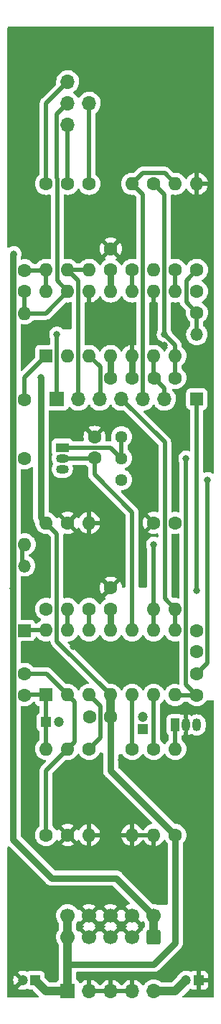
<source format=gbr>
%TF.GenerationSoftware,KiCad,Pcbnew,(6.0.5)*%
%TF.CreationDate,2023-02-15T12:36:45-05:00*%
%TF.ProjectId,wow_and_flutter,776f775f-616e-4645-9f66-6c7574746572,rev?*%
%TF.SameCoordinates,Original*%
%TF.FileFunction,Copper,L1,Top*%
%TF.FilePolarity,Positive*%
%FSLAX46Y46*%
G04 Gerber Fmt 4.6, Leading zero omitted, Abs format (unit mm)*
G04 Created by KiCad (PCBNEW (6.0.5)) date 2023-02-15 12:36:45*
%MOMM*%
%LPD*%
G01*
G04 APERTURE LIST*
G04 Aperture macros list*
%AMRoundRect*
0 Rectangle with rounded corners*
0 $1 Rounding radius*
0 $2 $3 $4 $5 $6 $7 $8 $9 X,Y pos of 4 corners*
0 Add a 4 corners polygon primitive as box body*
4,1,4,$2,$3,$4,$5,$6,$7,$8,$9,$2,$3,0*
0 Add four circle primitives for the rounded corners*
1,1,$1+$1,$2,$3*
1,1,$1+$1,$4,$5*
1,1,$1+$1,$6,$7*
1,1,$1+$1,$8,$9*
0 Add four rect primitives between the rounded corners*
20,1,$1+$1,$2,$3,$4,$5,0*
20,1,$1+$1,$4,$5,$6,$7,0*
20,1,$1+$1,$6,$7,$8,$9,0*
20,1,$1+$1,$8,$9,$2,$3,0*%
G04 Aperture macros list end*
%TA.AperFunction,ComponentPad*%
%ADD10C,1.600000*%
%TD*%
%TA.AperFunction,ComponentPad*%
%ADD11O,1.600000X1.600000*%
%TD*%
%TA.AperFunction,ComponentPad*%
%ADD12R,1.500000X1.500000*%
%TD*%
%TA.AperFunction,ComponentPad*%
%ADD13O,1.500000X1.500000*%
%TD*%
%TA.AperFunction,ComponentPad*%
%ADD14C,1.440000*%
%TD*%
%TA.AperFunction,ComponentPad*%
%ADD15R,1.600000X1.600000*%
%TD*%
%TA.AperFunction,ComponentPad*%
%ADD16R,1.200000X1.200000*%
%TD*%
%TA.AperFunction,ComponentPad*%
%ADD17C,1.200000*%
%TD*%
%TA.AperFunction,ComponentPad*%
%ADD18R,1.050000X1.500000*%
%TD*%
%TA.AperFunction,ComponentPad*%
%ADD19O,1.050000X1.500000*%
%TD*%
%TA.AperFunction,ComponentPad*%
%ADD20RoundRect,0.250000X0.600000X-0.600000X0.600000X0.600000X-0.600000X0.600000X-0.600000X-0.600000X0*%
%TD*%
%TA.AperFunction,ComponentPad*%
%ADD21C,1.700000*%
%TD*%
%TA.AperFunction,ComponentPad*%
%ADD22R,1.700000X1.700000*%
%TD*%
%TA.AperFunction,ComponentPad*%
%ADD23O,1.700000X1.700000*%
%TD*%
%TA.AperFunction,ComponentPad*%
%ADD24R,1.500000X1.050000*%
%TD*%
%TA.AperFunction,ComponentPad*%
%ADD25O,1.500000X1.050000*%
%TD*%
%TA.AperFunction,ViaPad*%
%ADD26C,0.800000*%
%TD*%
%TA.AperFunction,Conductor*%
%ADD27C,0.500000*%
%TD*%
%TA.AperFunction,Conductor*%
%ADD28C,0.800000*%
%TD*%
%TA.AperFunction,Conductor*%
%ADD29C,1.000000*%
%TD*%
G04 APERTURE END LIST*
D10*
%TO.P,R17,1*%
%TO.N,/NOISE*%
X180340000Y-83185000D03*
D11*
%TO.P,R17,2*%
%TO.N,/SH_GATE*%
X180340000Y-93345000D03*
%TD*%
D12*
%TO.P,D2,1,K*%
%TO.N,/SH_TRIG*%
X180340000Y-103505000D03*
D13*
%TO.P,D2,2,A*%
%TO.N,/SH_GATE*%
X180340000Y-95885000D03*
%TD*%
D10*
%TO.P,C3,1*%
%TO.N,GND*%
X188000000Y-113665000D03*
%TO.P,C3,2*%
%TO.N,+12V*%
X190500000Y-113665000D03*
%TD*%
D14*
%TO.P,RV2,1,1*%
%TO.N,/NOISE_AMP2_FB*%
X191770000Y-85725000D03*
%TO.P,RV2,2,2*%
%TO.N,/NOISE*%
X191770000Y-83185000D03*
%TO.P,RV2,3,3*%
X191770000Y-80645000D03*
%TD*%
D15*
%TO.P,U2,1*%
%TO.N,/INV_OUT*%
X182880000Y-71120000D03*
D11*
%TO.P,U2,2,-*%
X185420000Y-71120000D03*
%TO.P,U2,3,+*%
%TO.N,/DEPTH_CTRL*%
X187960000Y-71120000D03*
%TO.P,U2,4,V+*%
%TO.N,+12V*%
X190500000Y-71120000D03*
%TO.P,U2,5,+*%
%TO.N,GND*%
X193040000Y-71120000D03*
%TO.P,U2,6,-*%
%TO.N,/LFO_CTRL*%
X195580000Y-71120000D03*
%TO.P,U2,7*%
%TO.N,/TRI*%
X198120000Y-71120000D03*
%TO.P,U2,8*%
%TO.N,/SQR*%
X198120000Y-63500000D03*
%TO.P,U2,9,-*%
%TO.N,GND*%
X195580000Y-63500000D03*
%TO.P,U2,10,+*%
%TO.N,/LFO_CMP*%
X193040000Y-63500000D03*
%TO.P,U2,11,V-*%
%TO.N,-12V*%
X190500000Y-63500000D03*
%TO.P,U2,12,+*%
%TO.N,GND*%
X187960000Y-63500000D03*
%TO.P,U2,13,-*%
%TO.N,/GAIN_SELECT*%
X185420000Y-63500000D03*
%TO.P,U2,14*%
%TO.N,/DEPTH_FB*%
X182880000Y-63500000D03*
%TD*%
D10*
%TO.P,R16,1*%
%TO.N,/TRIG_CMP*%
X182880000Y-100965000D03*
D11*
%TO.P,R16,2*%
%TO.N,+12V*%
X182880000Y-90805000D03*
%TD*%
D16*
%TO.P,C8,1*%
%TO.N,/NOISE_SRC*%
X194310000Y-115165000D03*
D17*
%TO.P,C8,2*%
%TO.N,/NOISE_IN*%
X194310000Y-113665000D03*
%TD*%
D10*
%TO.P,R10,1*%
%TO.N,/NOISE_AMP1_FB*%
X182880000Y-127635000D03*
D11*
%TO.P,R10,2*%
%TO.N,/NOISE_AMP1*%
X182880000Y-117475000D03*
%TD*%
D10*
%TO.P,R5,1*%
%TO.N,/SQR*%
X198125000Y-60960000D03*
D11*
%TO.P,R5,2*%
%TO.N,/LFO_FB*%
X198125000Y-50800000D03*
%TD*%
D10*
%TO.P,R4,1*%
%TO.N,/LFO_CMP*%
X193040000Y-60960000D03*
D11*
%TO.P,R4,2*%
%TO.N,/LFO_FB*%
X193040000Y-50800000D03*
%TD*%
D10*
%TO.P,R8,1*%
%TO.N,/NOISE_IN*%
X187960000Y-117475000D03*
D11*
%TO.P,R8,2*%
%TO.N,GND*%
X187960000Y-127635000D03*
%TD*%
D10*
%TO.P,R19,1*%
%TO.N,/SH_FB*%
X198120000Y-90805000D03*
D11*
%TO.P,R19,2*%
%TO.N,/S&H*%
X198120000Y-100965000D03*
%TD*%
D10*
%TO.P,R3,1*%
%TO.N,/TRI*%
X195580000Y-50800000D03*
D11*
%TO.P,R3,2*%
%TO.N,/LFO_CMP*%
X195580000Y-60960000D03*
%TD*%
D10*
%TO.P,R23,1*%
%TO.N,Net-(JP1-Pad3)*%
X182880000Y-50800000D03*
D11*
%TO.P,R23,2*%
%TO.N,/DEPTH_FB*%
X182880000Y-60960000D03*
%TD*%
D10*
%TO.P,C13,1*%
%TO.N,GND*%
X188595000Y-80665000D03*
%TO.P,C13,2*%
%TO.N,/SH_IN*%
X188595000Y-83165000D03*
%TD*%
%TO.P,C4,1*%
%TO.N,GND*%
X190500000Y-98465000D03*
%TO.P,C4,2*%
%TO.N,-12V*%
X190500000Y-100965000D03*
%TD*%
D12*
%TO.P,D1,1,K*%
%TO.N,/TRIG_IN*%
X200660000Y-76200000D03*
D13*
%TO.P,D1,2,A*%
%TO.N,/TRIG_FILTER*%
X200660000Y-68580000D03*
%TD*%
D10*
%TO.P,R22,1*%
%TO.N,Net-(JP1-Pad2)*%
X187965000Y-50800000D03*
D11*
%TO.P,R22,2*%
%TO.N,/DEPTH_FB*%
X187965000Y-60960000D03*
%TD*%
D15*
%TO.P,U1,1*%
%TO.N,/NOISE_AMP1*%
X182875000Y-111115000D03*
D11*
%TO.P,U1,2,-*%
%TO.N,/NOISE_AMP1_FB*%
X185415000Y-111115000D03*
%TO.P,U1,3,+*%
%TO.N,/NOISE_IN*%
X187955000Y-111115000D03*
%TO.P,U1,4,V+*%
%TO.N,+12V*%
X190495000Y-111115000D03*
%TO.P,U1,5,+*%
%TO.N,/NOISE_AMP2*%
X193035000Y-111115000D03*
%TO.P,U1,6,-*%
%TO.N,/NOISE_AMP2_FB*%
X195575000Y-111115000D03*
%TO.P,U1,7*%
%TO.N,/NOISE*%
X198115000Y-111115000D03*
%TO.P,U1,8*%
%TO.N,/S&H*%
X198115000Y-103495000D03*
%TO.P,U1,9,-*%
%TO.N,/SH_FB*%
X195575000Y-103495000D03*
%TO.P,U1,10,+*%
%TO.N,/SH_IN*%
X193035000Y-103495000D03*
%TO.P,U1,11,V-*%
%TO.N,-12V*%
X190495000Y-103495000D03*
%TO.P,U1,12,+*%
%TO.N,/TRIG_IN*%
X187955000Y-103495000D03*
%TO.P,U1,13,-*%
%TO.N,/TRIG_CMP*%
X185415000Y-103495000D03*
%TO.P,U1,14*%
%TO.N,/SH_TRIG*%
X182875000Y-103495000D03*
%TD*%
D18*
%TO.P,Q1,1,E*%
%TO.N,/NOISE_SRC*%
X198120000Y-114660000D03*
D19*
%TO.P,Q1,2,B*%
%TO.N,GND*%
X199390000Y-114660000D03*
%TO.P,Q1,3,C*%
%TO.N,unconnected-(Q1-Pad3)*%
X200660000Y-114660000D03*
%TD*%
D10*
%TO.P,C11,1*%
%TO.N,/NOISE_AMP2_FB*%
X200660000Y-108625000D03*
%TO.P,C11,2*%
%TO.N,/NOISE*%
X200660000Y-111125000D03*
%TD*%
D20*
%TO.P,J1,1,Pin_1*%
%TO.N,-12V*%
X195580000Y-139700000D03*
D21*
%TO.P,J1,2,Pin_2*%
X195580000Y-137160000D03*
%TO.P,J1,3,Pin_3*%
%TO.N,GND*%
X193040000Y-139700000D03*
%TO.P,J1,4,Pin_4*%
X193040000Y-137160000D03*
%TO.P,J1,5,Pin_5*%
X190500000Y-139700000D03*
%TO.P,J1,6,Pin_6*%
X190500000Y-137160000D03*
%TO.P,J1,7,Pin_7*%
X187960000Y-139700000D03*
%TO.P,J1,8,Pin_8*%
X187960000Y-137160000D03*
%TO.P,J1,9,Pin_9*%
%TO.N,+12V*%
X185420000Y-139700000D03*
%TO.P,J1,10,Pin_10*%
X185420000Y-137160000D03*
%TD*%
D10*
%TO.P,R14,1*%
%TO.N,/TRIG_IN*%
X187960000Y-100965000D03*
D11*
%TO.P,R14,2*%
%TO.N,GND*%
X187960000Y-90805000D03*
%TD*%
D10*
%TO.P,R11,1*%
%TO.N,/NOISE_AMP2*%
X193040000Y-117475000D03*
D11*
%TO.P,R11,2*%
%TO.N,GND*%
X193040000Y-127635000D03*
%TD*%
D10*
%TO.P,C14,1*%
%TO.N,/SH_FB*%
X200660000Y-106005000D03*
%TO.P,C14,2*%
%TO.N,/S&H*%
X200660000Y-103505000D03*
%TD*%
D22*
%TO.P,J3,1,Pin_1*%
%TO.N,+12V*%
X185420000Y-146050000D03*
D23*
%TO.P,J3,2,Pin_2*%
%TO.N,GND*%
X187960000Y-146050000D03*
%TO.P,J3,3,Pin_3*%
X190500000Y-146050000D03*
%TO.P,J3,4,Pin_4*%
X193040000Y-146050000D03*
%TO.P,J3,5,Pin_5*%
%TO.N,-12V*%
X195580000Y-146050000D03*
%TD*%
%TO.P,JP1,1,A*%
%TO.N,Net-(JP1-Pad1)*%
X185425000Y-43855000D03*
%TO.P,JP1,2,C*%
%TO.N,Net-(JP1-Pad2)*%
X187965000Y-41315000D03*
%TO.P,JP1,3,B*%
%TO.N,Net-(JP1-Pad3)*%
X185425000Y-38775000D03*
%TO.P,JP1,4,C*%
%TO.N,/GAIN_SELECT*%
X185425000Y-41315000D03*
%TD*%
D24*
%TO.P,Q2,1,D*%
%TO.N,/NOISE*%
X184785000Y-81915000D03*
D25*
%TO.P,Q2,2,S*%
%TO.N,/SH_IN*%
X184785000Y-83185000D03*
%TO.P,Q2,3,G*%
%TO.N,/SH_GATE*%
X184785000Y-84455000D03*
%TD*%
D10*
%TO.P,R15,1*%
%TO.N,GND*%
X185420000Y-90805000D03*
D11*
%TO.P,R15,2*%
%TO.N,/TRIG_CMP*%
X185420000Y-100965000D03*
%TD*%
D16*
%TO.P,C2,1*%
%TO.N,GND*%
X200890000Y-144780000D03*
D17*
%TO.P,C2,2*%
%TO.N,-12V*%
X199390000Y-144780000D03*
%TD*%
D16*
%TO.P,C1,1*%
%TO.N,+12V*%
X181610000Y-144780000D03*
D17*
%TO.P,C1,2*%
%TO.N,GND*%
X180110000Y-144780000D03*
%TD*%
D22*
%TO.P,J5,1,Pin_1*%
%TO.N,/TRI*%
X184150000Y-76200000D03*
D23*
%TO.P,J5,2,Pin_2*%
%TO.N,/DEPTH_FB*%
X186690000Y-76200000D03*
%TO.P,J5,3,Pin_3*%
%TO.N,/DEPTH_CTRL*%
X189230000Y-76200000D03*
%TO.P,J5,4,Pin_4*%
%TO.N,/S&H*%
X191770000Y-76200000D03*
%TO.P,J5,5,Pin_5*%
%TO.N,/LFO_FB*%
X194310000Y-76200000D03*
%TO.P,J5,6,Pin_6*%
%TO.N,/LFO_CTRL*%
X196850000Y-76200000D03*
%TD*%
D10*
%TO.P,R12,1*%
%TO.N,/NOISE_AMP2_FB*%
X195580000Y-117475000D03*
D11*
%TO.P,R12,2*%
%TO.N,GND*%
X195580000Y-127635000D03*
%TD*%
D10*
%TO.P,C16,1*%
%TO.N,/DEPTH_FB*%
X180345000Y-61000000D03*
%TO.P,C16,2*%
%TO.N,/GAIN_SELECT*%
X180345000Y-63500000D03*
%TD*%
%TO.P,R18,1*%
%TO.N,GND*%
X195580000Y-90805000D03*
D11*
%TO.P,R18,2*%
%TO.N,/SH_FB*%
X195580000Y-100965000D03*
%TD*%
D16*
%TO.P,C10,1*%
%TO.N,/NOISE_AMP1*%
X182880000Y-114300000D03*
D17*
%TO.P,C10,2*%
%TO.N,/NOISE_AMP2*%
X184380000Y-114300000D03*
%TD*%
D10*
%TO.P,C12,1*%
%TO.N,/TRIG_FILTER*%
X200665000Y-66000000D03*
%TO.P,C12,2*%
%TO.N,/SQR*%
X200665000Y-63500000D03*
%TD*%
%TO.P,R21,1*%
%TO.N,Net-(JP1-Pad1)*%
X185420000Y-50800000D03*
D11*
%TO.P,R21,2*%
%TO.N,/DEPTH_FB*%
X185420000Y-60960000D03*
%TD*%
D10*
%TO.P,R20,1*%
%TO.N,/INV_OUT*%
X180345000Y-76240000D03*
D11*
%TO.P,R20,2*%
%TO.N,/GAIN_SELECT*%
X180345000Y-66080000D03*
%TD*%
D10*
%TO.P,C5,1*%
%TO.N,GND*%
X193000000Y-73700000D03*
%TO.P,C5,2*%
%TO.N,+12V*%
X190500000Y-73700000D03*
%TD*%
%TO.P,C6,1*%
%TO.N,GND*%
X190505000Y-58460000D03*
%TO.P,C6,2*%
%TO.N,-12V*%
X190505000Y-60960000D03*
%TD*%
%TO.P,R13,1*%
%TO.N,/TRIG_FILTER*%
X200665000Y-60960000D03*
D11*
%TO.P,R13,2*%
%TO.N,GND*%
X200665000Y-50800000D03*
%TD*%
D10*
%TO.P,C7,1*%
%TO.N,/TRI*%
X198125000Y-73700000D03*
%TO.P,C7,2*%
%TO.N,/LFO_CTRL*%
X195625000Y-73700000D03*
%TD*%
%TO.P,R7,1*%
%TO.N,+12V*%
X198120000Y-127635000D03*
D11*
%TO.P,R7,2*%
%TO.N,/NOISE_SRC*%
X198120000Y-117475000D03*
%TD*%
D10*
%TO.P,C9,1*%
%TO.N,/NOISE_AMP1_FB*%
X180340000Y-108625000D03*
%TO.P,C9,2*%
%TO.N,/NOISE_AMP1*%
X180340000Y-111125000D03*
%TD*%
%TO.P,R9,1*%
%TO.N,GND*%
X185420000Y-127635000D03*
D11*
%TO.P,R9,2*%
%TO.N,/NOISE_AMP1_FB*%
X185420000Y-117475000D03*
%TD*%
D26*
%TO.N,GND*%
X196850000Y-116205000D03*
%TO.N,+12V*%
X182245000Y-73660000D03*
%TO.N,GND*%
X191770000Y-36830000D03*
X201930000Y-134620000D03*
X200025000Y-137160000D03*
X185420000Y-67310000D03*
X195580000Y-77470000D03*
X198120000Y-44450000D03*
X185420000Y-93345000D03*
X198120000Y-58420000D03*
X194310000Y-97790000D03*
X193040000Y-81915000D03*
X196850000Y-38100000D03*
X196850000Y-113030000D03*
X200025000Y-132080000D03*
X190500000Y-77470000D03*
X186055000Y-105410000D03*
X200660000Y-71755000D03*
X184150000Y-130810000D03*
X198120000Y-88900000D03*
X190500000Y-93345000D03*
X201930000Y-123825000D03*
X186690000Y-85725000D03*
X186690000Y-109220000D03*
X189230000Y-45720000D03*
X180340000Y-127000000D03*
X201930000Y-139700000D03*
X182245000Y-97155000D03*
X193675000Y-132715000D03*
X189230000Y-64770000D03*
X182880000Y-69215000D03*
X191770000Y-69850000D03*
X186690000Y-52070000D03*
X187960000Y-38735000D03*
X199390000Y-59690000D03*
X198755000Y-68580000D03*
X180340000Y-71755000D03*
X196215000Y-134620000D03*
X198120000Y-81915000D03*
X180340000Y-36830000D03*
X194310000Y-45720000D03*
X193040000Y-53340000D03*
X198120000Y-107315000D03*
X190500000Y-122555000D03*
X201930000Y-59690000D03*
X196850000Y-144145000D03*
X191770000Y-109220000D03*
X181610000Y-45720000D03*
X179070000Y-139700000D03*
X180340000Y-85725000D03*
X201930000Y-67310000D03*
X190500000Y-130810000D03*
X200660000Y-36830000D03*
X184150000Y-78105000D03*
X185420000Y-97155000D03*
X196850000Y-128905000D03*
X180340000Y-100330000D03*
X179070000Y-49530000D03*
X201930000Y-129540000D03*
X179070000Y-135255000D03*
X198120000Y-98425000D03*
X191770000Y-118745000D03*
X187325000Y-57785000D03*
X184150000Y-107950000D03*
X194310000Y-105410000D03*
X198755000Y-75565000D03*
X201930000Y-78105000D03*
X190500000Y-125730000D03*
X201930000Y-83820000D03*
X181610000Y-40640000D03*
X189230000Y-69850000D03*
X201930000Y-48260000D03*
X196850000Y-69850000D03*
X184150000Y-86995000D03*
X183515000Y-134620000D03*
X200025000Y-127000000D03*
X185420000Y-65405000D03*
X194310000Y-126365000D03*
X198120000Y-53340000D03*
X189230000Y-118745000D03*
X195580000Y-33020000D03*
X184785000Y-120650000D03*
X190500000Y-50800000D03*
X195580000Y-120015000D03*
X199390000Y-33020000D03*
X191770000Y-59690000D03*
X198120000Y-93345000D03*
X195580000Y-86995000D03*
X193040000Y-58420000D03*
X194945000Y-109220000D03*
X183515000Y-33020000D03*
X191135000Y-89535000D03*
X181610000Y-118745000D03*
%TO.N,/TRI*%
X184150000Y-68559511D03*
%TO.N,-12V*%
X178940489Y-98554511D03*
%TO.N,GND*%
X182245000Y-92710000D03*
X186690000Y-80645000D03*
X186690000Y-130810000D03*
X198120000Y-65405000D03*
X195580000Y-84455000D03*
X189230000Y-105410000D03*
X198120000Y-125095000D03*
X179070000Y-57150000D03*
X198120000Y-84455000D03*
X201930000Y-33020000D03*
X201930000Y-142240000D03*
X200025000Y-120650000D03*
X198120000Y-79375000D03*
%TO.N,/TRI*%
X196829511Y-68580000D03*
%TO.N,/NOISE_AMP2_FB*%
X201930000Y-85725000D03*
%TO.N,GND*%
X201930000Y-118745000D03*
X179070000Y-130810000D03*
X191770000Y-64770000D03*
X180975000Y-113030000D03*
X183515000Y-138430000D03*
%TO.N,/NOISE*%
X199390000Y-83185000D03*
%TO.N,GND*%
X182245000Y-105410000D03*
X180340000Y-67945000D03*
X179070000Y-33020000D03*
%TO.N,-12V*%
X179070000Y-59055000D03*
%TO.N,/TRIG_IN*%
X200660000Y-98806000D03*
%TO.N,GND*%
X183515000Y-144145000D03*
X193040000Y-86995000D03*
X201930000Y-43180000D03*
%TO.N,/SH_FB*%
X195580000Y-93345000D03*
%TO.N,GND*%
X193040000Y-84455000D03*
%TD*%
D27*
%TO.N,+12V*%
X184165489Y-104785489D02*
X184165489Y-92090489D01*
%TO.N,/TRI*%
X198120000Y-73695000D02*
X198125000Y-73700000D01*
%TO.N,/SQR*%
X198125000Y-63495000D02*
X198120000Y-63500000D01*
%TO.N,Net-(JP1-Pad1)*%
X185425000Y-43855000D02*
X185425000Y-50840000D01*
D28*
%TO.N,+12V*%
X198120000Y-127635000D02*
X198120000Y-140335000D01*
D27*
%TO.N,/TRI*%
X184150000Y-68559511D02*
X184150000Y-76200000D01*
D28*
%TO.N,-12V*%
X191135000Y-132715000D02*
X195580000Y-137160000D01*
D27*
%TO.N,/TRI*%
X198120000Y-71120000D02*
X198120000Y-73695000D01*
%TO.N,Net-(JP1-Pad3)*%
X182885000Y-41315000D02*
X182885000Y-50840000D01*
D29*
%TO.N,+12V*%
X185420000Y-142240000D02*
X185420000Y-139700000D01*
D28*
X190500000Y-113665000D02*
X190500000Y-120015000D01*
X182245000Y-73660000D02*
X182245000Y-90170000D01*
D29*
%TO.N,-12V*%
X195580000Y-137160000D02*
X195580000Y-139700000D01*
D28*
%TO.N,+12V*%
X190505000Y-71160000D02*
X190505000Y-73700000D01*
%TO.N,-12V*%
X183515000Y-132715000D02*
X191135000Y-132715000D01*
%TO.N,+12V*%
X190500000Y-120015000D02*
X198120000Y-127635000D01*
D29*
X185420000Y-142875000D02*
X185420000Y-142240000D01*
D28*
X198120000Y-140335000D02*
X195580000Y-142875000D01*
%TO.N,-12V*%
X178940489Y-98554511D02*
X178940489Y-128140489D01*
D29*
%TO.N,+12V*%
X185420000Y-146050000D02*
X185420000Y-142875000D01*
D28*
X182245000Y-90170000D02*
X182880000Y-90805000D01*
D29*
%TO.N,-12V*%
X195580000Y-146050000D02*
X198120000Y-146050000D01*
D28*
X190505000Y-60960000D02*
X190505000Y-63540000D01*
X190495000Y-103495000D02*
X190495000Y-100970000D01*
X178940489Y-128140489D02*
X183515000Y-132715000D01*
D27*
%TO.N,/TRI*%
X196829511Y-52049511D02*
X195580000Y-50800000D01*
X196829511Y-68580000D02*
X196829511Y-52049511D01*
D28*
%TO.N,GND*%
X193000000Y-71160000D02*
X193040000Y-71120000D01*
D27*
%TO.N,/TRI*%
X198120000Y-71120000D02*
X198120000Y-69870489D01*
D28*
%TO.N,+12V*%
X195580000Y-142875000D02*
X185420000Y-142875000D01*
D29*
X185420000Y-139700000D02*
X185420000Y-137160000D01*
D27*
X190495000Y-111115000D02*
X184165489Y-104785489D01*
D28*
%TO.N,-12V*%
X178940489Y-59184511D02*
X178940489Y-98554511D01*
D29*
%TO.N,+12V*%
X190495000Y-111115000D02*
X190495000Y-113660000D01*
%TO.N,-12V*%
X198120000Y-146050000D02*
X199390000Y-144780000D01*
D27*
%TO.N,/TRI*%
X198120000Y-69870489D02*
X196829511Y-68580000D01*
%TO.N,/SH_TRIG*%
X182875000Y-103495000D02*
X180350000Y-103495000D01*
D29*
%TO.N,+12V*%
X182880000Y-146050000D02*
X181610000Y-144780000D01*
D28*
%TO.N,GND*%
X193000000Y-73700000D02*
X193000000Y-71160000D01*
D27*
%TO.N,/SQR*%
X198125000Y-60960000D02*
X198125000Y-63495000D01*
%TO.N,/SH_TRIG*%
X180350000Y-103495000D02*
X180340000Y-103505000D01*
D28*
%TO.N,-12V*%
X179070000Y-59055000D02*
X178940489Y-59184511D01*
D29*
%TO.N,+12V*%
X190495000Y-113660000D02*
X190500000Y-113665000D01*
D27*
X184165489Y-92090489D02*
X182880000Y-90805000D01*
D29*
X185420000Y-146050000D02*
X182880000Y-146050000D01*
D28*
%TO.N,-12V*%
X190495000Y-100970000D02*
X190500000Y-100965000D01*
D27*
%TO.N,/LFO_CTRL*%
X196850000Y-76200000D02*
X196850000Y-74925000D01*
%TO.N,Net-(JP1-Pad3)*%
X185425000Y-38775000D02*
X182885000Y-41315000D01*
%TO.N,/NOISE*%
X198125000Y-111125000D02*
X198115000Y-111115000D01*
%TO.N,/DEPTH_FB*%
X180345000Y-61000000D02*
X182840000Y-61000000D01*
%TO.N,/LFO_FB*%
X194289511Y-49550489D02*
X193040000Y-50800000D01*
%TO.N,/DEPTH_FB*%
X185420000Y-60960000D02*
X186690000Y-62230000D01*
%TO.N,/LFO_FB*%
X198125000Y-50800000D02*
X196875489Y-49550489D01*
X196875489Y-49550489D02*
X194289511Y-49550489D01*
%TO.N,/LFO_CTRL*%
X196850000Y-74925000D02*
X195625000Y-73700000D01*
%TO.N,/LFO_FB*%
X193040000Y-50800000D02*
X194310000Y-52070000D01*
X194310000Y-52070000D02*
X194310000Y-76200000D01*
%TO.N,Net-(JP1-Pad2)*%
X187965000Y-50840000D02*
X187965000Y-41315000D01*
%TO.N,/NOISE*%
X191770000Y-83185000D02*
X190500000Y-81915000D01*
%TO.N,/DEPTH_FB*%
X182885000Y-63540000D02*
X182885000Y-61000000D01*
%TO.N,/NOISE*%
X199390000Y-109855000D02*
X200660000Y-111125000D01*
%TO.N,/S&H*%
X198115000Y-103495000D02*
X198115000Y-100970000D01*
X198120000Y-100965000D02*
X196870489Y-99715489D01*
X196870489Y-81300489D02*
X191770000Y-76200000D01*
X198115000Y-100970000D02*
X198120000Y-100965000D01*
%TO.N,/NOISE*%
X200660000Y-111125000D02*
X198125000Y-111125000D01*
X191770000Y-83185000D02*
X191770000Y-80645000D01*
%TO.N,/S&H*%
X196870489Y-99715489D02*
X196870489Y-81300489D01*
%TO.N,/NOISE*%
X184785000Y-81915000D02*
X190500000Y-81915000D01*
%TO.N,/DEPTH_FB*%
X186690000Y-62230000D02*
X186690000Y-76200000D01*
%TO.N,/NOISE*%
X199390000Y-83185000D02*
X199390000Y-109855000D01*
%TO.N,/LFO_CTRL*%
X195580000Y-71120000D02*
X195580000Y-73655000D01*
%TO.N,/DEPTH_FB*%
X185420000Y-60960000D02*
X187965000Y-60960000D01*
%TO.N,/NOISE_AMP2_FB*%
X201930000Y-85725000D02*
X201930000Y-107355000D01*
%TO.N,/TRIG_FILTER*%
X200665000Y-60960000D02*
X199415489Y-62209511D01*
%TO.N,/SH_FB*%
X195575000Y-103495000D02*
X195575000Y-100970000D01*
%TO.N,/NOISE_AMP1_FB*%
X182880000Y-120015000D02*
X185420000Y-117475000D01*
%TO.N,/DEPTH_CTRL*%
X189249511Y-72409511D02*
X189249511Y-76180489D01*
%TO.N,/NOISE_AMP1_FB*%
X186214999Y-111914999D02*
X186214999Y-116680001D01*
X182880000Y-127635000D02*
X182880000Y-120015000D01*
%TO.N,/NOISE_AMP2_FB*%
X195580000Y-111120000D02*
X195575000Y-111115000D01*
%TO.N,/NOISE_AMP1*%
X182880000Y-117475000D02*
X182880000Y-114300000D01*
%TO.N,/NOISE_AMP1_FB*%
X186214999Y-116680001D02*
X185420000Y-117475000D01*
%TO.N,/NOISE_AMP1*%
X180350000Y-111115000D02*
X180340000Y-111125000D01*
%TO.N,/NOISE_AMP1_FB*%
X180340000Y-108625000D02*
X182925000Y-108625000D01*
%TO.N,/TRIG_FILTER*%
X199415489Y-64750489D02*
X200665000Y-66000000D01*
%TO.N,/SH_FB*%
X195575000Y-100970000D02*
X195580000Y-100965000D01*
%TO.N,/DEPTH_CTRL*%
X187960000Y-71120000D02*
X189249511Y-72409511D01*
%TO.N,/SH_IN*%
X188595000Y-85090000D02*
X193035000Y-89530000D01*
X188595000Y-83165000D02*
X188595000Y-85090000D01*
%TO.N,/GAIN_SELECT*%
X182840000Y-66080000D02*
X185420000Y-63500000D01*
%TO.N,/NOISE_AMP1_FB*%
X185415000Y-111115000D02*
X186214999Y-111914999D01*
%TO.N,/NOISE_AMP1*%
X182875000Y-111115000D02*
X180350000Y-111115000D01*
X182875000Y-114295000D02*
X182880000Y-114300000D01*
%TO.N,/GAIN_SELECT*%
X184125489Y-50140489D02*
X184170489Y-50185489D01*
X184170489Y-50185489D02*
X184170489Y-62250489D01*
%TO.N,/NOISE_AMP1*%
X182875000Y-111115000D02*
X182875000Y-114295000D01*
%TO.N,/TRIG_FILTER*%
X200660000Y-68580000D02*
X200660000Y-66005000D01*
%TO.N,/GAIN_SELECT*%
X184170489Y-62250489D02*
X185420000Y-63500000D01*
%TO.N,/NOISE_SRC*%
X198120000Y-117475000D02*
X198120000Y-114660000D01*
%TO.N,/NOISE_IN*%
X189249511Y-112409511D02*
X189249511Y-116185489D01*
X187955000Y-111115000D02*
X189249511Y-112409511D01*
%TO.N,/NOISE_AMP1_FB*%
X182925000Y-108625000D02*
X185415000Y-111115000D01*
%TO.N,/SH_IN*%
X188575000Y-83185000D02*
X188595000Y-83165000D01*
X193035000Y-89530000D02*
X193035000Y-103495000D01*
%TO.N,/NOISE_AMP2*%
X193035000Y-117470000D02*
X193040000Y-117475000D01*
%TO.N,/SH_IN*%
X184785000Y-83185000D02*
X188575000Y-83185000D01*
%TO.N,/SH_FB*%
X195580000Y-93345000D02*
X195580000Y-100965000D01*
%TO.N,/GAIN_SELECT*%
X180345000Y-66080000D02*
X182840000Y-66080000D01*
%TO.N,/NOISE_AMP2_FB*%
X195580000Y-117475000D02*
X195580000Y-111120000D01*
%TO.N,/GAIN_SELECT*%
X184125489Y-42614511D02*
X184125489Y-50140489D01*
X185425000Y-41315000D02*
X184125489Y-42614511D01*
X180345000Y-63500000D02*
X180345000Y-66080000D01*
%TO.N,/DEPTH_CTRL*%
X189249511Y-76180489D02*
X189230000Y-76200000D01*
%TO.N,/NOISE_IN*%
X189249511Y-116185489D02*
X187960000Y-117475000D01*
%TO.N,/NOISE_AMP2_FB*%
X201930000Y-107355000D02*
X200660000Y-108625000D01*
%TO.N,/NOISE_AMP2*%
X193035000Y-111115000D02*
X193035000Y-117470000D01*
%TO.N,/TRIG_FILTER*%
X199415489Y-62209511D02*
X199415489Y-64750489D01*
X200660000Y-66005000D02*
X200665000Y-66000000D01*
%TO.N,/TRIG_CMP*%
X185415000Y-103495000D02*
X185415000Y-100970000D01*
%TO.N,/INV_OUT*%
X180345000Y-76240000D02*
X180345000Y-73655000D01*
%TO.N,/TRIG_IN*%
X200660000Y-98806000D02*
X200660000Y-76200000D01*
%TO.N,/SH_GATE*%
X180086000Y-95885000D02*
X180086000Y-93599000D01*
%TO.N,/TRIG_IN*%
X187955000Y-103495000D02*
X187955000Y-100970000D01*
%TO.N,/SH_GATE*%
X180086000Y-93599000D02*
X180340000Y-93345000D01*
%TO.N,/TRIG_IN*%
X187955000Y-100970000D02*
X187960000Y-100965000D01*
%TO.N,/TRIG_CMP*%
X185415000Y-100970000D02*
X185420000Y-100965000D01*
%TO.N,/INV_OUT*%
X180345000Y-73655000D02*
X182880000Y-71120000D01*
%TO.N,/LFO_CMP*%
X193040000Y-63500000D02*
X193040000Y-60960000D01*
%TD*%
%TA.AperFunction,Conductor*%
%TO.N,GND*%
G36*
X178517012Y-129002279D02*
G01*
X178523595Y-129008408D01*
X182815025Y-133299839D01*
X182827865Y-133314872D01*
X182836134Y-133326253D01*
X182841044Y-133330674D01*
X182841045Y-133330675D01*
X182886949Y-133372007D01*
X182891734Y-133376548D01*
X182906258Y-133391072D01*
X182922251Y-133404023D01*
X182927222Y-133408269D01*
X182978056Y-133454040D01*
X182983771Y-133457340D01*
X182983773Y-133457341D01*
X182990238Y-133461074D01*
X183006529Y-133472271D01*
X183012333Y-133476971D01*
X183012339Y-133476975D01*
X183017469Y-133481129D01*
X183023351Y-133484126D01*
X183078426Y-133512188D01*
X183084220Y-133515335D01*
X183143444Y-133549527D01*
X183149726Y-133551568D01*
X183149728Y-133551569D01*
X183156826Y-133553875D01*
X183175092Y-133561440D01*
X183187630Y-133567829D01*
X183194006Y-133569538D01*
X183194010Y-133569539D01*
X183253685Y-133585529D01*
X183260010Y-133587402D01*
X183325072Y-133608542D01*
X183331640Y-133609232D01*
X183331644Y-133609233D01*
X183339061Y-133610012D01*
X183358508Y-133613616D01*
X183372096Y-133617257D01*
X183378695Y-133617603D01*
X183378696Y-133617603D01*
X183440385Y-133620836D01*
X183446960Y-133621353D01*
X183461222Y-133622852D01*
X183467390Y-133623500D01*
X183487925Y-133623500D01*
X183494519Y-133623673D01*
X183556217Y-133626907D01*
X183556222Y-133626907D01*
X183562809Y-133627252D01*
X183576707Y-133625051D01*
X183596416Y-133623500D01*
X190706497Y-133623500D01*
X190774618Y-133643502D01*
X190795592Y-133660405D01*
X192764068Y-135628881D01*
X192798094Y-135691193D01*
X192793029Y-135762008D01*
X192750482Y-135818844D01*
X192714118Y-135837741D01*
X192516868Y-135902212D01*
X192507359Y-135906209D01*
X192318466Y-136004540D01*
X192309734Y-136010039D01*
X192289677Y-136025099D01*
X192281223Y-136036427D01*
X192287968Y-136048758D01*
X194150474Y-137911264D01*
X194162484Y-137917823D01*
X194174223Y-137908855D01*
X194208022Y-137861819D01*
X194209277Y-137862721D01*
X194256391Y-137819355D01*
X194326330Y-137807148D01*
X194391767Y-137834691D01*
X194419580Y-137866513D01*
X194477287Y-137960683D01*
X194477291Y-137960688D01*
X194479987Y-137965088D01*
X194483367Y-137968990D01*
X194540737Y-138035219D01*
X194570220Y-138099804D01*
X194571500Y-138117717D01*
X194571500Y-138390572D01*
X194551498Y-138458693D01*
X194517112Y-138492495D01*
X194517612Y-138493125D01*
X194511880Y-138497668D01*
X194505652Y-138501522D01*
X194380695Y-138626697D01*
X194376855Y-138632927D01*
X194376854Y-138632928D01*
X194310276Y-138740938D01*
X194287885Y-138777262D01*
X194271807Y-138825737D01*
X194263236Y-138851577D01*
X194222806Y-138909937D01*
X194196330Y-138926366D01*
X194152811Y-138946399D01*
X193436115Y-139663095D01*
X193373803Y-139697121D01*
X193347020Y-139700000D01*
X192732980Y-139700000D01*
X192664859Y-139679998D01*
X192643885Y-139663095D01*
X191929849Y-138949059D01*
X191918313Y-138942759D01*
X191906028Y-138952384D01*
X191873192Y-139000520D01*
X191818281Y-139045523D01*
X191747756Y-139053694D01*
X191684009Y-139022440D01*
X191663311Y-138997955D01*
X191633062Y-138951197D01*
X191622377Y-138941995D01*
X191612812Y-138946398D01*
X190896115Y-139663095D01*
X190833803Y-139697121D01*
X190807020Y-139700000D01*
X190192980Y-139700000D01*
X190124859Y-139679998D01*
X190103885Y-139663095D01*
X189389849Y-138949059D01*
X189378313Y-138942759D01*
X189366028Y-138952384D01*
X189333192Y-139000520D01*
X189278281Y-139045523D01*
X189207756Y-139053694D01*
X189144009Y-139022440D01*
X189123311Y-138997955D01*
X189093062Y-138951197D01*
X189082377Y-138941995D01*
X189072812Y-138946398D01*
X188356115Y-139663095D01*
X188293803Y-139697121D01*
X188267020Y-139700000D01*
X187652980Y-139700000D01*
X187584859Y-139679998D01*
X187563885Y-139663095D01*
X186849849Y-138949059D01*
X186838313Y-138942759D01*
X186826031Y-138952382D01*
X186793499Y-139000072D01*
X186738587Y-139045075D01*
X186668063Y-139053246D01*
X186604316Y-139021992D01*
X186583618Y-138997508D01*
X186502825Y-138872621D01*
X186502820Y-138872615D01*
X186500014Y-138868277D01*
X186496532Y-138864450D01*
X186461306Y-138825737D01*
X186430254Y-138761891D01*
X186428500Y-138740938D01*
X186428500Y-138284853D01*
X187199977Y-138284853D01*
X187205258Y-138291907D01*
X187252479Y-138319501D01*
X187301203Y-138371139D01*
X187314274Y-138440922D01*
X187287543Y-138506694D01*
X187247087Y-138540053D01*
X187238466Y-138544541D01*
X187229734Y-138550039D01*
X187209677Y-138565099D01*
X187201223Y-138576427D01*
X187207968Y-138588758D01*
X187947188Y-139327978D01*
X187961132Y-139335592D01*
X187962965Y-139335461D01*
X187969580Y-139331210D01*
X188713389Y-138587401D01*
X188720410Y-138574544D01*
X188713611Y-138565213D01*
X188709559Y-138562521D01*
X188672116Y-138541852D01*
X188622145Y-138491420D01*
X188607373Y-138421977D01*
X188632489Y-138355572D01*
X188659840Y-138328965D01*
X188709247Y-138293723D01*
X188716211Y-138284853D01*
X189739977Y-138284853D01*
X189745258Y-138291907D01*
X189792479Y-138319501D01*
X189841203Y-138371139D01*
X189854274Y-138440922D01*
X189827543Y-138506694D01*
X189787087Y-138540053D01*
X189778466Y-138544541D01*
X189769734Y-138550039D01*
X189749677Y-138565099D01*
X189741223Y-138576427D01*
X189747968Y-138588758D01*
X190487188Y-139327978D01*
X190501132Y-139335592D01*
X190502965Y-139335461D01*
X190509580Y-139331210D01*
X191253389Y-138587401D01*
X191260410Y-138574544D01*
X191253611Y-138565213D01*
X191249559Y-138562521D01*
X191212116Y-138541852D01*
X191162145Y-138491420D01*
X191147373Y-138421977D01*
X191172489Y-138355572D01*
X191199840Y-138328965D01*
X191249247Y-138293723D01*
X191256211Y-138284853D01*
X192279977Y-138284853D01*
X192285258Y-138291907D01*
X192332479Y-138319501D01*
X192381203Y-138371139D01*
X192394274Y-138440922D01*
X192367543Y-138506694D01*
X192327087Y-138540053D01*
X192318466Y-138544541D01*
X192309734Y-138550039D01*
X192289677Y-138565099D01*
X192281223Y-138576427D01*
X192287968Y-138588758D01*
X193027188Y-139327978D01*
X193041132Y-139335592D01*
X193042965Y-139335461D01*
X193049580Y-139331210D01*
X193793389Y-138587401D01*
X193800410Y-138574544D01*
X193793611Y-138565213D01*
X193789559Y-138562521D01*
X193752116Y-138541852D01*
X193702145Y-138491420D01*
X193687373Y-138421977D01*
X193712489Y-138355572D01*
X193739840Y-138328965D01*
X193789247Y-138293723D01*
X193797648Y-138283023D01*
X193790660Y-138269870D01*
X193052812Y-137532022D01*
X193038868Y-137524408D01*
X193037035Y-137524539D01*
X193030420Y-137528790D01*
X192286737Y-138272473D01*
X192279977Y-138284853D01*
X191256211Y-138284853D01*
X191257648Y-138283023D01*
X191250660Y-138269870D01*
X190512812Y-137532022D01*
X190498868Y-137524408D01*
X190497035Y-137524539D01*
X190490420Y-137528790D01*
X189746737Y-138272473D01*
X189739977Y-138284853D01*
X188716211Y-138284853D01*
X188717648Y-138283023D01*
X188710660Y-138269870D01*
X187972812Y-137532022D01*
X187958868Y-137524408D01*
X187957035Y-137524539D01*
X187950420Y-137528790D01*
X187206737Y-138272473D01*
X187199977Y-138284853D01*
X186428500Y-138284853D01*
X186428500Y-138123970D01*
X186448502Y-138055849D01*
X186456460Y-138045120D01*
X186458096Y-138043489D01*
X186588453Y-137862077D01*
X186589640Y-137862930D01*
X186636960Y-137819362D01*
X186706897Y-137807145D01*
X186772338Y-137834678D01*
X186800166Y-137866512D01*
X186826459Y-137909419D01*
X186836916Y-137918880D01*
X186845694Y-137915096D01*
X187587978Y-137172812D01*
X187594356Y-137161132D01*
X188324408Y-137161132D01*
X188324539Y-137162965D01*
X188328790Y-137169580D01*
X189070474Y-137911264D01*
X189082484Y-137917823D01*
X189094223Y-137908855D01*
X189128022Y-137861819D01*
X189129149Y-137862629D01*
X189176659Y-137818881D01*
X189246596Y-137806661D01*
X189312038Y-137834191D01*
X189339870Y-137866029D01*
X189366459Y-137909419D01*
X189376916Y-137918880D01*
X189385694Y-137915096D01*
X190127978Y-137172812D01*
X190134356Y-137161132D01*
X190864408Y-137161132D01*
X190864539Y-137162965D01*
X190868790Y-137169580D01*
X191610474Y-137911264D01*
X191622484Y-137917823D01*
X191634223Y-137908855D01*
X191668022Y-137861819D01*
X191669149Y-137862629D01*
X191716659Y-137818881D01*
X191786596Y-137806661D01*
X191852038Y-137834191D01*
X191879870Y-137866029D01*
X191906459Y-137909419D01*
X191916916Y-137918880D01*
X191925694Y-137915096D01*
X192667978Y-137172812D01*
X192675592Y-137158868D01*
X192675461Y-137157035D01*
X192671210Y-137150420D01*
X191929849Y-136409059D01*
X191918313Y-136402759D01*
X191906028Y-136412384D01*
X191873192Y-136460520D01*
X191818281Y-136505523D01*
X191747756Y-136513694D01*
X191684009Y-136482440D01*
X191663311Y-136457955D01*
X191633062Y-136411197D01*
X191622377Y-136401995D01*
X191612812Y-136406398D01*
X190872022Y-137147188D01*
X190864408Y-137161132D01*
X190134356Y-137161132D01*
X190135592Y-137158868D01*
X190135461Y-137157035D01*
X190131210Y-137150420D01*
X189389849Y-136409059D01*
X189378313Y-136402759D01*
X189366028Y-136412384D01*
X189333192Y-136460520D01*
X189278281Y-136505523D01*
X189207756Y-136513694D01*
X189144009Y-136482440D01*
X189123311Y-136457955D01*
X189093062Y-136411197D01*
X189082377Y-136401995D01*
X189072812Y-136406398D01*
X188332022Y-137147188D01*
X188324408Y-137161132D01*
X187594356Y-137161132D01*
X187595592Y-137158868D01*
X187595461Y-137157035D01*
X187591210Y-137150420D01*
X186849849Y-136409059D01*
X186838313Y-136402759D01*
X186826031Y-136412382D01*
X186793499Y-136460072D01*
X186738587Y-136505075D01*
X186668063Y-136513246D01*
X186604316Y-136481992D01*
X186583618Y-136457508D01*
X186502822Y-136332617D01*
X186502820Y-136332614D01*
X186500014Y-136328277D01*
X186349670Y-136163051D01*
X186345619Y-136159852D01*
X186345615Y-136159848D01*
X186189338Y-136036427D01*
X187201223Y-136036427D01*
X187207968Y-136048758D01*
X187947188Y-136787978D01*
X187961132Y-136795592D01*
X187962965Y-136795461D01*
X187969580Y-136791210D01*
X188713389Y-136047401D01*
X188719382Y-136036427D01*
X189741223Y-136036427D01*
X189747968Y-136048758D01*
X190487188Y-136787978D01*
X190501132Y-136795592D01*
X190502965Y-136795461D01*
X190509580Y-136791210D01*
X191253389Y-136047401D01*
X191260410Y-136034544D01*
X191253611Y-136025213D01*
X191249554Y-136022518D01*
X191063117Y-135919599D01*
X191053705Y-135915369D01*
X190852959Y-135844280D01*
X190842989Y-135841646D01*
X190633327Y-135804301D01*
X190623073Y-135803331D01*
X190410116Y-135800728D01*
X190399832Y-135801448D01*
X190189321Y-135833661D01*
X190179293Y-135836050D01*
X189976868Y-135902212D01*
X189967359Y-135906209D01*
X189778466Y-136004540D01*
X189769734Y-136010039D01*
X189749677Y-136025099D01*
X189741223Y-136036427D01*
X188719382Y-136036427D01*
X188720410Y-136034544D01*
X188713611Y-136025213D01*
X188709554Y-136022518D01*
X188523117Y-135919599D01*
X188513705Y-135915369D01*
X188312959Y-135844280D01*
X188302989Y-135841646D01*
X188093327Y-135804301D01*
X188083073Y-135803331D01*
X187870116Y-135800728D01*
X187859832Y-135801448D01*
X187649321Y-135833661D01*
X187639293Y-135836050D01*
X187436868Y-135902212D01*
X187427359Y-135906209D01*
X187238466Y-136004540D01*
X187229734Y-136010039D01*
X187209677Y-136025099D01*
X187201223Y-136036427D01*
X186189338Y-136036427D01*
X186178414Y-136027800D01*
X186178410Y-136027798D01*
X186174359Y-136024598D01*
X185978789Y-135916638D01*
X185973920Y-135914914D01*
X185973916Y-135914912D01*
X185773087Y-135843795D01*
X185773083Y-135843794D01*
X185768212Y-135842069D01*
X185763119Y-135841162D01*
X185763116Y-135841161D01*
X185553373Y-135803800D01*
X185553367Y-135803799D01*
X185548284Y-135802894D01*
X185474452Y-135801992D01*
X185330081Y-135800228D01*
X185330079Y-135800228D01*
X185324911Y-135800165D01*
X185104091Y-135833955D01*
X184891756Y-135903357D01*
X184693607Y-136006507D01*
X184689474Y-136009610D01*
X184689471Y-136009612D01*
X184519100Y-136137530D01*
X184514965Y-136140635D01*
X184360629Y-136302138D01*
X184234743Y-136486680D01*
X184140688Y-136689305D01*
X184080989Y-136904570D01*
X184057251Y-137126695D01*
X184057548Y-137131848D01*
X184057548Y-137131851D01*
X184059910Y-137172812D01*
X184070110Y-137349715D01*
X184071247Y-137354761D01*
X184071248Y-137354767D01*
X184092275Y-137448069D01*
X184119222Y-137567639D01*
X184203266Y-137774616D01*
X184240072Y-137834678D01*
X184317288Y-137960683D01*
X184319987Y-137965088D01*
X184323367Y-137968990D01*
X184380737Y-138035219D01*
X184410220Y-138099804D01*
X184411500Y-138117717D01*
X184411500Y-138738381D01*
X184391498Y-138806502D01*
X184376594Y-138825432D01*
X184360629Y-138842138D01*
X184234743Y-139026680D01*
X184140688Y-139229305D01*
X184080989Y-139444570D01*
X184057251Y-139666695D01*
X184070110Y-139889715D01*
X184071247Y-139894761D01*
X184071248Y-139894767D01*
X184095304Y-140001508D01*
X184119222Y-140107639D01*
X184154026Y-140193352D01*
X184189485Y-140280676D01*
X184203266Y-140314616D01*
X184205965Y-140319020D01*
X184311652Y-140491486D01*
X184319987Y-140505088D01*
X184342617Y-140531212D01*
X184380737Y-140575219D01*
X184410220Y-140639804D01*
X184411500Y-140657717D01*
X184411500Y-144628991D01*
X184391498Y-144697112D01*
X184337842Y-144743605D01*
X184332306Y-144745903D01*
X184331704Y-144746232D01*
X184323295Y-144749385D01*
X184206739Y-144836739D01*
X184119385Y-144953295D01*
X184116233Y-144961703D01*
X184111923Y-144969575D01*
X184110259Y-144968664D01*
X184074337Y-145016490D01*
X184007776Y-145041193D01*
X183998991Y-145041500D01*
X183349926Y-145041500D01*
X183281805Y-145021498D01*
X183260831Y-145004596D01*
X182755405Y-144499171D01*
X182721380Y-144436858D01*
X182718500Y-144410075D01*
X182718500Y-144131866D01*
X182711745Y-144069684D01*
X182660615Y-143933295D01*
X182573261Y-143816739D01*
X182456705Y-143729385D01*
X182320316Y-143678255D01*
X182258134Y-143671500D01*
X180961866Y-143671500D01*
X180899684Y-143678255D01*
X180763295Y-143729385D01*
X180740615Y-143746383D01*
X180716913Y-143764146D01*
X180650407Y-143788993D01*
X180594659Y-143780349D01*
X180431401Y-143715216D01*
X180420373Y-143711949D01*
X180231982Y-143674476D01*
X180220535Y-143673273D01*
X180028477Y-143670759D01*
X180016997Y-143671662D01*
X179827697Y-143704190D01*
X179816577Y-143707170D01*
X179636365Y-143773653D01*
X179625991Y-143778601D01*
X179542385Y-143828342D01*
X179532788Y-143838675D01*
X179536275Y-143847065D01*
X180380115Y-144690905D01*
X180414141Y-144753217D01*
X180409076Y-144824032D01*
X180380115Y-144869095D01*
X180110000Y-145139210D01*
X179539263Y-145709948D01*
X179533067Y-145721294D01*
X179542949Y-145733784D01*
X179574239Y-145754691D01*
X179584349Y-145760181D01*
X179760835Y-145836005D01*
X179771778Y-145839560D01*
X179959120Y-145881952D01*
X179970530Y-145883454D01*
X180162469Y-145890995D01*
X180173951Y-145890393D01*
X180364045Y-145862832D01*
X180375240Y-145860144D01*
X180557127Y-145798401D01*
X180567626Y-145793726D01*
X180579913Y-145786845D01*
X180649121Y-145771011D01*
X180717045Y-145795953D01*
X180763295Y-145830615D01*
X180899684Y-145881745D01*
X180961866Y-145888500D01*
X181240074Y-145888500D01*
X181308195Y-145908502D01*
X181329169Y-145925404D01*
X181707766Y-146304000D01*
X182000170Y-146596404D01*
X182034195Y-146658717D01*
X182029131Y-146729532D01*
X181986584Y-146786368D01*
X181920064Y-146811179D01*
X181911075Y-146811500D01*
X178434500Y-146811500D01*
X178366379Y-146791498D01*
X178319886Y-146737842D01*
X178308500Y-146685500D01*
X178308500Y-144756638D01*
X178998012Y-144756638D01*
X179010575Y-144948304D01*
X179012376Y-144959674D01*
X179059657Y-145145843D01*
X179063498Y-145156690D01*
X179143916Y-145331130D01*
X179149664Y-145341086D01*
X179155788Y-145349751D01*
X179166377Y-145358140D01*
X179179676Y-145351113D01*
X179737979Y-144792811D01*
X179745592Y-144778868D01*
X179745461Y-144777034D01*
X179741210Y-144770420D01*
X179178538Y-144207749D01*
X179166163Y-144200992D01*
X179160197Y-144205458D01*
X179084645Y-144349058D01*
X179080242Y-144359691D01*
X179023281Y-144543132D01*
X179020891Y-144554376D01*
X178998313Y-144745137D01*
X178998012Y-144756638D01*
X178308500Y-144756638D01*
X178308500Y-129097503D01*
X178328502Y-129029382D01*
X178382158Y-128982889D01*
X178452432Y-128972785D01*
X178517012Y-129002279D01*
G37*
%TD.AperFunction*%
%TA.AperFunction,Conductor*%
G36*
X196913959Y-111680339D02*
G01*
X196959195Y-111732543D01*
X196975151Y-111766762D01*
X196975154Y-111766767D01*
X196977477Y-111771749D01*
X197006872Y-111813729D01*
X197082674Y-111921985D01*
X197108802Y-111959300D01*
X197270700Y-112121198D01*
X197275208Y-112124355D01*
X197275211Y-112124357D01*
X197284981Y-112131198D01*
X197458251Y-112252523D01*
X197463233Y-112254846D01*
X197463238Y-112254849D01*
X197631886Y-112333490D01*
X197665757Y-112349284D01*
X197671065Y-112350706D01*
X197671067Y-112350707D01*
X197881598Y-112407119D01*
X197881600Y-112407119D01*
X197886913Y-112408543D01*
X198115000Y-112428498D01*
X198343087Y-112408543D01*
X198348400Y-112407119D01*
X198348402Y-112407119D01*
X198558933Y-112350707D01*
X198558935Y-112350706D01*
X198564243Y-112349284D01*
X198598114Y-112333490D01*
X198766762Y-112254849D01*
X198766767Y-112254846D01*
X198771749Y-112252523D01*
X198945019Y-112131198D01*
X198954789Y-112124357D01*
X198954792Y-112124355D01*
X198959300Y-112121198D01*
X199121198Y-111959300D01*
X199136652Y-111937229D01*
X199192108Y-111892901D01*
X199239865Y-111883500D01*
X199528133Y-111883500D01*
X199596254Y-111903502D01*
X199631345Y-111937228D01*
X199653802Y-111969300D01*
X199815700Y-112131198D01*
X199820208Y-112134355D01*
X199820211Y-112134357D01*
X199859268Y-112161705D01*
X200003251Y-112262523D01*
X200008233Y-112264846D01*
X200008238Y-112264849D01*
X200192363Y-112350707D01*
X200210757Y-112359284D01*
X200216065Y-112360706D01*
X200216067Y-112360707D01*
X200426598Y-112417119D01*
X200426600Y-112417119D01*
X200431913Y-112418543D01*
X200660000Y-112438498D01*
X200888087Y-112418543D01*
X200893400Y-112417119D01*
X200893402Y-112417119D01*
X201103933Y-112360707D01*
X201103935Y-112360706D01*
X201109243Y-112359284D01*
X201127637Y-112350707D01*
X201311762Y-112264849D01*
X201311767Y-112264846D01*
X201316749Y-112262523D01*
X201460732Y-112161705D01*
X201499789Y-112134357D01*
X201499792Y-112134355D01*
X201504300Y-112131198D01*
X201666198Y-111969300D01*
X201670472Y-111963197D01*
X201775130Y-111813729D01*
X201830587Y-111769401D01*
X201878343Y-111760000D01*
X202565500Y-111760000D01*
X202633621Y-111780002D01*
X202680114Y-111833658D01*
X202691500Y-111886000D01*
X202691500Y-146685500D01*
X202671498Y-146753621D01*
X202617842Y-146800114D01*
X202565500Y-146811500D01*
X199088926Y-146811500D01*
X199020805Y-146791498D01*
X198974312Y-146737842D01*
X198964208Y-146667568D01*
X198993702Y-146602988D01*
X198999830Y-146596405D01*
X199756066Y-145840168D01*
X199804661Y-145809950D01*
X199837331Y-145798860D01*
X199842799Y-145797004D01*
X199850557Y-145792659D01*
X199860833Y-145786905D01*
X199930041Y-145771073D01*
X199997962Y-145796014D01*
X200036356Y-145824789D01*
X200051946Y-145833324D01*
X200172394Y-145878478D01*
X200187649Y-145882105D01*
X200238514Y-145887631D01*
X200245328Y-145888000D01*
X200617885Y-145888000D01*
X200633124Y-145883525D01*
X200634329Y-145882135D01*
X200636000Y-145874452D01*
X200636000Y-145869884D01*
X201144000Y-145869884D01*
X201148475Y-145885123D01*
X201149865Y-145886328D01*
X201157548Y-145887999D01*
X201534669Y-145887999D01*
X201541490Y-145887629D01*
X201592352Y-145882105D01*
X201607604Y-145878479D01*
X201728054Y-145833324D01*
X201743649Y-145824786D01*
X201845724Y-145748285D01*
X201858285Y-145735724D01*
X201934786Y-145633649D01*
X201943324Y-145618054D01*
X201988478Y-145497606D01*
X201992105Y-145482351D01*
X201997631Y-145431486D01*
X201998000Y-145424672D01*
X201998000Y-145052115D01*
X201993525Y-145036876D01*
X201992135Y-145035671D01*
X201984452Y-145034000D01*
X201162115Y-145034000D01*
X201146876Y-145038475D01*
X201145671Y-145039865D01*
X201144000Y-145047548D01*
X201144000Y-145869884D01*
X200636000Y-145869884D01*
X200636000Y-144507885D01*
X201144000Y-144507885D01*
X201148475Y-144523124D01*
X201149865Y-144524329D01*
X201157548Y-144526000D01*
X201979884Y-144526000D01*
X201995123Y-144521525D01*
X201996328Y-144520135D01*
X201997999Y-144512452D01*
X201997999Y-144135331D01*
X201997629Y-144128510D01*
X201992105Y-144077648D01*
X201988479Y-144062396D01*
X201943324Y-143941946D01*
X201934786Y-143926351D01*
X201858285Y-143824276D01*
X201845724Y-143811715D01*
X201743649Y-143735214D01*
X201728054Y-143726676D01*
X201607606Y-143681522D01*
X201592351Y-143677895D01*
X201541486Y-143672369D01*
X201534672Y-143672000D01*
X201162115Y-143672000D01*
X201146876Y-143676475D01*
X201145671Y-143677865D01*
X201144000Y-143685548D01*
X201144000Y-144507885D01*
X200636000Y-144507885D01*
X200636000Y-143690116D01*
X200631525Y-143674877D01*
X200630135Y-143673672D01*
X200622452Y-143672001D01*
X200245331Y-143672001D01*
X200238510Y-143672371D01*
X200187648Y-143677895D01*
X200172396Y-143681521D01*
X200051942Y-143726677D01*
X200036355Y-143735211D01*
X199997925Y-143764012D01*
X199931418Y-143788859D01*
X199875671Y-143780215D01*
X199711549Y-143714737D01*
X199706180Y-143712595D01*
X199518854Y-143675333D01*
X199512032Y-143673976D01*
X199512031Y-143673976D01*
X199506366Y-143672849D01*
X199500592Y-143672773D01*
X199500588Y-143672773D01*
X199397452Y-143671424D01*
X199302655Y-143670183D01*
X199296958Y-143671162D01*
X199296957Y-143671162D01*
X199186651Y-143690116D01*
X199101870Y-143704684D01*
X198910734Y-143775198D01*
X198905773Y-143778150D01*
X198905772Y-143778150D01*
X198828242Y-143824276D01*
X198735649Y-143879363D01*
X198582478Y-144013690D01*
X198578911Y-144018215D01*
X198578906Y-144018220D01*
X198532057Y-144077648D01*
X198456351Y-144173681D01*
X198361492Y-144353978D01*
X198357979Y-144365292D01*
X198326743Y-144417022D01*
X198025995Y-144717771D01*
X197739171Y-145004595D01*
X197676858Y-145038620D01*
X197650075Y-145041500D01*
X196538799Y-145041500D01*
X196470678Y-145021498D01*
X196460707Y-145014382D01*
X196338414Y-144917800D01*
X196338410Y-144917798D01*
X196334359Y-144914598D01*
X196298028Y-144894542D01*
X196251930Y-144869095D01*
X196138789Y-144806638D01*
X196133920Y-144804914D01*
X196133916Y-144804912D01*
X195933087Y-144733795D01*
X195933083Y-144733794D01*
X195928212Y-144732069D01*
X195923119Y-144731162D01*
X195923116Y-144731161D01*
X195713373Y-144693800D01*
X195713367Y-144693799D01*
X195708284Y-144692894D01*
X195634452Y-144691992D01*
X195490081Y-144690228D01*
X195490079Y-144690228D01*
X195484911Y-144690165D01*
X195264091Y-144723955D01*
X195051756Y-144793357D01*
X194992830Y-144824032D01*
X194965493Y-144838263D01*
X194853607Y-144896507D01*
X194849474Y-144899610D01*
X194849471Y-144899612D01*
X194696612Y-145014382D01*
X194674965Y-145030635D01*
X194664876Y-145041193D01*
X194564870Y-145145843D01*
X194520629Y-145192138D01*
X194517715Y-145196410D01*
X194517714Y-145196411D01*
X194505199Y-145214757D01*
X194414337Y-145347957D01*
X194412898Y-145350066D01*
X194357987Y-145395069D01*
X194287462Y-145403240D01*
X194223715Y-145371986D01*
X194203018Y-145347502D01*
X194122426Y-145222926D01*
X194116136Y-145214757D01*
X193972806Y-145057240D01*
X193965273Y-145050215D01*
X193798139Y-144918222D01*
X193789552Y-144912517D01*
X193603117Y-144809599D01*
X193593705Y-144805369D01*
X193392959Y-144734280D01*
X193382988Y-144731646D01*
X193311837Y-144718972D01*
X193298540Y-144720432D01*
X193294000Y-144734989D01*
X193294000Y-146178000D01*
X193273998Y-146246121D01*
X193220342Y-146292614D01*
X193168000Y-146304000D01*
X187832000Y-146304000D01*
X187763879Y-146283998D01*
X187717386Y-146230342D01*
X187706000Y-146178000D01*
X187706000Y-145777885D01*
X188214000Y-145777885D01*
X188218475Y-145793124D01*
X188219865Y-145794329D01*
X188227548Y-145796000D01*
X190227885Y-145796000D01*
X190243124Y-145791525D01*
X190244329Y-145790135D01*
X190246000Y-145782452D01*
X190246000Y-145777885D01*
X190754000Y-145777885D01*
X190758475Y-145793124D01*
X190759865Y-145794329D01*
X190767548Y-145796000D01*
X192767885Y-145796000D01*
X192783124Y-145791525D01*
X192784329Y-145790135D01*
X192786000Y-145782452D01*
X192786000Y-144733102D01*
X192782082Y-144719758D01*
X192767806Y-144717771D01*
X192729324Y-144723660D01*
X192719288Y-144726051D01*
X192516868Y-144792212D01*
X192507359Y-144796209D01*
X192318463Y-144894542D01*
X192309738Y-144900036D01*
X192139433Y-145027905D01*
X192131726Y-145034748D01*
X191984590Y-145188717D01*
X191978104Y-145196727D01*
X191873193Y-145350521D01*
X191818282Y-145395524D01*
X191747757Y-145403695D01*
X191684010Y-145372441D01*
X191663313Y-145347957D01*
X191582427Y-145222926D01*
X191576136Y-145214757D01*
X191432806Y-145057240D01*
X191425273Y-145050215D01*
X191258139Y-144918222D01*
X191249552Y-144912517D01*
X191063117Y-144809599D01*
X191053705Y-144805369D01*
X190852959Y-144734280D01*
X190842988Y-144731646D01*
X190771837Y-144718972D01*
X190758540Y-144720432D01*
X190754000Y-144734989D01*
X190754000Y-145777885D01*
X190246000Y-145777885D01*
X190246000Y-144733102D01*
X190242082Y-144719758D01*
X190227806Y-144717771D01*
X190189324Y-144723660D01*
X190179288Y-144726051D01*
X189976868Y-144792212D01*
X189967359Y-144796209D01*
X189778463Y-144894542D01*
X189769738Y-144900036D01*
X189599433Y-145027905D01*
X189591726Y-145034748D01*
X189444590Y-145188717D01*
X189438104Y-145196727D01*
X189333193Y-145350521D01*
X189278282Y-145395524D01*
X189207757Y-145403695D01*
X189144010Y-145372441D01*
X189123313Y-145347957D01*
X189042427Y-145222926D01*
X189036136Y-145214757D01*
X188892806Y-145057240D01*
X188885273Y-145050215D01*
X188718139Y-144918222D01*
X188709552Y-144912517D01*
X188523117Y-144809599D01*
X188513705Y-144805369D01*
X188312959Y-144734280D01*
X188302988Y-144731646D01*
X188231837Y-144718972D01*
X188218540Y-144720432D01*
X188214000Y-144734989D01*
X188214000Y-145777885D01*
X187706000Y-145777885D01*
X187706000Y-144733102D01*
X187702082Y-144719758D01*
X187687806Y-144717771D01*
X187649324Y-144723660D01*
X187639288Y-144726051D01*
X187436868Y-144792212D01*
X187427359Y-144796209D01*
X187238463Y-144894542D01*
X187229738Y-144900036D01*
X187059433Y-145027905D01*
X187051726Y-145034748D01*
X186974478Y-145115584D01*
X186912954Y-145151014D01*
X186842042Y-145147557D01*
X186784255Y-145106311D01*
X186765402Y-145072763D01*
X186723767Y-144961703D01*
X186720615Y-144953295D01*
X186633261Y-144836739D01*
X186516705Y-144749385D01*
X186508296Y-144746233D01*
X186500425Y-144741923D01*
X186501336Y-144740259D01*
X186453510Y-144704337D01*
X186428807Y-144637776D01*
X186428500Y-144628991D01*
X186428500Y-143909500D01*
X186448502Y-143841379D01*
X186502158Y-143794886D01*
X186554500Y-143783500D01*
X195498583Y-143783500D01*
X195518292Y-143785051D01*
X195532190Y-143787252D01*
X195538777Y-143786907D01*
X195538782Y-143786907D01*
X195600480Y-143783673D01*
X195607074Y-143783500D01*
X195627610Y-143783500D01*
X195630882Y-143783156D01*
X195630884Y-143783156D01*
X195648042Y-143781353D01*
X195654616Y-143780836D01*
X195716308Y-143777603D01*
X195716312Y-143777602D01*
X195722903Y-143777257D01*
X195729284Y-143775547D01*
X195729286Y-143775547D01*
X195736491Y-143773617D01*
X195755925Y-143770015D01*
X195763354Y-143769234D01*
X195763363Y-143769232D01*
X195769928Y-143768542D01*
X195834997Y-143747400D01*
X195841299Y-143745533D01*
X195907370Y-143727829D01*
X195919908Y-143721440D01*
X195938174Y-143713875D01*
X195945272Y-143711569D01*
X195945274Y-143711568D01*
X195951556Y-143709527D01*
X195959945Y-143704684D01*
X196005721Y-143678255D01*
X196010785Y-143675331D01*
X196016579Y-143672185D01*
X196017199Y-143671869D01*
X196077530Y-143641129D01*
X196088467Y-143632273D01*
X196104763Y-143621073D01*
X196111224Y-143617343D01*
X196111228Y-143617340D01*
X196116944Y-143614040D01*
X196121850Y-143609623D01*
X196121855Y-143609619D01*
X196167769Y-143568278D01*
X196172784Y-143563994D01*
X196186177Y-143553148D01*
X196188741Y-143551072D01*
X196203256Y-143536557D01*
X196208041Y-143532016D01*
X196253957Y-143490673D01*
X196258866Y-143486253D01*
X196267140Y-143474865D01*
X196279981Y-143459832D01*
X198704832Y-141034981D01*
X198719865Y-141022140D01*
X198725913Y-141017746D01*
X198725914Y-141017745D01*
X198731253Y-141013866D01*
X198777016Y-140963041D01*
X198781557Y-140958256D01*
X198796072Y-140943741D01*
X198808997Y-140927780D01*
X198813269Y-140922779D01*
X198854619Y-140876855D01*
X198854623Y-140876850D01*
X198859040Y-140871944D01*
X198866073Y-140859763D01*
X198877267Y-140843474D01*
X198886129Y-140832531D01*
X198917189Y-140771572D01*
X198920336Y-140765777D01*
X198951223Y-140712279D01*
X198951223Y-140712278D01*
X198954527Y-140706556D01*
X198958875Y-140693173D01*
X198966441Y-140674907D01*
X198969832Y-140668252D01*
X198972829Y-140662370D01*
X198975600Y-140652031D01*
X198990529Y-140596315D01*
X198992402Y-140589991D01*
X199011500Y-140531212D01*
X199013542Y-140524928D01*
X199015012Y-140510939D01*
X199018617Y-140491486D01*
X199020547Y-140484285D01*
X199022257Y-140477904D01*
X199025836Y-140409615D01*
X199026353Y-140403040D01*
X199028156Y-140385882D01*
X199028500Y-140382610D01*
X199028500Y-140362075D01*
X199028673Y-140355481D01*
X199031907Y-140293783D01*
X199031907Y-140293778D01*
X199032252Y-140287191D01*
X199030051Y-140273293D01*
X199028500Y-140253584D01*
X199028500Y-128629188D01*
X199048502Y-128561067D01*
X199065405Y-128540093D01*
X199126198Y-128479300D01*
X199257523Y-128291749D01*
X199259846Y-128286767D01*
X199259849Y-128286762D01*
X199351961Y-128089225D01*
X199351961Y-128089224D01*
X199354284Y-128084243D01*
X199374976Y-128007022D01*
X199412119Y-127868402D01*
X199412119Y-127868400D01*
X199413543Y-127863087D01*
X199433498Y-127635000D01*
X199413543Y-127406913D01*
X199403244Y-127368478D01*
X199355707Y-127191067D01*
X199355706Y-127191065D01*
X199354284Y-127185757D01*
X199300424Y-127070253D01*
X199259849Y-126983238D01*
X199259846Y-126983233D01*
X199257523Y-126978251D01*
X199126198Y-126790700D01*
X198964300Y-126628802D01*
X198959792Y-126625645D01*
X198959789Y-126625643D01*
X198833920Y-126537509D01*
X198776749Y-126497477D01*
X198771767Y-126495154D01*
X198771762Y-126495151D01*
X198574225Y-126403039D01*
X198574224Y-126403039D01*
X198569243Y-126400716D01*
X198563935Y-126399294D01*
X198563933Y-126399293D01*
X198353402Y-126342881D01*
X198353400Y-126342881D01*
X198348087Y-126341457D01*
X198342611Y-126340978D01*
X198342606Y-126340977D01*
X198212904Y-126329630D01*
X198134249Y-126322749D01*
X198068131Y-126296886D01*
X198056136Y-126286323D01*
X191445405Y-119675592D01*
X191411379Y-119613280D01*
X191408500Y-119586497D01*
X191408500Y-118236000D01*
X191428502Y-118167879D01*
X191482158Y-118121386D01*
X191534500Y-118110000D01*
X191821657Y-118110000D01*
X191889778Y-118130002D01*
X191924869Y-118163728D01*
X192033802Y-118319300D01*
X192195700Y-118481198D01*
X192200208Y-118484355D01*
X192200211Y-118484357D01*
X192278389Y-118539098D01*
X192383251Y-118612523D01*
X192388233Y-118614846D01*
X192388238Y-118614849D01*
X192585775Y-118706961D01*
X192590757Y-118709284D01*
X192596065Y-118710706D01*
X192596067Y-118710707D01*
X192806598Y-118767119D01*
X192806600Y-118767119D01*
X192811913Y-118768543D01*
X193040000Y-118788498D01*
X193268087Y-118768543D01*
X193273400Y-118767119D01*
X193273402Y-118767119D01*
X193483933Y-118710707D01*
X193483935Y-118710706D01*
X193489243Y-118709284D01*
X193494225Y-118706961D01*
X193691762Y-118614849D01*
X193691767Y-118614846D01*
X193696749Y-118612523D01*
X193801611Y-118539098D01*
X193879789Y-118484357D01*
X193879792Y-118484355D01*
X193884300Y-118481198D01*
X194046198Y-118319300D01*
X194155131Y-118163728D01*
X194210587Y-118119401D01*
X194258343Y-118110000D01*
X194361657Y-118110000D01*
X194429778Y-118130002D01*
X194464869Y-118163728D01*
X194573802Y-118319300D01*
X194735700Y-118481198D01*
X194740208Y-118484355D01*
X194740211Y-118484357D01*
X194818389Y-118539098D01*
X194923251Y-118612523D01*
X194928233Y-118614846D01*
X194928238Y-118614849D01*
X195125775Y-118706961D01*
X195130757Y-118709284D01*
X195136065Y-118710706D01*
X195136067Y-118710707D01*
X195346598Y-118767119D01*
X195346600Y-118767119D01*
X195351913Y-118768543D01*
X195580000Y-118788498D01*
X195808087Y-118768543D01*
X195813400Y-118767119D01*
X195813402Y-118767119D01*
X196023933Y-118710707D01*
X196023935Y-118710706D01*
X196029243Y-118709284D01*
X196034225Y-118706961D01*
X196231762Y-118614849D01*
X196231767Y-118614846D01*
X196236749Y-118612523D01*
X196341611Y-118539098D01*
X196419789Y-118484357D01*
X196419792Y-118484355D01*
X196424300Y-118481198D01*
X196586198Y-118319300D01*
X196717523Y-118131749D01*
X196719846Y-118126767D01*
X196719849Y-118126762D01*
X196735805Y-118092543D01*
X196782722Y-118039258D01*
X196850999Y-118019797D01*
X196918959Y-118040339D01*
X196964195Y-118092543D01*
X196980151Y-118126762D01*
X196980154Y-118126767D01*
X196982477Y-118131749D01*
X197113802Y-118319300D01*
X197275700Y-118481198D01*
X197280208Y-118484355D01*
X197280211Y-118484357D01*
X197358389Y-118539098D01*
X197463251Y-118612523D01*
X197468233Y-118614846D01*
X197468238Y-118614849D01*
X197665775Y-118706961D01*
X197670757Y-118709284D01*
X197676065Y-118710706D01*
X197676067Y-118710707D01*
X197886598Y-118767119D01*
X197886600Y-118767119D01*
X197891913Y-118768543D01*
X198120000Y-118788498D01*
X198348087Y-118768543D01*
X198353400Y-118767119D01*
X198353402Y-118767119D01*
X198563933Y-118710707D01*
X198563935Y-118710706D01*
X198569243Y-118709284D01*
X198574225Y-118706961D01*
X198771762Y-118614849D01*
X198771767Y-118614846D01*
X198776749Y-118612523D01*
X198881611Y-118539098D01*
X198959789Y-118484357D01*
X198959792Y-118484355D01*
X198964300Y-118481198D01*
X199126198Y-118319300D01*
X199257523Y-118131749D01*
X199259846Y-118126767D01*
X199259849Y-118126762D01*
X199351961Y-117929225D01*
X199351961Y-117929224D01*
X199354284Y-117924243D01*
X199360773Y-117900028D01*
X199412119Y-117708402D01*
X199412119Y-117708400D01*
X199413543Y-117703087D01*
X199433498Y-117475000D01*
X199413543Y-117246913D01*
X199354284Y-117025757D01*
X199298635Y-116906416D01*
X199259849Y-116823238D01*
X199259846Y-116823233D01*
X199257523Y-116818251D01*
X199126198Y-116630700D01*
X198964300Y-116468802D01*
X198932229Y-116446345D01*
X198887901Y-116390890D01*
X198878500Y-116343133D01*
X198878500Y-115978973D01*
X198898502Y-115910852D01*
X198952158Y-115864359D01*
X199022432Y-115854255D01*
X199041759Y-115858608D01*
X199118692Y-115882422D01*
X199132795Y-115882628D01*
X199136000Y-115875873D01*
X199136000Y-115571820D01*
X199142584Y-115535505D01*
X199142144Y-115535400D01*
X199143971Y-115527715D01*
X199146745Y-115520316D01*
X199153500Y-115458134D01*
X199153500Y-114936004D01*
X199626500Y-114936004D01*
X199641277Y-115086713D01*
X199641968Y-115089002D01*
X199644000Y-115109724D01*
X199644000Y-115868986D01*
X199647973Y-115882517D01*
X199655768Y-115883637D01*
X199772932Y-115849154D01*
X199784300Y-115844561D01*
X199952907Y-115756416D01*
X199955983Y-115754403D01*
X199957822Y-115753846D01*
X199958370Y-115753560D01*
X199958424Y-115753664D01*
X200023936Y-115733839D01*
X200084906Y-115748999D01*
X200257565Y-115842356D01*
X200354373Y-115872323D01*
X200445293Y-115900468D01*
X200445296Y-115900469D01*
X200451180Y-115902290D01*
X200457305Y-115902934D01*
X200457306Y-115902934D01*
X200646622Y-115922832D01*
X200646623Y-115922832D01*
X200652750Y-115923476D01*
X200736014Y-115915898D01*
X200848457Y-115905665D01*
X200848460Y-115905664D01*
X200854596Y-115905106D01*
X200860502Y-115903368D01*
X200860506Y-115903367D01*
X201043120Y-115849620D01*
X201043119Y-115849620D01*
X201049029Y-115847881D01*
X201054486Y-115845028D01*
X201054489Y-115845027D01*
X201191765Y-115773261D01*
X201228645Y-115753981D01*
X201386601Y-115626981D01*
X201516881Y-115471719D01*
X201519845Y-115466327D01*
X201519848Y-115466323D01*
X201611556Y-115299506D01*
X201614523Y-115294109D01*
X201675807Y-115100916D01*
X201677401Y-115086713D01*
X201686851Y-115002460D01*
X201693500Y-114943183D01*
X201693500Y-114383996D01*
X201678723Y-114233287D01*
X201620142Y-114039258D01*
X201524990Y-113860302D01*
X201396890Y-113703237D01*
X201358772Y-113671703D01*
X201245472Y-113577973D01*
X201245469Y-113577971D01*
X201240722Y-113574044D01*
X201062435Y-113477644D01*
X200929078Y-113436363D01*
X200874707Y-113419532D01*
X200874704Y-113419531D01*
X200868820Y-113417710D01*
X200862695Y-113417066D01*
X200862694Y-113417066D01*
X200673378Y-113397168D01*
X200673377Y-113397168D01*
X200667250Y-113396524D01*
X200583986Y-113404102D01*
X200471543Y-113414335D01*
X200471540Y-113414336D01*
X200465404Y-113414894D01*
X200459498Y-113416632D01*
X200459494Y-113416633D01*
X200366079Y-113444127D01*
X200270971Y-113472119D01*
X200265514Y-113474972D01*
X200265511Y-113474973D01*
X200096819Y-113563162D01*
X200096815Y-113563165D01*
X200091355Y-113566019D01*
X200091103Y-113566221D01*
X200025088Y-113586201D01*
X199964115Y-113571041D01*
X199797658Y-113481038D01*
X199786353Y-113476286D01*
X199661308Y-113437578D01*
X199647205Y-113437372D01*
X199644000Y-113444127D01*
X199644000Y-114213758D01*
X199643215Y-114227803D01*
X199626500Y-114376817D01*
X199626500Y-114936004D01*
X199153500Y-114936004D01*
X199153500Y-113861866D01*
X199146745Y-113799684D01*
X199143971Y-113792284D01*
X199142144Y-113784600D01*
X199142584Y-113784495D01*
X199136000Y-113748180D01*
X199136000Y-113451014D01*
X199132027Y-113437483D01*
X199124232Y-113436363D01*
X199007067Y-113470846D01*
X199006560Y-113471051D01*
X199006276Y-113471079D01*
X199001159Y-113472585D01*
X199000873Y-113471612D01*
X198935906Y-113478025D01*
X198898869Y-113464754D01*
X198891705Y-113459385D01*
X198755316Y-113408255D01*
X198693134Y-113401500D01*
X197546866Y-113401500D01*
X197484684Y-113408255D01*
X197348295Y-113459385D01*
X197231739Y-113546739D01*
X197144385Y-113663295D01*
X197093255Y-113799684D01*
X197086500Y-113861866D01*
X197086500Y-115458134D01*
X197093255Y-115520316D01*
X197144385Y-115656705D01*
X197231739Y-115773261D01*
X197238919Y-115778642D01*
X197238920Y-115778643D01*
X197311065Y-115832713D01*
X197353580Y-115889573D01*
X197361500Y-115933539D01*
X197361500Y-116343133D01*
X197341498Y-116411254D01*
X197307772Y-116446345D01*
X197275700Y-116468802D01*
X197113802Y-116630700D01*
X196982477Y-116818251D01*
X196980154Y-116823233D01*
X196980151Y-116823238D01*
X196964195Y-116857457D01*
X196917278Y-116910742D01*
X196849001Y-116930203D01*
X196781041Y-116909661D01*
X196735805Y-116857457D01*
X196719849Y-116823238D01*
X196719846Y-116823233D01*
X196717523Y-116818251D01*
X196586198Y-116630700D01*
X196424300Y-116468802D01*
X196392229Y-116446345D01*
X196347901Y-116390890D01*
X196338500Y-116343133D01*
X196338500Y-112243366D01*
X196358502Y-112175245D01*
X196392228Y-112140154D01*
X196419300Y-112121198D01*
X196581198Y-111959300D01*
X196607327Y-111921985D01*
X196683128Y-111813729D01*
X196712523Y-111771749D01*
X196714846Y-111766767D01*
X196714849Y-111766762D01*
X196730805Y-111732543D01*
X196777722Y-111679258D01*
X196845999Y-111659797D01*
X196913959Y-111680339D01*
G37*
%TD.AperFunction*%
%TA.AperFunction,Conductor*%
G36*
X181542703Y-111958295D02*
G01*
X181571379Y-112013159D01*
X181572402Y-112017460D01*
X181573255Y-112025316D01*
X181576027Y-112032711D01*
X181576028Y-112032714D01*
X181612948Y-112131198D01*
X181624385Y-112161705D01*
X181711739Y-112278261D01*
X181828295Y-112365615D01*
X181964684Y-112416745D01*
X181991914Y-112419703D01*
X182004108Y-112421028D01*
X182069670Y-112448270D01*
X182110096Y-112506634D01*
X182116500Y-112546291D01*
X182116500Y-113130865D01*
X182096498Y-113198986D01*
X182048728Y-113240378D01*
X182049574Y-113241923D01*
X182041698Y-113246235D01*
X182033295Y-113249385D01*
X182026116Y-113254765D01*
X182026113Y-113254767D01*
X182026112Y-113254768D01*
X181916739Y-113336739D01*
X181829385Y-113453295D01*
X181778255Y-113589684D01*
X181771500Y-113651866D01*
X181771500Y-114948134D01*
X181778255Y-115010316D01*
X181829385Y-115146705D01*
X181916739Y-115263261D01*
X182033295Y-115350615D01*
X182041704Y-115353767D01*
X182049575Y-115358077D01*
X182048664Y-115359741D01*
X182096490Y-115395663D01*
X182121193Y-115462224D01*
X182121500Y-115471009D01*
X182121500Y-116343133D01*
X182101498Y-116411254D01*
X182067772Y-116446345D01*
X182035700Y-116468802D01*
X181873802Y-116630700D01*
X181742477Y-116818251D01*
X181740154Y-116823233D01*
X181740151Y-116823238D01*
X181701365Y-116906416D01*
X181645716Y-117025757D01*
X181586457Y-117246913D01*
X181566502Y-117475000D01*
X181586457Y-117703087D01*
X181587881Y-117708400D01*
X181587881Y-117708402D01*
X181639228Y-117900028D01*
X181645716Y-117924243D01*
X181648039Y-117929224D01*
X181648039Y-117929225D01*
X181740151Y-118126762D01*
X181740154Y-118126767D01*
X181742477Y-118131749D01*
X181873802Y-118319300D01*
X182035700Y-118481198D01*
X182040208Y-118484355D01*
X182040211Y-118484357D01*
X182118389Y-118539098D01*
X182223251Y-118612523D01*
X182228233Y-118614846D01*
X182228238Y-118614849D01*
X182425775Y-118706961D01*
X182430757Y-118709284D01*
X182436065Y-118710706D01*
X182436067Y-118710707D01*
X182646598Y-118767119D01*
X182646600Y-118767119D01*
X182651913Y-118768543D01*
X182725209Y-118774956D01*
X182752267Y-118777323D01*
X182818385Y-118803187D01*
X182860024Y-118860690D01*
X182863965Y-118931577D01*
X182830380Y-118991939D01*
X182391089Y-119431230D01*
X182376677Y-119443616D01*
X182365082Y-119452149D01*
X182365077Y-119452154D01*
X182359182Y-119456492D01*
X182354443Y-119462070D01*
X182354440Y-119462073D01*
X182324965Y-119496768D01*
X182318035Y-119504284D01*
X182312340Y-119509979D01*
X182310060Y-119512861D01*
X182294719Y-119532251D01*
X182291928Y-119535655D01*
X182249409Y-119585703D01*
X182244667Y-119591285D01*
X182241339Y-119597801D01*
X182237972Y-119602850D01*
X182234805Y-119607979D01*
X182230266Y-119613716D01*
X182199345Y-119679875D01*
X182197442Y-119683769D01*
X182164231Y-119748808D01*
X182162492Y-119755916D01*
X182160393Y-119761559D01*
X182158476Y-119767322D01*
X182155378Y-119773950D01*
X182153888Y-119781112D01*
X182153888Y-119781113D01*
X182140514Y-119845412D01*
X182139544Y-119849696D01*
X182122192Y-119920610D01*
X182121500Y-119931764D01*
X182121464Y-119931762D01*
X182121225Y-119935755D01*
X182120851Y-119939947D01*
X182119360Y-119947115D01*
X182119558Y-119954432D01*
X182121454Y-120024521D01*
X182121500Y-120027928D01*
X182121500Y-126503133D01*
X182101498Y-126571254D01*
X182067772Y-126606345D01*
X182035700Y-126628802D01*
X181873802Y-126790700D01*
X181742477Y-126978251D01*
X181740154Y-126983233D01*
X181740151Y-126983238D01*
X181699576Y-127070253D01*
X181645716Y-127185757D01*
X181644294Y-127191065D01*
X181644293Y-127191067D01*
X181596756Y-127368478D01*
X181586457Y-127406913D01*
X181566502Y-127635000D01*
X181586457Y-127863087D01*
X181587881Y-127868400D01*
X181587881Y-127868402D01*
X181625025Y-128007022D01*
X181645716Y-128084243D01*
X181648039Y-128089224D01*
X181648039Y-128089225D01*
X181740151Y-128286762D01*
X181740154Y-128286767D01*
X181742477Y-128291749D01*
X181873802Y-128479300D01*
X182035700Y-128641198D01*
X182040208Y-128644355D01*
X182040211Y-128644357D01*
X182118389Y-128699098D01*
X182223251Y-128772523D01*
X182228233Y-128774846D01*
X182228238Y-128774849D01*
X182424765Y-128866490D01*
X182430757Y-128869284D01*
X182436065Y-128870706D01*
X182436067Y-128870707D01*
X182646598Y-128927119D01*
X182646600Y-128927119D01*
X182651913Y-128928543D01*
X182880000Y-128948498D01*
X183108087Y-128928543D01*
X183113400Y-128927119D01*
X183113402Y-128927119D01*
X183323933Y-128870707D01*
X183323935Y-128870706D01*
X183329243Y-128869284D01*
X183335235Y-128866490D01*
X183531762Y-128774849D01*
X183531767Y-128774846D01*
X183536749Y-128772523D01*
X183610243Y-128721062D01*
X184698493Y-128721062D01*
X184707789Y-128733077D01*
X184758994Y-128768931D01*
X184768489Y-128774414D01*
X184965947Y-128866490D01*
X184976239Y-128870236D01*
X185186688Y-128926625D01*
X185197481Y-128928528D01*
X185414525Y-128947517D01*
X185425475Y-128947517D01*
X185642519Y-128928528D01*
X185653312Y-128926625D01*
X185863761Y-128870236D01*
X185874053Y-128866490D01*
X186071511Y-128774414D01*
X186081006Y-128768931D01*
X186133048Y-128732491D01*
X186141424Y-128722012D01*
X186134356Y-128708566D01*
X185432812Y-128007022D01*
X185418868Y-127999408D01*
X185417035Y-127999539D01*
X185410420Y-128003790D01*
X184704923Y-128709287D01*
X184698493Y-128721062D01*
X183610243Y-128721062D01*
X183641611Y-128699098D01*
X183719789Y-128644357D01*
X183719792Y-128644355D01*
X183724300Y-128641198D01*
X183886198Y-128479300D01*
X184017523Y-128291749D01*
X184019846Y-128286767D01*
X184019849Y-128286762D01*
X184036081Y-128251951D01*
X184082998Y-128198666D01*
X184151275Y-128179205D01*
X184219235Y-128199747D01*
X184264471Y-128251951D01*
X184280586Y-128286511D01*
X184286069Y-128296006D01*
X184322509Y-128348048D01*
X184332988Y-128356424D01*
X184346434Y-128349356D01*
X185047978Y-127647812D01*
X185054356Y-127636132D01*
X185784408Y-127636132D01*
X185784539Y-127637965D01*
X185788790Y-127644580D01*
X186494287Y-128350077D01*
X186506062Y-128356507D01*
X186518077Y-128347211D01*
X186553931Y-128296006D01*
X186559414Y-128286511D01*
X186575805Y-128251359D01*
X186622722Y-128198074D01*
X186690999Y-128178613D01*
X186758959Y-128199155D01*
X186804195Y-128251359D01*
X186820586Y-128286511D01*
X186826069Y-128296007D01*
X186951028Y-128474467D01*
X186958084Y-128482875D01*
X187112125Y-128636916D01*
X187120533Y-128643972D01*
X187298993Y-128768931D01*
X187308489Y-128774414D01*
X187505947Y-128866490D01*
X187516239Y-128870236D01*
X187688503Y-128916394D01*
X187702599Y-128916058D01*
X187706000Y-128908116D01*
X187706000Y-128902967D01*
X188214000Y-128902967D01*
X188217973Y-128916498D01*
X188226522Y-128917727D01*
X188403761Y-128870236D01*
X188414053Y-128866490D01*
X188611511Y-128774414D01*
X188621007Y-128768931D01*
X188799467Y-128643972D01*
X188807875Y-128636916D01*
X188961916Y-128482875D01*
X188968972Y-128474467D01*
X189093931Y-128296007D01*
X189099414Y-128286511D01*
X189191490Y-128089053D01*
X189195236Y-128078761D01*
X189241394Y-127906497D01*
X189241275Y-127901522D01*
X191757273Y-127901522D01*
X191804764Y-128078761D01*
X191808510Y-128089053D01*
X191900586Y-128286511D01*
X191906069Y-128296007D01*
X192031028Y-128474467D01*
X192038084Y-128482875D01*
X192192125Y-128636916D01*
X192200533Y-128643972D01*
X192378993Y-128768931D01*
X192388489Y-128774414D01*
X192585947Y-128866490D01*
X192596239Y-128870236D01*
X192768503Y-128916394D01*
X192782599Y-128916058D01*
X192786000Y-128908116D01*
X192786000Y-128902967D01*
X193294000Y-128902967D01*
X193297973Y-128916498D01*
X193306522Y-128917727D01*
X193483761Y-128870236D01*
X193494053Y-128866490D01*
X193691511Y-128774414D01*
X193701007Y-128768931D01*
X193879467Y-128643972D01*
X193887875Y-128636916D01*
X194041916Y-128482875D01*
X194048972Y-128474467D01*
X194173931Y-128296007D01*
X194179414Y-128286511D01*
X194195805Y-128251359D01*
X194242722Y-128198074D01*
X194310999Y-128178613D01*
X194378959Y-128199155D01*
X194424195Y-128251359D01*
X194440586Y-128286511D01*
X194446069Y-128296007D01*
X194571028Y-128474467D01*
X194578084Y-128482875D01*
X194732125Y-128636916D01*
X194740533Y-128643972D01*
X194918993Y-128768931D01*
X194928489Y-128774414D01*
X195125947Y-128866490D01*
X195136239Y-128870236D01*
X195308503Y-128916394D01*
X195322599Y-128916058D01*
X195326000Y-128908116D01*
X195326000Y-127907115D01*
X195321525Y-127891876D01*
X195320135Y-127890671D01*
X195312452Y-127889000D01*
X193312115Y-127889000D01*
X193296876Y-127893475D01*
X193295671Y-127894865D01*
X193294000Y-127902548D01*
X193294000Y-128902967D01*
X192786000Y-128902967D01*
X192786000Y-127907115D01*
X192781525Y-127891876D01*
X192780135Y-127890671D01*
X192772452Y-127889000D01*
X191772033Y-127889000D01*
X191758502Y-127892973D01*
X191757273Y-127901522D01*
X189241275Y-127901522D01*
X189241058Y-127892401D01*
X189233116Y-127889000D01*
X188232115Y-127889000D01*
X188216876Y-127893475D01*
X188215671Y-127894865D01*
X188214000Y-127902548D01*
X188214000Y-128902967D01*
X187706000Y-128902967D01*
X187706000Y-127362885D01*
X188214000Y-127362885D01*
X188218475Y-127378124D01*
X188219865Y-127379329D01*
X188227548Y-127381000D01*
X189227967Y-127381000D01*
X189241498Y-127377027D01*
X189242727Y-127368478D01*
X189241394Y-127363503D01*
X191758606Y-127363503D01*
X191758942Y-127377599D01*
X191766884Y-127381000D01*
X192767885Y-127381000D01*
X192783124Y-127376525D01*
X192784329Y-127375135D01*
X192786000Y-127367452D01*
X192786000Y-126367033D01*
X192782027Y-126353502D01*
X192773478Y-126352273D01*
X192596239Y-126399764D01*
X192585947Y-126403510D01*
X192388489Y-126495586D01*
X192378993Y-126501069D01*
X192200533Y-126626028D01*
X192192125Y-126633084D01*
X192038084Y-126787125D01*
X192031028Y-126795533D01*
X191906069Y-126973993D01*
X191900586Y-126983489D01*
X191808510Y-127180947D01*
X191804764Y-127191239D01*
X191758606Y-127363503D01*
X189241394Y-127363503D01*
X189195236Y-127191239D01*
X189191490Y-127180947D01*
X189099414Y-126983489D01*
X189093931Y-126973993D01*
X188968972Y-126795533D01*
X188961916Y-126787125D01*
X188807875Y-126633084D01*
X188799467Y-126626028D01*
X188621007Y-126501069D01*
X188611511Y-126495586D01*
X188414053Y-126403510D01*
X188403761Y-126399764D01*
X188231497Y-126353606D01*
X188217401Y-126353942D01*
X188214000Y-126361884D01*
X188214000Y-127362885D01*
X187706000Y-127362885D01*
X187706000Y-126367033D01*
X187702027Y-126353502D01*
X187693478Y-126352273D01*
X187516239Y-126399764D01*
X187505947Y-126403510D01*
X187308489Y-126495586D01*
X187298993Y-126501069D01*
X187120533Y-126626028D01*
X187112125Y-126633084D01*
X186958084Y-126787125D01*
X186951028Y-126795533D01*
X186826069Y-126973993D01*
X186820586Y-126983489D01*
X186804195Y-127018641D01*
X186757278Y-127071926D01*
X186689001Y-127091387D01*
X186621041Y-127070845D01*
X186575805Y-127018641D01*
X186559414Y-126983489D01*
X186553931Y-126973994D01*
X186517491Y-126921952D01*
X186507012Y-126913576D01*
X186493566Y-126920644D01*
X185792022Y-127622188D01*
X185784408Y-127636132D01*
X185054356Y-127636132D01*
X185055592Y-127633868D01*
X185055461Y-127632035D01*
X185051210Y-127625420D01*
X184345713Y-126919923D01*
X184333938Y-126913493D01*
X184321923Y-126922789D01*
X184286069Y-126973994D01*
X184280586Y-126983489D01*
X184264471Y-127018049D01*
X184217554Y-127071334D01*
X184149277Y-127090795D01*
X184081317Y-127070253D01*
X184036081Y-127018049D01*
X184019849Y-126983238D01*
X184019846Y-126983233D01*
X184017523Y-126978251D01*
X183886198Y-126790700D01*
X183724300Y-126628802D01*
X183692229Y-126606345D01*
X183647901Y-126550890D01*
X183647330Y-126547988D01*
X184698576Y-126547988D01*
X184705644Y-126561434D01*
X185407188Y-127262978D01*
X185421132Y-127270592D01*
X185422965Y-127270461D01*
X185429580Y-127266210D01*
X186135077Y-126560713D01*
X186141507Y-126548938D01*
X186132211Y-126536923D01*
X186081006Y-126501069D01*
X186071511Y-126495586D01*
X185874053Y-126403510D01*
X185863761Y-126399764D01*
X185653312Y-126343375D01*
X185642519Y-126341472D01*
X185425475Y-126322483D01*
X185414525Y-126322483D01*
X185197481Y-126341472D01*
X185186688Y-126343375D01*
X184976239Y-126399764D01*
X184965947Y-126403510D01*
X184768489Y-126495586D01*
X184758994Y-126501069D01*
X184706952Y-126537509D01*
X184698576Y-126547988D01*
X183647330Y-126547988D01*
X183638500Y-126503133D01*
X183638500Y-120381371D01*
X183658502Y-120313250D01*
X183675405Y-120292276D01*
X185157010Y-118810671D01*
X185219322Y-118776645D01*
X185257087Y-118774245D01*
X185414525Y-118788019D01*
X185420000Y-118788498D01*
X185648087Y-118768543D01*
X185653400Y-118767119D01*
X185653402Y-118767119D01*
X185863933Y-118710707D01*
X185863935Y-118710706D01*
X185869243Y-118709284D01*
X185874225Y-118706961D01*
X186071762Y-118614849D01*
X186071767Y-118614846D01*
X186076749Y-118612523D01*
X186181611Y-118539098D01*
X186259789Y-118484357D01*
X186259792Y-118484355D01*
X186264300Y-118481198D01*
X186426198Y-118319300D01*
X186557523Y-118131749D01*
X186559846Y-118126767D01*
X186559849Y-118126762D01*
X186575805Y-118092543D01*
X186622722Y-118039258D01*
X186690999Y-118019797D01*
X186758959Y-118040339D01*
X186804195Y-118092543D01*
X186820151Y-118126762D01*
X186820154Y-118126767D01*
X186822477Y-118131749D01*
X186953802Y-118319300D01*
X187115700Y-118481198D01*
X187120208Y-118484355D01*
X187120211Y-118484357D01*
X187198389Y-118539098D01*
X187303251Y-118612523D01*
X187308233Y-118614846D01*
X187308238Y-118614849D01*
X187505775Y-118706961D01*
X187510757Y-118709284D01*
X187516065Y-118710706D01*
X187516067Y-118710707D01*
X187726598Y-118767119D01*
X187726600Y-118767119D01*
X187731913Y-118768543D01*
X187960000Y-118788498D01*
X188188087Y-118768543D01*
X188193400Y-118767119D01*
X188193402Y-118767119D01*
X188403933Y-118710707D01*
X188403935Y-118710706D01*
X188409243Y-118709284D01*
X188414225Y-118706961D01*
X188611762Y-118614849D01*
X188611767Y-118614846D01*
X188616749Y-118612523D01*
X188721611Y-118539098D01*
X188799789Y-118484357D01*
X188799792Y-118484355D01*
X188804300Y-118481198D01*
X188966198Y-118319300D01*
X189097523Y-118131749D01*
X189099847Y-118126764D01*
X189099851Y-118126758D01*
X189180728Y-117953314D01*
X189227645Y-117900028D01*
X189295922Y-117880567D01*
X189318714Y-117882830D01*
X189489296Y-117915634D01*
X189552412Y-117948140D01*
X189587936Y-118009610D01*
X189591500Y-118039366D01*
X189591500Y-119933583D01*
X189589949Y-119953292D01*
X189587748Y-119967190D01*
X189588093Y-119973777D01*
X189588093Y-119973782D01*
X189591327Y-120035480D01*
X189591500Y-120042074D01*
X189591500Y-120062610D01*
X189591844Y-120065882D01*
X189591844Y-120065884D01*
X189593647Y-120083042D01*
X189594164Y-120089616D01*
X189597743Y-120157903D01*
X189599453Y-120164284D01*
X189599453Y-120164286D01*
X189601383Y-120171491D01*
X189604985Y-120190925D01*
X189605766Y-120198354D01*
X189605768Y-120198363D01*
X189606458Y-120204928D01*
X189627600Y-120269997D01*
X189629467Y-120276299D01*
X189647171Y-120342370D01*
X189653559Y-120354907D01*
X189661125Y-120373173D01*
X189665473Y-120386556D01*
X189668776Y-120392278D01*
X189668777Y-120392279D01*
X189699667Y-120445782D01*
X189702814Y-120451577D01*
X189733871Y-120512530D01*
X189738024Y-120517658D01*
X189738025Y-120517660D01*
X189742727Y-120523466D01*
X189753927Y-120539763D01*
X189757657Y-120546224D01*
X189757660Y-120546228D01*
X189760960Y-120551944D01*
X189765377Y-120556850D01*
X189765381Y-120556855D01*
X189806722Y-120602769D01*
X189811006Y-120607784D01*
X189823928Y-120623741D01*
X189838443Y-120638256D01*
X189842984Y-120643041D01*
X189888747Y-120693866D01*
X189894086Y-120697745D01*
X189894087Y-120697746D01*
X189900135Y-120702140D01*
X189915168Y-120714981D01*
X195347639Y-126147452D01*
X195381665Y-126209764D01*
X195376600Y-126280579D01*
X195334053Y-126337415D01*
X195291156Y-126358254D01*
X195136236Y-126399765D01*
X195125947Y-126403510D01*
X194928489Y-126495586D01*
X194918993Y-126501069D01*
X194740533Y-126626028D01*
X194732125Y-126633084D01*
X194578084Y-126787125D01*
X194571028Y-126795533D01*
X194446069Y-126973993D01*
X194440586Y-126983489D01*
X194424195Y-127018641D01*
X194377278Y-127071926D01*
X194309001Y-127091387D01*
X194241041Y-127070845D01*
X194195805Y-127018641D01*
X194179414Y-126983489D01*
X194173931Y-126973993D01*
X194048972Y-126795533D01*
X194041916Y-126787125D01*
X193887875Y-126633084D01*
X193879467Y-126626028D01*
X193701007Y-126501069D01*
X193691511Y-126495586D01*
X193494053Y-126403510D01*
X193483761Y-126399764D01*
X193311497Y-126353606D01*
X193297401Y-126353942D01*
X193294000Y-126361884D01*
X193294000Y-127362885D01*
X193298475Y-127378124D01*
X193299865Y-127379329D01*
X193307548Y-127381000D01*
X195708000Y-127381000D01*
X195776121Y-127401002D01*
X195822614Y-127454658D01*
X195834000Y-127507000D01*
X195834000Y-128902967D01*
X195837973Y-128916498D01*
X195846522Y-128917727D01*
X196023761Y-128870236D01*
X196034053Y-128866490D01*
X196231511Y-128774414D01*
X196241007Y-128768931D01*
X196419467Y-128643972D01*
X196427875Y-128636916D01*
X196581916Y-128482875D01*
X196588972Y-128474467D01*
X196713931Y-128296007D01*
X196719414Y-128286511D01*
X196735529Y-128251951D01*
X196782446Y-128198666D01*
X196850723Y-128179205D01*
X196918683Y-128199747D01*
X196963919Y-128251951D01*
X196980151Y-128286762D01*
X196980154Y-128286767D01*
X196982477Y-128291749D01*
X197113802Y-128479300D01*
X197174595Y-128540093D01*
X197208621Y-128602405D01*
X197211500Y-128629188D01*
X197211500Y-135764000D01*
X197191498Y-135832121D01*
X197137842Y-135878614D01*
X197085500Y-135890000D01*
X196085217Y-135890000D01*
X196043157Y-135882773D01*
X195933087Y-135843795D01*
X195933083Y-135843794D01*
X195928212Y-135842069D01*
X195923119Y-135841162D01*
X195923116Y-135841161D01*
X195713373Y-135803800D01*
X195713367Y-135803799D01*
X195708284Y-135802894D01*
X195556512Y-135801040D01*
X195488642Y-135780207D01*
X195468957Y-135764144D01*
X191834981Y-132130168D01*
X191822140Y-132115135D01*
X191817746Y-132109087D01*
X191817745Y-132109086D01*
X191813866Y-132103747D01*
X191763041Y-132057984D01*
X191758256Y-132053443D01*
X191743741Y-132038928D01*
X191736282Y-132032888D01*
X191727784Y-132026006D01*
X191722769Y-132021722D01*
X191676855Y-131980381D01*
X191676850Y-131980377D01*
X191671944Y-131975960D01*
X191666228Y-131972660D01*
X191666224Y-131972657D01*
X191659763Y-131968927D01*
X191643466Y-131957727D01*
X191637660Y-131953025D01*
X191637658Y-131953024D01*
X191632530Y-131948871D01*
X191571577Y-131917814D01*
X191565782Y-131914667D01*
X191512279Y-131883777D01*
X191512278Y-131883776D01*
X191506556Y-131880473D01*
X191500274Y-131878432D01*
X191500272Y-131878431D01*
X191493174Y-131876125D01*
X191474907Y-131868559D01*
X191462370Y-131862171D01*
X191396299Y-131844467D01*
X191389997Y-131842600D01*
X191324928Y-131821458D01*
X191318363Y-131820768D01*
X191318354Y-131820766D01*
X191310925Y-131819985D01*
X191291491Y-131816383D01*
X191284286Y-131814453D01*
X191284284Y-131814453D01*
X191277903Y-131812743D01*
X191271312Y-131812398D01*
X191271308Y-131812397D01*
X191209616Y-131809164D01*
X191203042Y-131808647D01*
X191185884Y-131806844D01*
X191185882Y-131806844D01*
X191182610Y-131806500D01*
X191162074Y-131806500D01*
X191155480Y-131806327D01*
X191093782Y-131803093D01*
X191093777Y-131803093D01*
X191087190Y-131802748D01*
X191073292Y-131804949D01*
X191053583Y-131806500D01*
X183943504Y-131806500D01*
X183875383Y-131786498D01*
X183854409Y-131769595D01*
X179885894Y-127801081D01*
X179851868Y-127738769D01*
X179848989Y-127711986D01*
X179848989Y-112512299D01*
X179868991Y-112444178D01*
X179922647Y-112397685D01*
X179992921Y-112387581D01*
X180007593Y-112390590D01*
X180111913Y-112418543D01*
X180340000Y-112438498D01*
X180568087Y-112418543D01*
X180573400Y-112417119D01*
X180573402Y-112417119D01*
X180783933Y-112360707D01*
X180783935Y-112360706D01*
X180789243Y-112359284D01*
X180807637Y-112350707D01*
X180991762Y-112264849D01*
X180991767Y-112264846D01*
X180996749Y-112262523D01*
X181140732Y-112161705D01*
X181179789Y-112134357D01*
X181179792Y-112134355D01*
X181184300Y-112131198D01*
X181346198Y-111969300D01*
X181349356Y-111964789D01*
X181352277Y-111961309D01*
X181411389Y-111921985D01*
X181482376Y-111920861D01*
X181542703Y-111958295D01*
G37*
%TD.AperFunction*%
%TA.AperFunction,Conductor*%
G36*
X181811254Y-104273502D02*
G01*
X181846345Y-104307228D01*
X181868802Y-104339300D01*
X182030700Y-104501198D01*
X182035208Y-104504355D01*
X182035211Y-104504357D01*
X182113389Y-104559098D01*
X182218251Y-104632523D01*
X182223233Y-104634846D01*
X182223238Y-104634849D01*
X182420775Y-104726961D01*
X182425757Y-104729284D01*
X182431065Y-104730706D01*
X182431067Y-104730707D01*
X182641598Y-104787119D01*
X182641600Y-104787119D01*
X182646913Y-104788543D01*
X182875000Y-104808498D01*
X183103087Y-104788543D01*
X183108400Y-104787119D01*
X183108402Y-104787119D01*
X183252247Y-104748576D01*
X183323224Y-104750266D01*
X183382019Y-104790060D01*
X183410013Y-104855719D01*
X183410281Y-104858022D01*
X183410711Y-104862371D01*
X183411777Y-104875469D01*
X183416629Y-104935126D01*
X183418885Y-104942090D01*
X183420076Y-104948049D01*
X183421460Y-104953904D01*
X183422307Y-104961170D01*
X183447224Y-105029816D01*
X183448641Y-105033944D01*
X183471138Y-105103388D01*
X183474934Y-105109643D01*
X183477440Y-105115117D01*
X183480159Y-105120547D01*
X183482656Y-105127426D01*
X183486669Y-105133546D01*
X183486669Y-105133547D01*
X183522675Y-105188465D01*
X183525012Y-105192169D01*
X183562894Y-105254596D01*
X183566610Y-105258804D01*
X183566611Y-105258805D01*
X183570292Y-105262973D01*
X183570265Y-105262997D01*
X183572918Y-105265989D01*
X183575621Y-105269222D01*
X183579633Y-105275341D01*
X183584945Y-105280373D01*
X183635872Y-105328617D01*
X183638314Y-105330995D01*
X187905380Y-109598061D01*
X187939406Y-109660373D01*
X187934341Y-109731188D01*
X187891794Y-109788024D01*
X187827267Y-109812677D01*
X187800209Y-109815044D01*
X187726913Y-109821457D01*
X187721600Y-109822881D01*
X187721598Y-109822881D01*
X187511067Y-109879293D01*
X187511065Y-109879294D01*
X187505757Y-109880716D01*
X187500776Y-109883039D01*
X187500775Y-109883039D01*
X187303238Y-109975151D01*
X187303233Y-109975154D01*
X187298251Y-109977477D01*
X187193389Y-110050902D01*
X187115211Y-110105643D01*
X187115208Y-110105645D01*
X187110700Y-110108802D01*
X186948802Y-110270700D01*
X186945645Y-110275208D01*
X186945643Y-110275211D01*
X186911104Y-110324538D01*
X186817477Y-110458251D01*
X186815154Y-110463233D01*
X186815151Y-110463238D01*
X186799195Y-110497457D01*
X186752278Y-110550742D01*
X186684001Y-110570203D01*
X186616041Y-110549661D01*
X186570805Y-110497457D01*
X186554849Y-110463238D01*
X186554846Y-110463233D01*
X186552523Y-110458251D01*
X186458896Y-110324538D01*
X186424357Y-110275211D01*
X186424355Y-110275208D01*
X186421198Y-110270700D01*
X186259300Y-110108802D01*
X186254792Y-110105645D01*
X186254789Y-110105643D01*
X186176611Y-110050902D01*
X186071749Y-109977477D01*
X186066767Y-109975154D01*
X186066762Y-109975151D01*
X185869225Y-109883039D01*
X185869224Y-109883039D01*
X185864243Y-109880716D01*
X185858935Y-109879294D01*
X185858933Y-109879293D01*
X185648402Y-109822881D01*
X185648400Y-109822881D01*
X185643087Y-109821457D01*
X185415000Y-109801502D01*
X185409525Y-109801981D01*
X185252087Y-109815755D01*
X185182482Y-109801766D01*
X185152010Y-109779329D01*
X183508770Y-108136089D01*
X183496384Y-108121677D01*
X183487851Y-108110082D01*
X183487846Y-108110077D01*
X183483508Y-108104182D01*
X183477930Y-108099443D01*
X183477927Y-108099440D01*
X183443232Y-108069965D01*
X183435716Y-108063035D01*
X183430021Y-108057340D01*
X183423880Y-108052482D01*
X183407749Y-108039719D01*
X183404345Y-108036928D01*
X183354297Y-107994409D01*
X183354295Y-107994408D01*
X183348715Y-107989667D01*
X183342199Y-107986339D01*
X183337150Y-107982972D01*
X183332021Y-107979805D01*
X183326284Y-107975266D01*
X183260125Y-107944345D01*
X183256225Y-107942439D01*
X183191192Y-107909231D01*
X183184084Y-107907492D01*
X183178441Y-107905393D01*
X183172678Y-107903476D01*
X183166050Y-107900378D01*
X183094583Y-107885513D01*
X183090299Y-107884543D01*
X183019390Y-107867192D01*
X183013788Y-107866844D01*
X183013785Y-107866844D01*
X183008236Y-107866500D01*
X183008238Y-107866464D01*
X183004245Y-107866225D01*
X183000053Y-107865851D01*
X182992885Y-107864360D01*
X182926675Y-107866151D01*
X182915479Y-107866454D01*
X182912072Y-107866500D01*
X181471867Y-107866500D01*
X181403746Y-107846498D01*
X181368655Y-107812772D01*
X181346198Y-107780700D01*
X181184300Y-107618802D01*
X181179792Y-107615645D01*
X181179789Y-107615643D01*
X181046694Y-107522449D01*
X180996749Y-107487477D01*
X180991767Y-107485154D01*
X180991762Y-107485151D01*
X180794225Y-107393039D01*
X180794224Y-107393039D01*
X180789243Y-107390716D01*
X180783935Y-107389294D01*
X180783933Y-107389293D01*
X180573402Y-107332881D01*
X180573400Y-107332881D01*
X180568087Y-107331457D01*
X180340000Y-107311502D01*
X180111913Y-107331457D01*
X180007599Y-107359408D01*
X179936624Y-107357718D01*
X179877828Y-107317924D01*
X179849880Y-107252660D01*
X179848989Y-107237701D01*
X179848989Y-104889500D01*
X179868991Y-104821379D01*
X179922647Y-104774886D01*
X179974989Y-104763500D01*
X181138134Y-104763500D01*
X181200316Y-104756745D01*
X181336705Y-104705615D01*
X181453261Y-104618261D01*
X181540615Y-104501705D01*
X181591745Y-104365316D01*
X181592598Y-104357459D01*
X181594288Y-104350354D01*
X181629506Y-104288707D01*
X181692461Y-104255887D01*
X181716871Y-104253500D01*
X181743133Y-104253500D01*
X181811254Y-104273502D01*
G37*
%TD.AperFunction*%
%TA.AperFunction,Conductor*%
G36*
X196913959Y-104060339D02*
G01*
X196959195Y-104112543D01*
X196975151Y-104146762D01*
X196975154Y-104146767D01*
X196977477Y-104151749D01*
X197108802Y-104339300D01*
X197270700Y-104501198D01*
X197275208Y-104504355D01*
X197275211Y-104504357D01*
X197353389Y-104559098D01*
X197458251Y-104632523D01*
X197463233Y-104634846D01*
X197463238Y-104634849D01*
X197660775Y-104726961D01*
X197665757Y-104729284D01*
X197671065Y-104730706D01*
X197671067Y-104730707D01*
X197881598Y-104787119D01*
X197881600Y-104787119D01*
X197886913Y-104788543D01*
X198115000Y-104808498D01*
X198343087Y-104788543D01*
X198348396Y-104787121D01*
X198348410Y-104787118D01*
X198472888Y-104753763D01*
X198543865Y-104755452D01*
X198602661Y-104795246D01*
X198630609Y-104860510D01*
X198631500Y-104875469D01*
X198631500Y-109734531D01*
X198611498Y-109802652D01*
X198557842Y-109849145D01*
X198487568Y-109859249D01*
X198472888Y-109856237D01*
X198348410Y-109822882D01*
X198348396Y-109822879D01*
X198343087Y-109821457D01*
X198115000Y-109801502D01*
X197886913Y-109821457D01*
X197881600Y-109822881D01*
X197881598Y-109822881D01*
X197671067Y-109879293D01*
X197671065Y-109879294D01*
X197665757Y-109880716D01*
X197660776Y-109883039D01*
X197660775Y-109883039D01*
X197463238Y-109975151D01*
X197463233Y-109975154D01*
X197458251Y-109977477D01*
X197353389Y-110050902D01*
X197275211Y-110105643D01*
X197275208Y-110105645D01*
X197270700Y-110108802D01*
X197108802Y-110270700D01*
X197105645Y-110275208D01*
X197105643Y-110275211D01*
X197071104Y-110324538D01*
X196977477Y-110458251D01*
X196975154Y-110463233D01*
X196975151Y-110463238D01*
X196959195Y-110497457D01*
X196912278Y-110550742D01*
X196844001Y-110570203D01*
X196776041Y-110549661D01*
X196730805Y-110497457D01*
X196714849Y-110463238D01*
X196714846Y-110463233D01*
X196712523Y-110458251D01*
X196618896Y-110324538D01*
X196584357Y-110275211D01*
X196584355Y-110275208D01*
X196581198Y-110270700D01*
X196419300Y-110108802D01*
X196414792Y-110105645D01*
X196414789Y-110105643D01*
X196336611Y-110050902D01*
X196231749Y-109977477D01*
X196226767Y-109975154D01*
X196226762Y-109975151D01*
X196029225Y-109883039D01*
X196029224Y-109883039D01*
X196024243Y-109880716D01*
X196018935Y-109879294D01*
X196018933Y-109879293D01*
X195808402Y-109822881D01*
X195808400Y-109822881D01*
X195803087Y-109821457D01*
X195575000Y-109801502D01*
X195346913Y-109821457D01*
X195341600Y-109822881D01*
X195341598Y-109822881D01*
X195131067Y-109879293D01*
X195131065Y-109879294D01*
X195125757Y-109880716D01*
X195120776Y-109883039D01*
X195120775Y-109883039D01*
X194923238Y-109975151D01*
X194923233Y-109975154D01*
X194918251Y-109977477D01*
X194813389Y-110050902D01*
X194735211Y-110105643D01*
X194735208Y-110105645D01*
X194730700Y-110108802D01*
X194568802Y-110270700D01*
X194565645Y-110275208D01*
X194565643Y-110275211D01*
X194531104Y-110324538D01*
X194437477Y-110458251D01*
X194435154Y-110463233D01*
X194435151Y-110463238D01*
X194419195Y-110497457D01*
X194372278Y-110550742D01*
X194304001Y-110570203D01*
X194236041Y-110549661D01*
X194190805Y-110497457D01*
X194174849Y-110463238D01*
X194174846Y-110463233D01*
X194172523Y-110458251D01*
X194078896Y-110324538D01*
X194044357Y-110275211D01*
X194044355Y-110275208D01*
X194041198Y-110270700D01*
X193879300Y-110108802D01*
X193874792Y-110105645D01*
X193874789Y-110105643D01*
X193796611Y-110050902D01*
X193691749Y-109977477D01*
X193686767Y-109975154D01*
X193686762Y-109975151D01*
X193489225Y-109883039D01*
X193489224Y-109883039D01*
X193484243Y-109880716D01*
X193478935Y-109879294D01*
X193478933Y-109879293D01*
X193268402Y-109822881D01*
X193268400Y-109822881D01*
X193263087Y-109821457D01*
X193035000Y-109801502D01*
X192806913Y-109821457D01*
X192801600Y-109822881D01*
X192801598Y-109822881D01*
X192591067Y-109879293D01*
X192591065Y-109879294D01*
X192585757Y-109880716D01*
X192580776Y-109883039D01*
X192580775Y-109883039D01*
X192383238Y-109975151D01*
X192383233Y-109975154D01*
X192378251Y-109977477D01*
X192273389Y-110050902D01*
X192195211Y-110105643D01*
X192195208Y-110105645D01*
X192190700Y-110108802D01*
X192028802Y-110270700D01*
X192025645Y-110275208D01*
X192025643Y-110275211D01*
X191991104Y-110324538D01*
X191897477Y-110458251D01*
X191895154Y-110463233D01*
X191895151Y-110463238D01*
X191879195Y-110497457D01*
X191832278Y-110550742D01*
X191764001Y-110570203D01*
X191696041Y-110549661D01*
X191650805Y-110497457D01*
X191634849Y-110463238D01*
X191634846Y-110463233D01*
X191632523Y-110458251D01*
X191538896Y-110324538D01*
X191504357Y-110275211D01*
X191504355Y-110275208D01*
X191501198Y-110270700D01*
X191339300Y-110108802D01*
X191334792Y-110105645D01*
X191334789Y-110105643D01*
X191256611Y-110050902D01*
X191151749Y-109977477D01*
X191146767Y-109975154D01*
X191146762Y-109975151D01*
X190949225Y-109883039D01*
X190949224Y-109883039D01*
X190944243Y-109880716D01*
X190938935Y-109879294D01*
X190938933Y-109879293D01*
X190728402Y-109822881D01*
X190728400Y-109822881D01*
X190723087Y-109821457D01*
X190495000Y-109801502D01*
X190489525Y-109801981D01*
X190332087Y-109815755D01*
X190262482Y-109801766D01*
X190232010Y-109779329D01*
X185464620Y-105011939D01*
X185430594Y-104949627D01*
X185435659Y-104878812D01*
X185478206Y-104821976D01*
X185542733Y-104797323D01*
X185569791Y-104794956D01*
X185643087Y-104788543D01*
X185648400Y-104787119D01*
X185648402Y-104787119D01*
X185858933Y-104730707D01*
X185858935Y-104730706D01*
X185864243Y-104729284D01*
X185869225Y-104726961D01*
X186066762Y-104634849D01*
X186066767Y-104634846D01*
X186071749Y-104632523D01*
X186176611Y-104559098D01*
X186254789Y-104504357D01*
X186254792Y-104504355D01*
X186259300Y-104501198D01*
X186421198Y-104339300D01*
X186552523Y-104151749D01*
X186554846Y-104146767D01*
X186554849Y-104146762D01*
X186570805Y-104112543D01*
X186617722Y-104059258D01*
X186685999Y-104039797D01*
X186753959Y-104060339D01*
X186799195Y-104112543D01*
X186815151Y-104146762D01*
X186815154Y-104146767D01*
X186817477Y-104151749D01*
X186948802Y-104339300D01*
X187110700Y-104501198D01*
X187115208Y-104504355D01*
X187115211Y-104504357D01*
X187193389Y-104559098D01*
X187298251Y-104632523D01*
X187303233Y-104634846D01*
X187303238Y-104634849D01*
X187500775Y-104726961D01*
X187505757Y-104729284D01*
X187511065Y-104730706D01*
X187511067Y-104730707D01*
X187721598Y-104787119D01*
X187721600Y-104787119D01*
X187726913Y-104788543D01*
X187955000Y-104808498D01*
X188183087Y-104788543D01*
X188188400Y-104787119D01*
X188188402Y-104787119D01*
X188398933Y-104730707D01*
X188398935Y-104730706D01*
X188404243Y-104729284D01*
X188409225Y-104726961D01*
X188606762Y-104634849D01*
X188606767Y-104634846D01*
X188611749Y-104632523D01*
X188716611Y-104559098D01*
X188794789Y-104504357D01*
X188794792Y-104504355D01*
X188799300Y-104501198D01*
X188961198Y-104339300D01*
X189092523Y-104151749D01*
X189094846Y-104146767D01*
X189094849Y-104146762D01*
X189110805Y-104112543D01*
X189157722Y-104059258D01*
X189225999Y-104039797D01*
X189293959Y-104060339D01*
X189339195Y-104112543D01*
X189355151Y-104146762D01*
X189355154Y-104146767D01*
X189357477Y-104151749D01*
X189488802Y-104339300D01*
X189650700Y-104501198D01*
X189655208Y-104504355D01*
X189655211Y-104504357D01*
X189733389Y-104559098D01*
X189838251Y-104632523D01*
X189843233Y-104634846D01*
X189843238Y-104634849D01*
X190040775Y-104726961D01*
X190045757Y-104729284D01*
X190051065Y-104730706D01*
X190051067Y-104730707D01*
X190261598Y-104787119D01*
X190261600Y-104787119D01*
X190266913Y-104788543D01*
X190495000Y-104808498D01*
X190723087Y-104788543D01*
X190728400Y-104787119D01*
X190728402Y-104787119D01*
X190938933Y-104730707D01*
X190938935Y-104730706D01*
X190944243Y-104729284D01*
X190949225Y-104726961D01*
X191146762Y-104634849D01*
X191146767Y-104634846D01*
X191151749Y-104632523D01*
X191256611Y-104559098D01*
X191334789Y-104504357D01*
X191334792Y-104504355D01*
X191339300Y-104501198D01*
X191501198Y-104339300D01*
X191632523Y-104151749D01*
X191634846Y-104146767D01*
X191634849Y-104146762D01*
X191650805Y-104112543D01*
X191697722Y-104059258D01*
X191765999Y-104039797D01*
X191833959Y-104060339D01*
X191879195Y-104112543D01*
X191895151Y-104146762D01*
X191895154Y-104146767D01*
X191897477Y-104151749D01*
X192028802Y-104339300D01*
X192190700Y-104501198D01*
X192195208Y-104504355D01*
X192195211Y-104504357D01*
X192273389Y-104559098D01*
X192378251Y-104632523D01*
X192383233Y-104634846D01*
X192383238Y-104634849D01*
X192580775Y-104726961D01*
X192585757Y-104729284D01*
X192591065Y-104730706D01*
X192591067Y-104730707D01*
X192801598Y-104787119D01*
X192801600Y-104787119D01*
X192806913Y-104788543D01*
X193035000Y-104808498D01*
X193263087Y-104788543D01*
X193268400Y-104787119D01*
X193268402Y-104787119D01*
X193478933Y-104730707D01*
X193478935Y-104730706D01*
X193484243Y-104729284D01*
X193489225Y-104726961D01*
X193686762Y-104634849D01*
X193686767Y-104634846D01*
X193691749Y-104632523D01*
X193796611Y-104559098D01*
X193874789Y-104504357D01*
X193874792Y-104504355D01*
X193879300Y-104501198D01*
X194041198Y-104339300D01*
X194172523Y-104151749D01*
X194174846Y-104146767D01*
X194174849Y-104146762D01*
X194190805Y-104112543D01*
X194237722Y-104059258D01*
X194305999Y-104039797D01*
X194373959Y-104060339D01*
X194419195Y-104112543D01*
X194435151Y-104146762D01*
X194435154Y-104146767D01*
X194437477Y-104151749D01*
X194568802Y-104339300D01*
X194730700Y-104501198D01*
X194735208Y-104504355D01*
X194735211Y-104504357D01*
X194813389Y-104559098D01*
X194918251Y-104632523D01*
X194923233Y-104634846D01*
X194923238Y-104634849D01*
X195120775Y-104726961D01*
X195125757Y-104729284D01*
X195131065Y-104730706D01*
X195131067Y-104730707D01*
X195341598Y-104787119D01*
X195341600Y-104787119D01*
X195346913Y-104788543D01*
X195575000Y-104808498D01*
X195803087Y-104788543D01*
X195808400Y-104787119D01*
X195808402Y-104787119D01*
X196018933Y-104730707D01*
X196018935Y-104730706D01*
X196024243Y-104729284D01*
X196029225Y-104726961D01*
X196226762Y-104634849D01*
X196226767Y-104634846D01*
X196231749Y-104632523D01*
X196336611Y-104559098D01*
X196414789Y-104504357D01*
X196414792Y-104504355D01*
X196419300Y-104501198D01*
X196581198Y-104339300D01*
X196712523Y-104151749D01*
X196714846Y-104146767D01*
X196714849Y-104146762D01*
X196730805Y-104112543D01*
X196777722Y-104059258D01*
X196845999Y-104039797D01*
X196913959Y-104060339D01*
G37*
%TD.AperFunction*%
%TA.AperFunction,Conductor*%
G36*
X181274363Y-84218054D02*
G01*
X181322948Y-84269823D01*
X181336500Y-84326670D01*
X181336500Y-90088583D01*
X181334949Y-90108292D01*
X181332748Y-90122190D01*
X181333093Y-90128777D01*
X181333093Y-90128782D01*
X181336327Y-90190480D01*
X181336500Y-90197074D01*
X181336500Y-90217610D01*
X181336844Y-90220882D01*
X181336844Y-90220884D01*
X181338647Y-90238042D01*
X181339164Y-90244616D01*
X181342743Y-90312903D01*
X181344453Y-90319284D01*
X181344453Y-90319286D01*
X181346383Y-90326491D01*
X181349985Y-90345925D01*
X181350766Y-90353354D01*
X181350768Y-90353363D01*
X181351458Y-90359928D01*
X181372600Y-90424997D01*
X181374467Y-90431299D01*
X181392171Y-90497370D01*
X181398559Y-90509907D01*
X181406125Y-90528173D01*
X181410473Y-90541556D01*
X181413776Y-90547278D01*
X181413777Y-90547279D01*
X181444667Y-90600782D01*
X181447814Y-90606577D01*
X181478871Y-90667530D01*
X181483024Y-90672658D01*
X181483025Y-90672660D01*
X181487727Y-90678466D01*
X181498927Y-90694763D01*
X181502657Y-90701224D01*
X181502660Y-90701228D01*
X181505960Y-90706944D01*
X181510377Y-90711850D01*
X181510381Y-90711855D01*
X181535305Y-90739536D01*
X181566023Y-90803543D01*
X181567190Y-90812864D01*
X181586457Y-91033087D01*
X181587881Y-91038400D01*
X181587881Y-91038402D01*
X181597031Y-91072548D01*
X181645716Y-91254243D01*
X181648039Y-91259224D01*
X181648039Y-91259225D01*
X181740151Y-91456762D01*
X181740154Y-91456767D01*
X181742477Y-91461749D01*
X181745634Y-91466257D01*
X181854254Y-91621382D01*
X181873802Y-91649300D01*
X182035700Y-91811198D01*
X182040208Y-91814355D01*
X182040211Y-91814357D01*
X182082727Y-91844127D01*
X182223251Y-91942523D01*
X182228233Y-91944846D01*
X182228238Y-91944849D01*
X182424765Y-92036490D01*
X182430757Y-92039284D01*
X182436065Y-92040706D01*
X182436067Y-92040707D01*
X182646598Y-92097119D01*
X182646600Y-92097119D01*
X182651913Y-92098543D01*
X182880000Y-92118498D01*
X182885475Y-92118019D01*
X183042913Y-92104245D01*
X183112518Y-92118234D01*
X183142990Y-92140671D01*
X183370084Y-92367765D01*
X183404110Y-92430077D01*
X183406989Y-92456860D01*
X183406989Y-99587341D01*
X183386987Y-99655462D01*
X183333331Y-99701955D01*
X183263057Y-99712059D01*
X183248378Y-99709048D01*
X183113402Y-99672881D01*
X183113400Y-99672881D01*
X183108087Y-99671457D01*
X182880000Y-99651502D01*
X182651913Y-99671457D01*
X182646600Y-99672881D01*
X182646598Y-99672881D01*
X182436067Y-99729293D01*
X182436065Y-99729294D01*
X182430757Y-99730716D01*
X182425776Y-99733039D01*
X182425775Y-99733039D01*
X182228238Y-99825151D01*
X182228233Y-99825154D01*
X182223251Y-99827477D01*
X182118389Y-99900902D01*
X182040211Y-99955643D01*
X182040208Y-99955645D01*
X182035700Y-99958802D01*
X181873802Y-100120700D01*
X181742477Y-100308251D01*
X181740154Y-100313233D01*
X181740151Y-100313238D01*
X181724195Y-100347457D01*
X181645716Y-100515757D01*
X181586457Y-100736913D01*
X181566502Y-100965000D01*
X181586457Y-101193087D01*
X181645716Y-101414243D01*
X181648039Y-101419224D01*
X181648039Y-101419225D01*
X181740151Y-101616762D01*
X181740154Y-101616767D01*
X181742477Y-101621749D01*
X181873802Y-101809300D01*
X182035700Y-101971198D01*
X182040208Y-101974355D01*
X182040211Y-101974357D01*
X182062769Y-101990152D01*
X182223251Y-102102523D01*
X182249234Y-102114639D01*
X182302519Y-102161554D01*
X182321981Y-102229831D01*
X182301440Y-102297792D01*
X182249235Y-102343029D01*
X182223238Y-102355151D01*
X182223233Y-102355154D01*
X182218251Y-102357477D01*
X182177005Y-102386358D01*
X182035211Y-102485643D01*
X182035208Y-102485645D01*
X182030700Y-102488802D01*
X181868802Y-102650700D01*
X181846345Y-102682771D01*
X181790890Y-102727099D01*
X181743133Y-102736500D01*
X181712116Y-102736500D01*
X181643995Y-102716498D01*
X181597502Y-102662842D01*
X181591968Y-102646734D01*
X181591745Y-102644684D01*
X181540615Y-102508295D01*
X181453261Y-102391739D01*
X181336705Y-102304385D01*
X181200316Y-102253255D01*
X181138134Y-102246500D01*
X179974989Y-102246500D01*
X179906868Y-102226498D01*
X179860375Y-102172842D01*
X179848989Y-102120500D01*
X179848989Y-98608727D01*
X179849679Y-98595556D01*
X179853303Y-98561076D01*
X179853993Y-98554511D01*
X179849679Y-98513466D01*
X179848989Y-98500295D01*
X179848989Y-97220536D01*
X179868991Y-97152415D01*
X179922647Y-97105922D01*
X179992921Y-97095818D01*
X180007600Y-97098829D01*
X180115316Y-97127692D01*
X180115323Y-97127693D01*
X180120629Y-97129115D01*
X180340000Y-97148307D01*
X180559371Y-97129115D01*
X180772076Y-97072120D01*
X180971654Y-96979056D01*
X181152038Y-96852749D01*
X181307749Y-96697038D01*
X181434056Y-96516653D01*
X181436379Y-96511671D01*
X181436382Y-96511666D01*
X181524795Y-96322061D01*
X181527120Y-96317076D01*
X181584115Y-96104371D01*
X181603307Y-95885000D01*
X181584115Y-95665629D01*
X181527120Y-95452924D01*
X181483585Y-95359562D01*
X181436382Y-95258334D01*
X181436379Y-95258329D01*
X181434056Y-95253347D01*
X181307749Y-95072962D01*
X181152038Y-94917251D01*
X181147527Y-94914092D01*
X180976158Y-94794097D01*
X180976152Y-94794093D01*
X180971654Y-94790944D01*
X180917251Y-94765576D01*
X180863966Y-94718660D01*
X180844500Y-94651381D01*
X180844500Y-94633788D01*
X180864502Y-94565667D01*
X180917251Y-94519593D01*
X180991765Y-94484847D01*
X180996749Y-94482523D01*
X181076124Y-94426944D01*
X181179789Y-94354357D01*
X181179792Y-94354355D01*
X181184300Y-94351198D01*
X181346198Y-94189300D01*
X181477523Y-94001749D01*
X181479846Y-93996767D01*
X181479849Y-93996762D01*
X181571961Y-93799225D01*
X181571961Y-93799224D01*
X181574284Y-93794243D01*
X181596785Y-93710271D01*
X181632119Y-93578402D01*
X181632119Y-93578400D01*
X181633543Y-93573087D01*
X181653498Y-93345000D01*
X181633543Y-93116913D01*
X181632119Y-93111598D01*
X181575707Y-92901067D01*
X181575706Y-92901065D01*
X181574284Y-92895757D01*
X181531100Y-92803148D01*
X181479849Y-92693238D01*
X181479846Y-92693233D01*
X181477523Y-92688251D01*
X181383437Y-92553882D01*
X181349357Y-92505211D01*
X181349355Y-92505208D01*
X181346198Y-92500700D01*
X181184300Y-92338802D01*
X181179792Y-92335645D01*
X181179789Y-92335643D01*
X181101611Y-92280902D01*
X180996749Y-92207477D01*
X180991767Y-92205154D01*
X180991762Y-92205151D01*
X180794225Y-92113039D01*
X180794224Y-92113039D01*
X180789243Y-92110716D01*
X180783935Y-92109294D01*
X180783933Y-92109293D01*
X180573402Y-92052881D01*
X180573400Y-92052881D01*
X180568087Y-92051457D01*
X180340000Y-92031502D01*
X180111913Y-92051457D01*
X180007599Y-92079408D01*
X179936624Y-92077718D01*
X179877828Y-92037924D01*
X179849880Y-91972660D01*
X179848989Y-91957701D01*
X179848989Y-84572299D01*
X179868991Y-84504178D01*
X179922647Y-84457685D01*
X179992921Y-84447581D01*
X180007593Y-84450590D01*
X180111913Y-84478543D01*
X180340000Y-84498498D01*
X180568087Y-84478543D01*
X180573400Y-84477119D01*
X180573402Y-84477119D01*
X180783933Y-84420707D01*
X180783935Y-84420706D01*
X180789243Y-84419284D01*
X180831012Y-84399807D01*
X180991762Y-84324849D01*
X180991767Y-84324846D01*
X180996749Y-84322523D01*
X181138230Y-84223457D01*
X181205503Y-84200769D01*
X181274363Y-84218054D01*
G37*
%TD.AperFunction*%
%TA.AperFunction,Conductor*%
G36*
X190582026Y-76875144D02*
G01*
X190609875Y-76906994D01*
X190669987Y-77005088D01*
X190816250Y-77173938D01*
X190988126Y-77316632D01*
X191181000Y-77429338D01*
X191389692Y-77509030D01*
X191394760Y-77510061D01*
X191394763Y-77510062D01*
X191502017Y-77531883D01*
X191608597Y-77553567D01*
X191613772Y-77553757D01*
X191613774Y-77553757D01*
X191826673Y-77561564D01*
X191826677Y-77561564D01*
X191831837Y-77561753D01*
X191971908Y-77543809D01*
X192042017Y-77554993D01*
X192077012Y-77579693D01*
X196075084Y-81577765D01*
X196109110Y-81640077D01*
X196111989Y-81666860D01*
X196111989Y-89429198D01*
X196091987Y-89497319D01*
X196038331Y-89543812D01*
X195968057Y-89553916D01*
X195953378Y-89550905D01*
X195813312Y-89513375D01*
X195802519Y-89511472D01*
X195585475Y-89492483D01*
X195574525Y-89492483D01*
X195357481Y-89511472D01*
X195346688Y-89513375D01*
X195136239Y-89569764D01*
X195125947Y-89573510D01*
X194928489Y-89665586D01*
X194918994Y-89671069D01*
X194866952Y-89707509D01*
X194858576Y-89717988D01*
X194865644Y-89731434D01*
X195850115Y-90715905D01*
X195884141Y-90778217D01*
X195879076Y-90849032D01*
X195850115Y-90894095D01*
X194864923Y-91879287D01*
X194858493Y-91891062D01*
X194867789Y-91903077D01*
X194918994Y-91938931D01*
X194928489Y-91944414D01*
X195125947Y-92036490D01*
X195136239Y-92040236D01*
X195346688Y-92096625D01*
X195357481Y-92098528D01*
X195574525Y-92117517D01*
X195585475Y-92117517D01*
X195802519Y-92098528D01*
X195813312Y-92096625D01*
X195953378Y-92059095D01*
X196024354Y-92060785D01*
X196083150Y-92100579D01*
X196111098Y-92165844D01*
X196111989Y-92180802D01*
X196111989Y-92393357D01*
X196091987Y-92461478D01*
X196038331Y-92507971D01*
X195968057Y-92518075D01*
X195934743Y-92508465D01*
X195862288Y-92476206D01*
X195768887Y-92456353D01*
X195681944Y-92437872D01*
X195681939Y-92437872D01*
X195675487Y-92436500D01*
X195484513Y-92436500D01*
X195478061Y-92437872D01*
X195478056Y-92437872D01*
X195391112Y-92456353D01*
X195297712Y-92476206D01*
X195291682Y-92478891D01*
X195291681Y-92478891D01*
X195129278Y-92551197D01*
X195129276Y-92551198D01*
X195123248Y-92553882D01*
X194968747Y-92666134D01*
X194840960Y-92808056D01*
X194745473Y-92973444D01*
X194686458Y-93155072D01*
X194666496Y-93345000D01*
X194686458Y-93534928D01*
X194745473Y-93716556D01*
X194748776Y-93722278D01*
X194748777Y-93722279D01*
X194804619Y-93818999D01*
X194821500Y-93881999D01*
X194821500Y-98299000D01*
X194801498Y-98367121D01*
X194747842Y-98413614D01*
X194695500Y-98425000D01*
X193919500Y-98425000D01*
X193851379Y-98404998D01*
X193804886Y-98351342D01*
X193793500Y-98299000D01*
X193793500Y-90810475D01*
X194267483Y-90810475D01*
X194286472Y-91027519D01*
X194288375Y-91038312D01*
X194344764Y-91248761D01*
X194348510Y-91259053D01*
X194440586Y-91456511D01*
X194446069Y-91466006D01*
X194482509Y-91518048D01*
X194492988Y-91526424D01*
X194506434Y-91519356D01*
X195207978Y-90817812D01*
X195215592Y-90803868D01*
X195215461Y-90802035D01*
X195211210Y-90795420D01*
X194505713Y-90089923D01*
X194493938Y-90083493D01*
X194481923Y-90092789D01*
X194446069Y-90143994D01*
X194440586Y-90153489D01*
X194348510Y-90350947D01*
X194344764Y-90361239D01*
X194288375Y-90571688D01*
X194286472Y-90582481D01*
X194267483Y-90799525D01*
X194267483Y-90810475D01*
X193793500Y-90810475D01*
X193793500Y-89597069D01*
X193794933Y-89578118D01*
X193797099Y-89563883D01*
X193797099Y-89563881D01*
X193798199Y-89556651D01*
X193796797Y-89539408D01*
X193793915Y-89503982D01*
X193793500Y-89493767D01*
X193793500Y-89485707D01*
X193790211Y-89457493D01*
X193789778Y-89453118D01*
X193784454Y-89387661D01*
X193784453Y-89387658D01*
X193783860Y-89380363D01*
X193781604Y-89373399D01*
X193780413Y-89367440D01*
X193779029Y-89361585D01*
X193778182Y-89354319D01*
X193753265Y-89285673D01*
X193751848Y-89281545D01*
X193731607Y-89219064D01*
X193731606Y-89219062D01*
X193729351Y-89212101D01*
X193725555Y-89205846D01*
X193723049Y-89200372D01*
X193720330Y-89194942D01*
X193717833Y-89188063D01*
X193677809Y-89127016D01*
X193675472Y-89123312D01*
X193640509Y-89065693D01*
X193640505Y-89065688D01*
X193637595Y-89060892D01*
X193630197Y-89052516D01*
X193630223Y-89052493D01*
X193627574Y-89049503D01*
X193624866Y-89046264D01*
X193620856Y-89040148D01*
X193615549Y-89035121D01*
X193615546Y-89035117D01*
X193564617Y-88986872D01*
X193562175Y-88984494D01*
X191745775Y-87168094D01*
X191711749Y-87105782D01*
X191716814Y-87034967D01*
X191759361Y-86978131D01*
X191823888Y-86953478D01*
X191886540Y-86947997D01*
X191978661Y-86939938D01*
X191978666Y-86939937D01*
X191984142Y-86939458D01*
X191989455Y-86938034D01*
X191989457Y-86938034D01*
X192186467Y-86885245D01*
X192186469Y-86885244D01*
X192191777Y-86883822D01*
X192196759Y-86881499D01*
X192381616Y-86795299D01*
X192381619Y-86795297D01*
X192386597Y-86792976D01*
X192562681Y-86669681D01*
X192714681Y-86517681D01*
X192837976Y-86341596D01*
X192928822Y-86146777D01*
X192984458Y-85939142D01*
X193003193Y-85725000D01*
X192984458Y-85510858D01*
X192980663Y-85496695D01*
X192930245Y-85308533D01*
X192930244Y-85308531D01*
X192928822Y-85303223D01*
X192911316Y-85265681D01*
X192840299Y-85113385D01*
X192840297Y-85113382D01*
X192837976Y-85108404D01*
X192714681Y-84932319D01*
X192562681Y-84780319D01*
X192386597Y-84657024D01*
X192381619Y-84654703D01*
X192381616Y-84654701D01*
X192198247Y-84569195D01*
X192144962Y-84522278D01*
X192125501Y-84454000D01*
X192146043Y-84386041D01*
X192198247Y-84340805D01*
X192381616Y-84255299D01*
X192381619Y-84255297D01*
X192386597Y-84252976D01*
X192562681Y-84129681D01*
X192714681Y-83977681D01*
X192837976Y-83801596D01*
X192860422Y-83753462D01*
X192926499Y-83611759D01*
X192926500Y-83611757D01*
X192928822Y-83606777D01*
X192984458Y-83399142D01*
X193003193Y-83185000D01*
X192984458Y-82970858D01*
X192976831Y-82942393D01*
X192930245Y-82768533D01*
X192930244Y-82768531D01*
X192928822Y-82763223D01*
X192906688Y-82715757D01*
X192840299Y-82573385D01*
X192840297Y-82573382D01*
X192837976Y-82568404D01*
X192714681Y-82392319D01*
X192565405Y-82243043D01*
X192531379Y-82180731D01*
X192528500Y-82153948D01*
X192528500Y-81676052D01*
X192548502Y-81607931D01*
X192565405Y-81586957D01*
X192714681Y-81437681D01*
X192837976Y-81261596D01*
X192842192Y-81252556D01*
X192926499Y-81071759D01*
X192926500Y-81071757D01*
X192928822Y-81066777D01*
X192932213Y-81054124D01*
X192983034Y-80864457D01*
X192983034Y-80864455D01*
X192984458Y-80859142D01*
X193003193Y-80645000D01*
X192984458Y-80430858D01*
X192928822Y-80223223D01*
X192837976Y-80028404D01*
X192714681Y-79852319D01*
X192562681Y-79700319D01*
X192386597Y-79577024D01*
X192381619Y-79574703D01*
X192381616Y-79574701D01*
X192196759Y-79488501D01*
X192196758Y-79488500D01*
X192191777Y-79486178D01*
X192186469Y-79484756D01*
X192186467Y-79484755D01*
X191989457Y-79431966D01*
X191989455Y-79431966D01*
X191984142Y-79430542D01*
X191770000Y-79411807D01*
X191555858Y-79430542D01*
X191550545Y-79431966D01*
X191550543Y-79431966D01*
X191353533Y-79484755D01*
X191353531Y-79484756D01*
X191348223Y-79486178D01*
X191343243Y-79488500D01*
X191343241Y-79488501D01*
X191158385Y-79574701D01*
X191158382Y-79574703D01*
X191153404Y-79577024D01*
X190977319Y-79700319D01*
X190825319Y-79852319D01*
X190702024Y-80028404D01*
X190611178Y-80223223D01*
X190555542Y-80430858D01*
X190536807Y-80645000D01*
X190555542Y-80859142D01*
X190556966Y-80864455D01*
X190556966Y-80864457D01*
X190592719Y-80997889D01*
X190591029Y-81068865D01*
X190551235Y-81127661D01*
X190485970Y-81155609D01*
X190471012Y-81156500D01*
X189981651Y-81156500D01*
X189913530Y-81136498D01*
X189867037Y-81082842D01*
X189856933Y-81012568D01*
X189859944Y-80997889D01*
X189886625Y-80898312D01*
X189888528Y-80887519D01*
X189907517Y-80670475D01*
X189907517Y-80659525D01*
X189888528Y-80442481D01*
X189886625Y-80431688D01*
X189830236Y-80221239D01*
X189826490Y-80210947D01*
X189734414Y-80013489D01*
X189728931Y-80003994D01*
X189692491Y-79951952D01*
X189682012Y-79943576D01*
X189668566Y-79950644D01*
X188684095Y-80935115D01*
X188621783Y-80969141D01*
X188550968Y-80964076D01*
X188505905Y-80935115D01*
X187520713Y-79949923D01*
X187508938Y-79943493D01*
X187496923Y-79952789D01*
X187461069Y-80003994D01*
X187455586Y-80013489D01*
X187363510Y-80210947D01*
X187359764Y-80221239D01*
X187303375Y-80431688D01*
X187301472Y-80442481D01*
X187282483Y-80659525D01*
X187282483Y-80670475D01*
X187301472Y-80887519D01*
X187303375Y-80898312D01*
X187330056Y-80997889D01*
X187328366Y-81068866D01*
X187288572Y-81127661D01*
X187223307Y-81155609D01*
X187208349Y-81156500D01*
X186058539Y-81156500D01*
X185990418Y-81136498D01*
X185957713Y-81106065D01*
X185903643Y-81033920D01*
X185903642Y-81033919D01*
X185898261Y-81026739D01*
X185781705Y-80939385D01*
X185645316Y-80888255D01*
X185583134Y-80881500D01*
X183986866Y-80881500D01*
X183924684Y-80888255D01*
X183788295Y-80939385D01*
X183671739Y-81026739D01*
X183584385Y-81143295D01*
X183533255Y-81279684D01*
X183526500Y-81341866D01*
X183526500Y-82488134D01*
X183533255Y-82550316D01*
X183536029Y-82557715D01*
X183581232Y-82678296D01*
X183581234Y-82678299D01*
X183584385Y-82686705D01*
X183589773Y-82693894D01*
X183589906Y-82694137D01*
X183605076Y-82763494D01*
X183599752Y-82791907D01*
X183542710Y-82976180D01*
X183542066Y-82982305D01*
X183542066Y-82982306D01*
X183522864Y-83165000D01*
X183521524Y-83177750D01*
X183539894Y-83379596D01*
X183541632Y-83385502D01*
X183541633Y-83385506D01*
X183547211Y-83404457D01*
X183597119Y-83574029D01*
X183599972Y-83579486D01*
X183599973Y-83579489D01*
X183641540Y-83658999D01*
X183690923Y-83753460D01*
X183690923Y-83753462D01*
X183691019Y-83753645D01*
X183690984Y-83753663D01*
X183710889Y-83819441D01*
X183695729Y-83880409D01*
X183602644Y-84052565D01*
X183579978Y-84125786D01*
X183547324Y-84231276D01*
X183542710Y-84246180D01*
X183542066Y-84252305D01*
X183542066Y-84252306D01*
X183524516Y-84419284D01*
X183521524Y-84447750D01*
X183539894Y-84649596D01*
X183541632Y-84655502D01*
X183541633Y-84655506D01*
X183544080Y-84663820D01*
X183597119Y-84844029D01*
X183599972Y-84849486D01*
X183599973Y-84849489D01*
X183604889Y-84858892D01*
X183691019Y-85023645D01*
X183694879Y-85028445D01*
X183694879Y-85028446D01*
X183698106Y-85032460D01*
X183818019Y-85181601D01*
X183973281Y-85311881D01*
X183978673Y-85314845D01*
X183978677Y-85314848D01*
X184135271Y-85400936D01*
X184150891Y-85409523D01*
X184344084Y-85470807D01*
X184350201Y-85471493D01*
X184350205Y-85471494D01*
X184424348Y-85479810D01*
X184501817Y-85488500D01*
X185061004Y-85488500D01*
X185211713Y-85473723D01*
X185405742Y-85415142D01*
X185584698Y-85319990D01*
X185741763Y-85191890D01*
X185754246Y-85176801D01*
X185867027Y-85040472D01*
X185867029Y-85040469D01*
X185870956Y-85035722D01*
X185967356Y-84857435D01*
X186027290Y-84663820D01*
X186028249Y-84654701D01*
X186047832Y-84468378D01*
X186047832Y-84468377D01*
X186048476Y-84462250D01*
X186035971Y-84324849D01*
X186030665Y-84266543D01*
X186030664Y-84266540D01*
X186030106Y-84260404D01*
X186026992Y-84249821D01*
X185984390Y-84105075D01*
X185984345Y-84034079D01*
X186022691Y-83974328D01*
X186087253Y-83944794D01*
X186105264Y-83943500D01*
X187477137Y-83943500D01*
X187545258Y-83963502D01*
X187580351Y-83997231D01*
X187585641Y-84004787D01*
X187585643Y-84004789D01*
X187588802Y-84009300D01*
X187750700Y-84171198D01*
X187782771Y-84193655D01*
X187827099Y-84249110D01*
X187836500Y-84296867D01*
X187836500Y-85022930D01*
X187835067Y-85041880D01*
X187831801Y-85063349D01*
X187832394Y-85070641D01*
X187832394Y-85070644D01*
X187836085Y-85116018D01*
X187836500Y-85126233D01*
X187836500Y-85134293D01*
X187836925Y-85137937D01*
X187839789Y-85162507D01*
X187840222Y-85166882D01*
X187845109Y-85226958D01*
X187846140Y-85239637D01*
X187848396Y-85246601D01*
X187849587Y-85252560D01*
X187850971Y-85258415D01*
X187851818Y-85265681D01*
X187876735Y-85334327D01*
X187878152Y-85338455D01*
X187900649Y-85407899D01*
X187904445Y-85414154D01*
X187906951Y-85419628D01*
X187909670Y-85425058D01*
X187912167Y-85431937D01*
X187916180Y-85438057D01*
X187916180Y-85438058D01*
X187952186Y-85492976D01*
X187954523Y-85496680D01*
X187992405Y-85559107D01*
X187996121Y-85563315D01*
X187996122Y-85563316D01*
X187999803Y-85567484D01*
X187999776Y-85567508D01*
X188002429Y-85570500D01*
X188005132Y-85573733D01*
X188009144Y-85579852D01*
X188014456Y-85584884D01*
X188065383Y-85633128D01*
X188067825Y-85635506D01*
X192239595Y-89807276D01*
X192273621Y-89869588D01*
X192276500Y-89896371D01*
X192276500Y-98299000D01*
X192256498Y-98367121D01*
X192202842Y-98413614D01*
X192150500Y-98425000D01*
X191924955Y-98425000D01*
X191856834Y-98404998D01*
X191810341Y-98351342D01*
X191799434Y-98309982D01*
X191793528Y-98242481D01*
X191791625Y-98231686D01*
X191735236Y-98021239D01*
X191731490Y-98010947D01*
X191639414Y-97813489D01*
X191633931Y-97803994D01*
X191597491Y-97751952D01*
X191587012Y-97743576D01*
X191573566Y-97750644D01*
X190936115Y-98388095D01*
X190873803Y-98422121D01*
X190847020Y-98425000D01*
X190500000Y-98425000D01*
X190500000Y-98772020D01*
X190479998Y-98840141D01*
X190463095Y-98861115D01*
X189784923Y-99539287D01*
X189778493Y-99551062D01*
X189787789Y-99563077D01*
X189838998Y-99598934D01*
X189850528Y-99605591D01*
X189899521Y-99656973D01*
X189912958Y-99726687D01*
X189886571Y-99792598D01*
X189850528Y-99823829D01*
X189848235Y-99825153D01*
X189843251Y-99827477D01*
X189763876Y-99883056D01*
X189660211Y-99955643D01*
X189660208Y-99955645D01*
X189655700Y-99958802D01*
X189493802Y-100120700D01*
X189362477Y-100308251D01*
X189360154Y-100313233D01*
X189360151Y-100313238D01*
X189344195Y-100347457D01*
X189297278Y-100400742D01*
X189229001Y-100420203D01*
X189161041Y-100399661D01*
X189115805Y-100347457D01*
X189099849Y-100313238D01*
X189099846Y-100313233D01*
X189097523Y-100308251D01*
X188966198Y-100120700D01*
X188804300Y-99958802D01*
X188799792Y-99955645D01*
X188799789Y-99955643D01*
X188721611Y-99900902D01*
X188616749Y-99827477D01*
X188611767Y-99825154D01*
X188611762Y-99825151D01*
X188414225Y-99733039D01*
X188414224Y-99733039D01*
X188409243Y-99730716D01*
X188403935Y-99729294D01*
X188403933Y-99729293D01*
X188193402Y-99672881D01*
X188193400Y-99672881D01*
X188188087Y-99671457D01*
X187960000Y-99651502D01*
X187731913Y-99671457D01*
X187726600Y-99672881D01*
X187726598Y-99672881D01*
X187516067Y-99729293D01*
X187516065Y-99729294D01*
X187510757Y-99730716D01*
X187505776Y-99733039D01*
X187505775Y-99733039D01*
X187308238Y-99825151D01*
X187308233Y-99825154D01*
X187303251Y-99827477D01*
X187198389Y-99900902D01*
X187120211Y-99955643D01*
X187120208Y-99955645D01*
X187115700Y-99958802D01*
X186953802Y-100120700D01*
X186822477Y-100308251D01*
X186820154Y-100313233D01*
X186820151Y-100313238D01*
X186804195Y-100347457D01*
X186757278Y-100400742D01*
X186689001Y-100420203D01*
X186621041Y-100399661D01*
X186575805Y-100347457D01*
X186559849Y-100313238D01*
X186559846Y-100313233D01*
X186557523Y-100308251D01*
X186426198Y-100120700D01*
X186264300Y-99958802D01*
X186259792Y-99955645D01*
X186259789Y-99955643D01*
X186181611Y-99900902D01*
X186076749Y-99827477D01*
X186071767Y-99825154D01*
X186071762Y-99825151D01*
X185874225Y-99733039D01*
X185874224Y-99733039D01*
X185869243Y-99730716D01*
X185863935Y-99729294D01*
X185863933Y-99729293D01*
X185653402Y-99672881D01*
X185653400Y-99672881D01*
X185648087Y-99671457D01*
X185420000Y-99651502D01*
X185191913Y-99671457D01*
X185186602Y-99672880D01*
X185186591Y-99672882D01*
X185082601Y-99700747D01*
X185011624Y-99699058D01*
X184952828Y-99659265D01*
X184924880Y-99594000D01*
X184923989Y-99579041D01*
X184923989Y-98470475D01*
X189187483Y-98470475D01*
X189206472Y-98687519D01*
X189208375Y-98698312D01*
X189264764Y-98908761D01*
X189268510Y-98919053D01*
X189360586Y-99116511D01*
X189366069Y-99126006D01*
X189402509Y-99178048D01*
X189412988Y-99186424D01*
X189426434Y-99179356D01*
X190127978Y-98477812D01*
X190135592Y-98463868D01*
X190135461Y-98462035D01*
X190131210Y-98455420D01*
X189425713Y-97749923D01*
X189413938Y-97743493D01*
X189401923Y-97752789D01*
X189366069Y-97803994D01*
X189360586Y-97813489D01*
X189268510Y-98010947D01*
X189264764Y-98021239D01*
X189208375Y-98231688D01*
X189206472Y-98242481D01*
X189187483Y-98459525D01*
X189187483Y-98470475D01*
X184923989Y-98470475D01*
X184923989Y-97377988D01*
X189778576Y-97377988D01*
X189785644Y-97391434D01*
X190487188Y-98092978D01*
X190501132Y-98100592D01*
X190502965Y-98100461D01*
X190509580Y-98096210D01*
X191215077Y-97390713D01*
X191221507Y-97378938D01*
X191212211Y-97366923D01*
X191161006Y-97331069D01*
X191151511Y-97325586D01*
X190954053Y-97233510D01*
X190943761Y-97229764D01*
X190733312Y-97173375D01*
X190722519Y-97171472D01*
X190505475Y-97152483D01*
X190494525Y-97152483D01*
X190277481Y-97171472D01*
X190266688Y-97173375D01*
X190056239Y-97229764D01*
X190045947Y-97233510D01*
X189848489Y-97325586D01*
X189838994Y-97331069D01*
X189786952Y-97367509D01*
X189778576Y-97377988D01*
X184923989Y-97377988D01*
X184923989Y-92190442D01*
X184943991Y-92122321D01*
X184997647Y-92075828D01*
X185067921Y-92065724D01*
X185082600Y-92068735D01*
X185186688Y-92096625D01*
X185197481Y-92098528D01*
X185414525Y-92117517D01*
X185425475Y-92117517D01*
X185642519Y-92098528D01*
X185653312Y-92096625D01*
X185863761Y-92040236D01*
X185874053Y-92036490D01*
X186071511Y-91944414D01*
X186081006Y-91938931D01*
X186133048Y-91902491D01*
X186141424Y-91892012D01*
X186134356Y-91878566D01*
X185061922Y-90806132D01*
X185784408Y-90806132D01*
X185784539Y-90807965D01*
X185788790Y-90814580D01*
X186494287Y-91520077D01*
X186506062Y-91526507D01*
X186518077Y-91517211D01*
X186553931Y-91466006D01*
X186559414Y-91456511D01*
X186575805Y-91421359D01*
X186622722Y-91368074D01*
X186690999Y-91348613D01*
X186758959Y-91369155D01*
X186804195Y-91421359D01*
X186820586Y-91456511D01*
X186826069Y-91466007D01*
X186951028Y-91644467D01*
X186958084Y-91652875D01*
X187112125Y-91806916D01*
X187120533Y-91813972D01*
X187298993Y-91938931D01*
X187308489Y-91944414D01*
X187505947Y-92036490D01*
X187516239Y-92040236D01*
X187688503Y-92086394D01*
X187702599Y-92086058D01*
X187706000Y-92078116D01*
X187706000Y-92072967D01*
X188214000Y-92072967D01*
X188217973Y-92086498D01*
X188226522Y-92087727D01*
X188403761Y-92040236D01*
X188414053Y-92036490D01*
X188611511Y-91944414D01*
X188621007Y-91938931D01*
X188799467Y-91813972D01*
X188807875Y-91806916D01*
X188961916Y-91652875D01*
X188968972Y-91644467D01*
X189093931Y-91466007D01*
X189099414Y-91456511D01*
X189191490Y-91259053D01*
X189195236Y-91248761D01*
X189241394Y-91076497D01*
X189241058Y-91062401D01*
X189233116Y-91059000D01*
X188232115Y-91059000D01*
X188216876Y-91063475D01*
X188215671Y-91064865D01*
X188214000Y-91072548D01*
X188214000Y-92072967D01*
X187706000Y-92072967D01*
X187706000Y-90532885D01*
X188214000Y-90532885D01*
X188218475Y-90548124D01*
X188219865Y-90549329D01*
X188227548Y-90551000D01*
X189227967Y-90551000D01*
X189241498Y-90547027D01*
X189242727Y-90538478D01*
X189195236Y-90361239D01*
X189191490Y-90350947D01*
X189099414Y-90153489D01*
X189093931Y-90143993D01*
X188968972Y-89965533D01*
X188961916Y-89957125D01*
X188807875Y-89803084D01*
X188799467Y-89796028D01*
X188621007Y-89671069D01*
X188611511Y-89665586D01*
X188414053Y-89573510D01*
X188403761Y-89569764D01*
X188231497Y-89523606D01*
X188217401Y-89523942D01*
X188214000Y-89531884D01*
X188214000Y-90532885D01*
X187706000Y-90532885D01*
X187706000Y-89537033D01*
X187702027Y-89523502D01*
X187693478Y-89522273D01*
X187516239Y-89569764D01*
X187505947Y-89573510D01*
X187308489Y-89665586D01*
X187298993Y-89671069D01*
X187120533Y-89796028D01*
X187112125Y-89803084D01*
X186958084Y-89957125D01*
X186951028Y-89965533D01*
X186826069Y-90143993D01*
X186820586Y-90153489D01*
X186804195Y-90188641D01*
X186757278Y-90241926D01*
X186689001Y-90261387D01*
X186621041Y-90240845D01*
X186575805Y-90188641D01*
X186559414Y-90153489D01*
X186553931Y-90143994D01*
X186517491Y-90091952D01*
X186507012Y-90083576D01*
X186493566Y-90090644D01*
X185792022Y-90792188D01*
X185784408Y-90806132D01*
X185061922Y-90806132D01*
X184345713Y-90089923D01*
X184333938Y-90083493D01*
X184321923Y-90092789D01*
X184286069Y-90143994D01*
X184280586Y-90153489D01*
X184264471Y-90188049D01*
X184217554Y-90241334D01*
X184149277Y-90260795D01*
X184081317Y-90240253D01*
X184036081Y-90188049D01*
X184019849Y-90153238D01*
X184019846Y-90153233D01*
X184017523Y-90148251D01*
X183886198Y-89960700D01*
X183724300Y-89798802D01*
X183719792Y-89795645D01*
X183719789Y-89795643D01*
X183608886Y-89717988D01*
X184698576Y-89717988D01*
X184705644Y-89731434D01*
X185407188Y-90432978D01*
X185421132Y-90440592D01*
X185422965Y-90440461D01*
X185429580Y-90436210D01*
X186135077Y-89730713D01*
X186141507Y-89718938D01*
X186132211Y-89706923D01*
X186081006Y-89671069D01*
X186071511Y-89665586D01*
X185874053Y-89573510D01*
X185863761Y-89569764D01*
X185653312Y-89513375D01*
X185642519Y-89511472D01*
X185425475Y-89492483D01*
X185414525Y-89492483D01*
X185197481Y-89511472D01*
X185186688Y-89513375D01*
X184976239Y-89569764D01*
X184965947Y-89573510D01*
X184768489Y-89665586D01*
X184758994Y-89671069D01*
X184706952Y-89707509D01*
X184698576Y-89717988D01*
X183608886Y-89717988D01*
X183593920Y-89707509D01*
X183536749Y-89667477D01*
X183531767Y-89665154D01*
X183531762Y-89665151D01*
X183426409Y-89616025D01*
X183329243Y-89570716D01*
X183303743Y-89563883D01*
X183266546Y-89553916D01*
X183246889Y-89548649D01*
X183186266Y-89511697D01*
X183155245Y-89447837D01*
X183153500Y-89426942D01*
X183153500Y-79577988D01*
X187873576Y-79577988D01*
X187880644Y-79591434D01*
X188582188Y-80292978D01*
X188596132Y-80300592D01*
X188597965Y-80300461D01*
X188604580Y-80296210D01*
X189310077Y-79590713D01*
X189316507Y-79578938D01*
X189307211Y-79566923D01*
X189256006Y-79531069D01*
X189246511Y-79525586D01*
X189049053Y-79433510D01*
X189038761Y-79429764D01*
X188828312Y-79373375D01*
X188817519Y-79371472D01*
X188600475Y-79352483D01*
X188589525Y-79352483D01*
X188372481Y-79371472D01*
X188361688Y-79373375D01*
X188151239Y-79429764D01*
X188140947Y-79433510D01*
X187943489Y-79525586D01*
X187933994Y-79531069D01*
X187881952Y-79567509D01*
X187873576Y-79577988D01*
X183153500Y-79577988D01*
X183153500Y-77684500D01*
X183173502Y-77616379D01*
X183227158Y-77569886D01*
X183279500Y-77558500D01*
X185048134Y-77558500D01*
X185110316Y-77551745D01*
X185246705Y-77500615D01*
X185363261Y-77413261D01*
X185450615Y-77296705D01*
X185472799Y-77237529D01*
X185494598Y-77179382D01*
X185537240Y-77122618D01*
X185603802Y-77097918D01*
X185673150Y-77113126D01*
X185707817Y-77141114D01*
X185736250Y-77173938D01*
X185908126Y-77316632D01*
X186101000Y-77429338D01*
X186309692Y-77509030D01*
X186314760Y-77510061D01*
X186314763Y-77510062D01*
X186422017Y-77531883D01*
X186528597Y-77553567D01*
X186533772Y-77553757D01*
X186533774Y-77553757D01*
X186746673Y-77561564D01*
X186746677Y-77561564D01*
X186751837Y-77561753D01*
X186756957Y-77561097D01*
X186756959Y-77561097D01*
X186968288Y-77534025D01*
X186968289Y-77534025D01*
X186973416Y-77533368D01*
X186978366Y-77531883D01*
X187182429Y-77470661D01*
X187182434Y-77470659D01*
X187187384Y-77469174D01*
X187387994Y-77370896D01*
X187569860Y-77241173D01*
X187728096Y-77083489D01*
X187744748Y-77060316D01*
X187858453Y-76902077D01*
X187859776Y-76903028D01*
X187906645Y-76859857D01*
X187976580Y-76847625D01*
X188042026Y-76875144D01*
X188069875Y-76906994D01*
X188129987Y-77005088D01*
X188276250Y-77173938D01*
X188448126Y-77316632D01*
X188641000Y-77429338D01*
X188849692Y-77509030D01*
X188854760Y-77510061D01*
X188854763Y-77510062D01*
X188962017Y-77531883D01*
X189068597Y-77553567D01*
X189073772Y-77553757D01*
X189073774Y-77553757D01*
X189286673Y-77561564D01*
X189286677Y-77561564D01*
X189291837Y-77561753D01*
X189296957Y-77561097D01*
X189296959Y-77561097D01*
X189508288Y-77534025D01*
X189508289Y-77534025D01*
X189513416Y-77533368D01*
X189518366Y-77531883D01*
X189722429Y-77470661D01*
X189722434Y-77470659D01*
X189727384Y-77469174D01*
X189927994Y-77370896D01*
X190109860Y-77241173D01*
X190268096Y-77083489D01*
X190284748Y-77060316D01*
X190398453Y-76902077D01*
X190399776Y-76903028D01*
X190446645Y-76859857D01*
X190516580Y-76847625D01*
X190582026Y-76875144D01*
G37*
%TD.AperFunction*%
%TA.AperFunction,Conductor*%
G36*
X198543865Y-92066792D02*
G01*
X198602661Y-92106586D01*
X198630609Y-92171850D01*
X198631500Y-92186809D01*
X198631500Y-99583191D01*
X198611498Y-99651312D01*
X198557842Y-99697805D01*
X198487568Y-99707909D01*
X198472895Y-99704899D01*
X198348087Y-99671457D01*
X198120000Y-99651502D01*
X198114525Y-99651981D01*
X197957087Y-99665755D01*
X197887482Y-99651766D01*
X197857010Y-99629329D01*
X197665894Y-99438213D01*
X197631868Y-99375901D01*
X197628989Y-99349118D01*
X197628989Y-92192299D01*
X197648991Y-92124178D01*
X197702647Y-92077685D01*
X197772921Y-92067581D01*
X197787593Y-92070590D01*
X197891913Y-92098543D01*
X198120000Y-92118498D01*
X198348087Y-92098543D01*
X198472889Y-92065102D01*
X198543865Y-92066792D01*
G37*
%TD.AperFunction*%
%TA.AperFunction,Conductor*%
G36*
X202633621Y-32278502D02*
G01*
X202680114Y-32332158D01*
X202691500Y-32384500D01*
X202691500Y-84908006D01*
X202671498Y-84976127D01*
X202617842Y-85022620D01*
X202547568Y-85032724D01*
X202491439Y-85009942D01*
X202392094Y-84937763D01*
X202392093Y-84937762D01*
X202386752Y-84933882D01*
X202380724Y-84931198D01*
X202380722Y-84931197D01*
X202218319Y-84858891D01*
X202218318Y-84858891D01*
X202212288Y-84856206D01*
X202118888Y-84836353D01*
X202031944Y-84817872D01*
X202031939Y-84817872D01*
X202025487Y-84816500D01*
X201834513Y-84816500D01*
X201828061Y-84817872D01*
X201828056Y-84817872D01*
X201741112Y-84836353D01*
X201647712Y-84856206D01*
X201641685Y-84858889D01*
X201641677Y-84858892D01*
X201595748Y-84879341D01*
X201525381Y-84888775D01*
X201461084Y-84858668D01*
X201423271Y-84798579D01*
X201418500Y-84764234D01*
X201418500Y-77574493D01*
X201438502Y-77506372D01*
X201492158Y-77459879D01*
X201513763Y-77452457D01*
X201520316Y-77451745D01*
X201527711Y-77448973D01*
X201527714Y-77448972D01*
X201648297Y-77403767D01*
X201656705Y-77400615D01*
X201773261Y-77313261D01*
X201860615Y-77196705D01*
X201911745Y-77060316D01*
X201918500Y-76998134D01*
X201918500Y-75401866D01*
X201911745Y-75339684D01*
X201860615Y-75203295D01*
X201773261Y-75086739D01*
X201656705Y-74999385D01*
X201520316Y-74948255D01*
X201458134Y-74941500D01*
X199861866Y-74941500D01*
X199799684Y-74948255D01*
X199663295Y-74999385D01*
X199546739Y-75086739D01*
X199459385Y-75203295D01*
X199408255Y-75339684D01*
X199401500Y-75401866D01*
X199401500Y-76998134D01*
X199408255Y-77060316D01*
X199459385Y-77196705D01*
X199546739Y-77313261D01*
X199663295Y-77400615D01*
X199671703Y-77403767D01*
X199792286Y-77448972D01*
X199792289Y-77448973D01*
X199799684Y-77451745D01*
X199805453Y-77452372D01*
X199866291Y-77487126D01*
X199899113Y-77550081D01*
X199901500Y-77574493D01*
X199901500Y-82224234D01*
X199881498Y-82292355D01*
X199827842Y-82338848D01*
X199757568Y-82348952D01*
X199724252Y-82339341D01*
X199678323Y-82318892D01*
X199678315Y-82318889D01*
X199672288Y-82316206D01*
X199578888Y-82296353D01*
X199491944Y-82277872D01*
X199491939Y-82277872D01*
X199485487Y-82276500D01*
X199294513Y-82276500D01*
X199288061Y-82277872D01*
X199288056Y-82277872D01*
X199201112Y-82296353D01*
X199107712Y-82316206D01*
X199101682Y-82318891D01*
X199101681Y-82318891D01*
X198939278Y-82391197D01*
X198939276Y-82391198D01*
X198933248Y-82393882D01*
X198778747Y-82506134D01*
X198650960Y-82648056D01*
X198555473Y-82813444D01*
X198496458Y-82995072D01*
X198495768Y-83001633D01*
X198495768Y-83001635D01*
X198479173Y-83159525D01*
X198476496Y-83185000D01*
X198496458Y-83374928D01*
X198555473Y-83556556D01*
X198558776Y-83562278D01*
X198558777Y-83562279D01*
X198614619Y-83658999D01*
X198631500Y-83721999D01*
X198631500Y-89423191D01*
X198611498Y-89491312D01*
X198557842Y-89537805D01*
X198487568Y-89547909D01*
X198472895Y-89544899D01*
X198348087Y-89511457D01*
X198120000Y-89491502D01*
X197891913Y-89511457D01*
X197787599Y-89539408D01*
X197716624Y-89537718D01*
X197657828Y-89497924D01*
X197629880Y-89432660D01*
X197628989Y-89417701D01*
X197628989Y-81367559D01*
X197630422Y-81348609D01*
X197632588Y-81334374D01*
X197632588Y-81334370D01*
X197633688Y-81327140D01*
X197629404Y-81274471D01*
X197628989Y-81264256D01*
X197628989Y-81256196D01*
X197625698Y-81227969D01*
X197625267Y-81223610D01*
X197619942Y-81158149D01*
X197619349Y-81150853D01*
X197617094Y-81143892D01*
X197615907Y-81137952D01*
X197614518Y-81132077D01*
X197613671Y-81124808D01*
X197588753Y-81056159D01*
X197587336Y-81052031D01*
X197567096Y-80989553D01*
X197567095Y-80989551D01*
X197564840Y-80982590D01*
X197561044Y-80976335D01*
X197558538Y-80970861D01*
X197555819Y-80965431D01*
X197553322Y-80958552D01*
X197544287Y-80944771D01*
X197513303Y-80897513D01*
X197510956Y-80893794D01*
X197473084Y-80831382D01*
X197465686Y-80823005D01*
X197465713Y-80822981D01*
X197463060Y-80819989D01*
X197460357Y-80816756D01*
X197456345Y-80810637D01*
X197400106Y-80757361D01*
X197397664Y-80754983D01*
X194404909Y-77762228D01*
X194370883Y-77699916D01*
X194375948Y-77629101D01*
X194418495Y-77572265D01*
X194477994Y-77548154D01*
X194588288Y-77534025D01*
X194588289Y-77534025D01*
X194593416Y-77533368D01*
X194598366Y-77531883D01*
X194802429Y-77470661D01*
X194802434Y-77470659D01*
X194807384Y-77469174D01*
X195007994Y-77370896D01*
X195189860Y-77241173D01*
X195348096Y-77083489D01*
X195364748Y-77060316D01*
X195478453Y-76902077D01*
X195479776Y-76903028D01*
X195526645Y-76859857D01*
X195596580Y-76847625D01*
X195662026Y-76875144D01*
X195689875Y-76906994D01*
X195749987Y-77005088D01*
X195896250Y-77173938D01*
X196068126Y-77316632D01*
X196261000Y-77429338D01*
X196469692Y-77509030D01*
X196474760Y-77510061D01*
X196474763Y-77510062D01*
X196582017Y-77531883D01*
X196688597Y-77553567D01*
X196693772Y-77553757D01*
X196693774Y-77553757D01*
X196906673Y-77561564D01*
X196906677Y-77561564D01*
X196911837Y-77561753D01*
X196916957Y-77561097D01*
X196916959Y-77561097D01*
X197128288Y-77534025D01*
X197128289Y-77534025D01*
X197133416Y-77533368D01*
X197138366Y-77531883D01*
X197342429Y-77470661D01*
X197342434Y-77470659D01*
X197347384Y-77469174D01*
X197547994Y-77370896D01*
X197729860Y-77241173D01*
X197888096Y-77083489D01*
X197904748Y-77060316D01*
X198015435Y-76906277D01*
X198018453Y-76902077D01*
X198039320Y-76859857D01*
X198115136Y-76706453D01*
X198115137Y-76706451D01*
X198117430Y-76701811D01*
X198182370Y-76488069D01*
X198211529Y-76266590D01*
X198213156Y-76200000D01*
X198194852Y-75977361D01*
X198140431Y-75760702D01*
X198051354Y-75555840D01*
X198011906Y-75494862D01*
X197932822Y-75372617D01*
X197932820Y-75372614D01*
X197930014Y-75368277D01*
X197779670Y-75203051D01*
X197780986Y-75201854D01*
X197748781Y-75147473D01*
X197751372Y-75076524D01*
X197791911Y-75018239D01*
X197857525Y-74991123D01*
X197892317Y-74992311D01*
X197896913Y-74993543D01*
X198125000Y-75013498D01*
X198353087Y-74993543D01*
X198358400Y-74992119D01*
X198358402Y-74992119D01*
X198568933Y-74935707D01*
X198568935Y-74935706D01*
X198574243Y-74934284D01*
X198583430Y-74930000D01*
X198776762Y-74839849D01*
X198776767Y-74839846D01*
X198781749Y-74837523D01*
X198886611Y-74764098D01*
X198964789Y-74709357D01*
X198964792Y-74709355D01*
X198969300Y-74706198D01*
X199131198Y-74544300D01*
X199262523Y-74356749D01*
X199264846Y-74351767D01*
X199264849Y-74351762D01*
X199356961Y-74154225D01*
X199356961Y-74154224D01*
X199359284Y-74149243D01*
X199418543Y-73928087D01*
X199438498Y-73700000D01*
X199418543Y-73471913D01*
X199359284Y-73250757D01*
X199278837Y-73078236D01*
X199264849Y-73048238D01*
X199264846Y-73048233D01*
X199262523Y-73043251D01*
X199189098Y-72938389D01*
X199134357Y-72860211D01*
X199134355Y-72860208D01*
X199131198Y-72855700D01*
X198969300Y-72693802D01*
X198932229Y-72667844D01*
X198887901Y-72612389D01*
X198878500Y-72564632D01*
X198878500Y-72251867D01*
X198898502Y-72183746D01*
X198932228Y-72148655D01*
X198964300Y-72126198D01*
X199126198Y-71964300D01*
X199257523Y-71776749D01*
X199259846Y-71771767D01*
X199259849Y-71771762D01*
X199351961Y-71574225D01*
X199351961Y-71574224D01*
X199354284Y-71569243D01*
X199401583Y-71392724D01*
X199412119Y-71353402D01*
X199412119Y-71353400D01*
X199413543Y-71348087D01*
X199433498Y-71120000D01*
X199413543Y-70891913D01*
X199354284Y-70670757D01*
X199259966Y-70468489D01*
X199259849Y-70468238D01*
X199259846Y-70468233D01*
X199257523Y-70463251D01*
X199126198Y-70275700D01*
X198964300Y-70113802D01*
X198932229Y-70091345D01*
X198887901Y-70035890D01*
X198878500Y-69988133D01*
X198878500Y-69937559D01*
X198879933Y-69918609D01*
X198882099Y-69904374D01*
X198882099Y-69904370D01*
X198883199Y-69897140D01*
X198882193Y-69884764D01*
X198878915Y-69844471D01*
X198878500Y-69834256D01*
X198878500Y-69826196D01*
X198876204Y-69806502D01*
X198875211Y-69797982D01*
X198874778Y-69793607D01*
X198869454Y-69728150D01*
X198869453Y-69728147D01*
X198868860Y-69720852D01*
X198866604Y-69713888D01*
X198865413Y-69707929D01*
X198864029Y-69702074D01*
X198863182Y-69694808D01*
X198838265Y-69626162D01*
X198836848Y-69622034D01*
X198816607Y-69559553D01*
X198816606Y-69559551D01*
X198814351Y-69552590D01*
X198810555Y-69546335D01*
X198808049Y-69540861D01*
X198805330Y-69535431D01*
X198802833Y-69528552D01*
X198762814Y-69467513D01*
X198760467Y-69463794D01*
X198722595Y-69401382D01*
X198715197Y-69393005D01*
X198715224Y-69392981D01*
X198712571Y-69389989D01*
X198709868Y-69386756D01*
X198705856Y-69380637D01*
X198649617Y-69327361D01*
X198647175Y-69324983D01*
X197749636Y-68427444D01*
X197718898Y-68377285D01*
X197716396Y-68369583D01*
X197664038Y-68208444D01*
X197648905Y-68182232D01*
X197604892Y-68106001D01*
X197588011Y-68043001D01*
X197588011Y-64876319D01*
X197608013Y-64808198D01*
X197661669Y-64761705D01*
X197731943Y-64751601D01*
X197746617Y-64754611D01*
X197891913Y-64793543D01*
X198120000Y-64813498D01*
X198348087Y-64793543D01*
X198353400Y-64792119D01*
X198353402Y-64792119D01*
X198505404Y-64751390D01*
X198576380Y-64753080D01*
X198635176Y-64792874D01*
X198663600Y-64862882D01*
X198664327Y-64871824D01*
X198665544Y-64886782D01*
X198666629Y-64900126D01*
X198668885Y-64907090D01*
X198670076Y-64913049D01*
X198671460Y-64918904D01*
X198672307Y-64926170D01*
X198697224Y-64994816D01*
X198698641Y-64998944D01*
X198721138Y-65068388D01*
X198724934Y-65074643D01*
X198727440Y-65080117D01*
X198730159Y-65085547D01*
X198732656Y-65092426D01*
X198736669Y-65098546D01*
X198736669Y-65098547D01*
X198772675Y-65153465D01*
X198775012Y-65157169D01*
X198812894Y-65219596D01*
X198816610Y-65223804D01*
X198816611Y-65223805D01*
X198820292Y-65227973D01*
X198820265Y-65227997D01*
X198822918Y-65230989D01*
X198825621Y-65234222D01*
X198829633Y-65240341D01*
X198876348Y-65284595D01*
X198885872Y-65293617D01*
X198888314Y-65295995D01*
X199329329Y-65737010D01*
X199363355Y-65799322D01*
X199365755Y-65837087D01*
X199351502Y-66000000D01*
X199371457Y-66228087D01*
X199430716Y-66449243D01*
X199433039Y-66454224D01*
X199433039Y-66454225D01*
X199525151Y-66651762D01*
X199525154Y-66651767D01*
X199527477Y-66656749D01*
X199598948Y-66758820D01*
X199654741Y-66838500D01*
X199658802Y-66844300D01*
X199820700Y-67006198D01*
X199847771Y-67025154D01*
X199892099Y-67080609D01*
X199901500Y-67128366D01*
X199901500Y-67509198D01*
X199881498Y-67577319D01*
X199856496Y-67605716D01*
X199852471Y-67609094D01*
X199847962Y-67612251D01*
X199692251Y-67767962D01*
X199689094Y-67772470D01*
X199689092Y-67772473D01*
X199608815Y-67887121D01*
X199565944Y-67948347D01*
X199563621Y-67953329D01*
X199563618Y-67953334D01*
X199533623Y-68017659D01*
X199472880Y-68147924D01*
X199415885Y-68360629D01*
X199396693Y-68580000D01*
X199415885Y-68799371D01*
X199472880Y-69012076D01*
X199475205Y-69017061D01*
X199563618Y-69206666D01*
X199563621Y-69206671D01*
X199565944Y-69211653D01*
X199569100Y-69216160D01*
X199569101Y-69216162D01*
X199679483Y-69373803D01*
X199692251Y-69392038D01*
X199847962Y-69547749D01*
X199852471Y-69550906D01*
X199852473Y-69550908D01*
X199927241Y-69603261D01*
X200028346Y-69674056D01*
X200227924Y-69767120D01*
X200440629Y-69824115D01*
X200660000Y-69843307D01*
X200879371Y-69824115D01*
X201092076Y-69767120D01*
X201291654Y-69674056D01*
X201392759Y-69603261D01*
X201467527Y-69550908D01*
X201467529Y-69550906D01*
X201472038Y-69547749D01*
X201627749Y-69392038D01*
X201640518Y-69373803D01*
X201750899Y-69216162D01*
X201750900Y-69216160D01*
X201754056Y-69211653D01*
X201756379Y-69206671D01*
X201756382Y-69206666D01*
X201844795Y-69017061D01*
X201847120Y-69012076D01*
X201904115Y-68799371D01*
X201923307Y-68580000D01*
X201904115Y-68360629D01*
X201847120Y-68147924D01*
X201786377Y-68017659D01*
X201756382Y-67953334D01*
X201756379Y-67953329D01*
X201754056Y-67948347D01*
X201711185Y-67887121D01*
X201630908Y-67772473D01*
X201630906Y-67772470D01*
X201627749Y-67767962D01*
X201472038Y-67612251D01*
X201467529Y-67609094D01*
X201463504Y-67605716D01*
X201424181Y-67546605D01*
X201418500Y-67509198D01*
X201418500Y-67135368D01*
X201438502Y-67067247D01*
X201472228Y-67032156D01*
X201509300Y-67006198D01*
X201671198Y-66844300D01*
X201675260Y-66838500D01*
X201731052Y-66758820D01*
X201802523Y-66656749D01*
X201804846Y-66651767D01*
X201804849Y-66651762D01*
X201896961Y-66454225D01*
X201896961Y-66454224D01*
X201899284Y-66449243D01*
X201958543Y-66228087D01*
X201978498Y-66000000D01*
X201958543Y-65771913D01*
X201899284Y-65550757D01*
X201896961Y-65545775D01*
X201804849Y-65348238D01*
X201804846Y-65348233D01*
X201802523Y-65343251D01*
X201671198Y-65155700D01*
X201509300Y-64993802D01*
X201504792Y-64990645D01*
X201504789Y-64990643D01*
X201375517Y-64900126D01*
X201321749Y-64862477D01*
X201316767Y-64860154D01*
X201314973Y-64859118D01*
X201265981Y-64807734D01*
X201252546Y-64738021D01*
X201278934Y-64672110D01*
X201314973Y-64640882D01*
X201316767Y-64639846D01*
X201321749Y-64637523D01*
X201477231Y-64528653D01*
X201504789Y-64509357D01*
X201504792Y-64509355D01*
X201509300Y-64506198D01*
X201671198Y-64344300D01*
X201802523Y-64156749D01*
X201804846Y-64151767D01*
X201804849Y-64151762D01*
X201896961Y-63954225D01*
X201896961Y-63954224D01*
X201899284Y-63949243D01*
X201958543Y-63728087D01*
X201978498Y-63500000D01*
X201958543Y-63271913D01*
X201956959Y-63266002D01*
X201900707Y-63056067D01*
X201900706Y-63056065D01*
X201899284Y-63050757D01*
X201804966Y-62848489D01*
X201804849Y-62848238D01*
X201804846Y-62848233D01*
X201802523Y-62843251D01*
X201671198Y-62655700D01*
X201509300Y-62493802D01*
X201504792Y-62490645D01*
X201504789Y-62490643D01*
X201418500Y-62430223D01*
X201321749Y-62362477D01*
X201316767Y-62360154D01*
X201316762Y-62360151D01*
X201282543Y-62344195D01*
X201229258Y-62297278D01*
X201209797Y-62229001D01*
X201230339Y-62161041D01*
X201282543Y-62115805D01*
X201316762Y-62099849D01*
X201316767Y-62099846D01*
X201321749Y-62097523D01*
X201477231Y-61988653D01*
X201504789Y-61969357D01*
X201504792Y-61969355D01*
X201509300Y-61966198D01*
X201671198Y-61804300D01*
X201802523Y-61616749D01*
X201804846Y-61611767D01*
X201804849Y-61611762D01*
X201896961Y-61414225D01*
X201896961Y-61414224D01*
X201899284Y-61409243D01*
X201958543Y-61188087D01*
X201978498Y-60960000D01*
X201958543Y-60731913D01*
X201899284Y-60510757D01*
X201818305Y-60337095D01*
X201804849Y-60308238D01*
X201804846Y-60308233D01*
X201802523Y-60303251D01*
X201702364Y-60160209D01*
X201674357Y-60120211D01*
X201674355Y-60120208D01*
X201671198Y-60115700D01*
X201509300Y-59953802D01*
X201504792Y-59950645D01*
X201504789Y-59950643D01*
X201383383Y-59865634D01*
X201321749Y-59822477D01*
X201316767Y-59820154D01*
X201316762Y-59820151D01*
X201119225Y-59728039D01*
X201119224Y-59728039D01*
X201114243Y-59725716D01*
X201108935Y-59724294D01*
X201108933Y-59724293D01*
X200898402Y-59667881D01*
X200898400Y-59667881D01*
X200893087Y-59666457D01*
X200665000Y-59646502D01*
X200436913Y-59666457D01*
X200431600Y-59667881D01*
X200431598Y-59667881D01*
X200221067Y-59724293D01*
X200221065Y-59724294D01*
X200215757Y-59725716D01*
X200210776Y-59728039D01*
X200210775Y-59728039D01*
X200013238Y-59820151D01*
X200013233Y-59820154D01*
X200008251Y-59822477D01*
X199946617Y-59865634D01*
X199825211Y-59950643D01*
X199825208Y-59950645D01*
X199820700Y-59953802D01*
X199658802Y-60115700D01*
X199655645Y-60120208D01*
X199655643Y-60120211D01*
X199627636Y-60160209D01*
X199527477Y-60303251D01*
X199525154Y-60308233D01*
X199525151Y-60308238D01*
X199509195Y-60342457D01*
X199462278Y-60395742D01*
X199394001Y-60415203D01*
X199326041Y-60394661D01*
X199280805Y-60342457D01*
X199264849Y-60308238D01*
X199264846Y-60308233D01*
X199262523Y-60303251D01*
X199162364Y-60160209D01*
X199134357Y-60120211D01*
X199134355Y-60120208D01*
X199131198Y-60115700D01*
X198969300Y-59953802D01*
X198964792Y-59950645D01*
X198964789Y-59950643D01*
X198843383Y-59865634D01*
X198781749Y-59822477D01*
X198776767Y-59820154D01*
X198776762Y-59820151D01*
X198579225Y-59728039D01*
X198579224Y-59728039D01*
X198574243Y-59725716D01*
X198568935Y-59724294D01*
X198568933Y-59724293D01*
X198358402Y-59667881D01*
X198358400Y-59667881D01*
X198353087Y-59666457D01*
X198125000Y-59646502D01*
X197896913Y-59666457D01*
X197746621Y-59706728D01*
X197675646Y-59705038D01*
X197616850Y-59665244D01*
X197588902Y-59599980D01*
X197588011Y-59585021D01*
X197588011Y-52174979D01*
X197608013Y-52106858D01*
X197661669Y-52060365D01*
X197731943Y-52050261D01*
X197746613Y-52053270D01*
X197896913Y-52093543D01*
X198125000Y-52113498D01*
X198353087Y-52093543D01*
X198358400Y-52092119D01*
X198358402Y-52092119D01*
X198568933Y-52035707D01*
X198568935Y-52035706D01*
X198574243Y-52034284D01*
X198639023Y-52004077D01*
X198776762Y-51939849D01*
X198776767Y-51939846D01*
X198781749Y-51937523D01*
X198886611Y-51864098D01*
X198964789Y-51809357D01*
X198964792Y-51809355D01*
X198969300Y-51806198D01*
X199131198Y-51644300D01*
X199262523Y-51456749D01*
X199264846Y-51451767D01*
X199264849Y-51451762D01*
X199281081Y-51416951D01*
X199327998Y-51363666D01*
X199396275Y-51344205D01*
X199464235Y-51364747D01*
X199509471Y-51416951D01*
X199525586Y-51451511D01*
X199531069Y-51461007D01*
X199656028Y-51639467D01*
X199663084Y-51647875D01*
X199817125Y-51801916D01*
X199825533Y-51808972D01*
X200003993Y-51933931D01*
X200013489Y-51939414D01*
X200210947Y-52031490D01*
X200221239Y-52035236D01*
X200393503Y-52081394D01*
X200407599Y-52081058D01*
X200411000Y-52073116D01*
X200411000Y-52067967D01*
X200919000Y-52067967D01*
X200922973Y-52081498D01*
X200931522Y-52082727D01*
X201108761Y-52035236D01*
X201119053Y-52031490D01*
X201316511Y-51939414D01*
X201326007Y-51933931D01*
X201504467Y-51808972D01*
X201512875Y-51801916D01*
X201666916Y-51647875D01*
X201673972Y-51639467D01*
X201798931Y-51461007D01*
X201804414Y-51451511D01*
X201896490Y-51254053D01*
X201900236Y-51243761D01*
X201946394Y-51071497D01*
X201946058Y-51057401D01*
X201938116Y-51054000D01*
X200937115Y-51054000D01*
X200921876Y-51058475D01*
X200920671Y-51059865D01*
X200919000Y-51067548D01*
X200919000Y-52067967D01*
X200411000Y-52067967D01*
X200411000Y-50527885D01*
X200919000Y-50527885D01*
X200923475Y-50543124D01*
X200924865Y-50544329D01*
X200932548Y-50546000D01*
X201932967Y-50546000D01*
X201946498Y-50542027D01*
X201947727Y-50533478D01*
X201900236Y-50356239D01*
X201896490Y-50345947D01*
X201804414Y-50148489D01*
X201798931Y-50138993D01*
X201673972Y-49960533D01*
X201666916Y-49952125D01*
X201512875Y-49798084D01*
X201504467Y-49791028D01*
X201326007Y-49666069D01*
X201316511Y-49660586D01*
X201119053Y-49568510D01*
X201108761Y-49564764D01*
X200936497Y-49518606D01*
X200922401Y-49518942D01*
X200919000Y-49526884D01*
X200919000Y-50527885D01*
X200411000Y-50527885D01*
X200411000Y-49532033D01*
X200407027Y-49518502D01*
X200398478Y-49517273D01*
X200221239Y-49564764D01*
X200210947Y-49568510D01*
X200013489Y-49660586D01*
X200003993Y-49666069D01*
X199825533Y-49791028D01*
X199817125Y-49798084D01*
X199663084Y-49952125D01*
X199656028Y-49960533D01*
X199531069Y-50138993D01*
X199525586Y-50148489D01*
X199509471Y-50183049D01*
X199462554Y-50236334D01*
X199394277Y-50255795D01*
X199326317Y-50235253D01*
X199281081Y-50183049D01*
X199264849Y-50148238D01*
X199264846Y-50148233D01*
X199262523Y-50143251D01*
X199131198Y-49955700D01*
X198969300Y-49793802D01*
X198964792Y-49790645D01*
X198964789Y-49790643D01*
X198858030Y-49715890D01*
X198781749Y-49662477D01*
X198776767Y-49660154D01*
X198776762Y-49660151D01*
X198579225Y-49568039D01*
X198579224Y-49568039D01*
X198574243Y-49565716D01*
X198568935Y-49564294D01*
X198568933Y-49564293D01*
X198358402Y-49507881D01*
X198358400Y-49507881D01*
X198353087Y-49506457D01*
X198125000Y-49486502D01*
X198119525Y-49486981D01*
X197962087Y-49500755D01*
X197892482Y-49486766D01*
X197862010Y-49464329D01*
X197459259Y-49061578D01*
X197446873Y-49047166D01*
X197438340Y-49035571D01*
X197438335Y-49035566D01*
X197433997Y-49029671D01*
X197428419Y-49024932D01*
X197428416Y-49024929D01*
X197393721Y-48995454D01*
X197386205Y-48988524D01*
X197380510Y-48982829D01*
X197374369Y-48977971D01*
X197358238Y-48965208D01*
X197354834Y-48962417D01*
X197304786Y-48919898D01*
X197304784Y-48919897D01*
X197299204Y-48915156D01*
X197292688Y-48911828D01*
X197287639Y-48908461D01*
X197282510Y-48905294D01*
X197276773Y-48900755D01*
X197210614Y-48869834D01*
X197206714Y-48867928D01*
X197141681Y-48834720D01*
X197134573Y-48832981D01*
X197128930Y-48830882D01*
X197123167Y-48828965D01*
X197116539Y-48825867D01*
X197045072Y-48811002D01*
X197040788Y-48810032D01*
X197006447Y-48801629D01*
X196969879Y-48792681D01*
X196964277Y-48792333D01*
X196964274Y-48792333D01*
X196958725Y-48791989D01*
X196958727Y-48791953D01*
X196954734Y-48791714D01*
X196950542Y-48791340D01*
X196943374Y-48789849D01*
X196879609Y-48791574D01*
X196865968Y-48791943D01*
X196862561Y-48791989D01*
X194356574Y-48791989D01*
X194337625Y-48790556D01*
X194337418Y-48790525D01*
X194316162Y-48787291D01*
X194308870Y-48787884D01*
X194308867Y-48787884D01*
X194263502Y-48791574D01*
X194253288Y-48791989D01*
X194245218Y-48791989D01*
X194241598Y-48792411D01*
X194241580Y-48792412D01*
X194216972Y-48795281D01*
X194212611Y-48795713D01*
X194187492Y-48797756D01*
X194147172Y-48801035D01*
X194147169Y-48801036D01*
X194139874Y-48801629D01*
X194132910Y-48803885D01*
X194126951Y-48805076D01*
X194121096Y-48806460D01*
X194113830Y-48807307D01*
X194045184Y-48832224D01*
X194041056Y-48833641D01*
X193978575Y-48853882D01*
X193978573Y-48853883D01*
X193971612Y-48856138D01*
X193965357Y-48859934D01*
X193959883Y-48862440D01*
X193954453Y-48865159D01*
X193947574Y-48867656D01*
X193886527Y-48907680D01*
X193882838Y-48910007D01*
X193874354Y-48915156D01*
X193825204Y-48944980D01*
X193825199Y-48944984D01*
X193820403Y-48947894D01*
X193812027Y-48955292D01*
X193812004Y-48955266D01*
X193809014Y-48957915D01*
X193805775Y-48960623D01*
X193799659Y-48964633D01*
X193794632Y-48969940D01*
X193794628Y-48969943D01*
X193746383Y-49020872D01*
X193744005Y-49023314D01*
X193302990Y-49464329D01*
X193240678Y-49498355D01*
X193202913Y-49500755D01*
X193045475Y-49486981D01*
X193040000Y-49486502D01*
X192811913Y-49506457D01*
X192806600Y-49507881D01*
X192806598Y-49507881D01*
X192596067Y-49564293D01*
X192596065Y-49564294D01*
X192590757Y-49565716D01*
X192585776Y-49568039D01*
X192585775Y-49568039D01*
X192388238Y-49660151D01*
X192388233Y-49660154D01*
X192383251Y-49662477D01*
X192306970Y-49715890D01*
X192200211Y-49790643D01*
X192200208Y-49790645D01*
X192195700Y-49793802D01*
X192033802Y-49955700D01*
X191902477Y-50143251D01*
X191900154Y-50148233D01*
X191900151Y-50148238D01*
X191900034Y-50148489D01*
X191805716Y-50350757D01*
X191746457Y-50571913D01*
X191726502Y-50800000D01*
X191746457Y-51028087D01*
X191747881Y-51033400D01*
X191747881Y-51033402D01*
X191757031Y-51067548D01*
X191805716Y-51249243D01*
X191808039Y-51254224D01*
X191808039Y-51254225D01*
X191900151Y-51451762D01*
X191900154Y-51451767D01*
X191902477Y-51456749D01*
X192033802Y-51644300D01*
X192195700Y-51806198D01*
X192200208Y-51809355D01*
X192200211Y-51809357D01*
X192278389Y-51864098D01*
X192383251Y-51937523D01*
X192388233Y-51939846D01*
X192388238Y-51939849D01*
X192525977Y-52004077D01*
X192590757Y-52034284D01*
X192596065Y-52035706D01*
X192596067Y-52035707D01*
X192806598Y-52092119D01*
X192806600Y-52092119D01*
X192811913Y-52093543D01*
X193040000Y-52113498D01*
X193045475Y-52113019D01*
X193202913Y-52099245D01*
X193272518Y-52113234D01*
X193302990Y-52135671D01*
X193514595Y-52347276D01*
X193548621Y-52409588D01*
X193551500Y-52436371D01*
X193551500Y-59578191D01*
X193531498Y-59646312D01*
X193477842Y-59692805D01*
X193407568Y-59702909D01*
X193392895Y-59699899D01*
X193268087Y-59666457D01*
X193040000Y-59646502D01*
X192811913Y-59666457D01*
X192806600Y-59667881D01*
X192806598Y-59667881D01*
X192596067Y-59724293D01*
X192596065Y-59724294D01*
X192590757Y-59725716D01*
X192585776Y-59728039D01*
X192585775Y-59728039D01*
X192388238Y-59820151D01*
X192388233Y-59820154D01*
X192383251Y-59822477D01*
X192321617Y-59865634D01*
X192200211Y-59950643D01*
X192200208Y-59950645D01*
X192195700Y-59953802D01*
X192033802Y-60115700D01*
X192030645Y-60120208D01*
X192030643Y-60120211D01*
X192002636Y-60160209D01*
X191902477Y-60303251D01*
X191900153Y-60308236D01*
X191900149Y-60308242D01*
X191886695Y-60337095D01*
X191839778Y-60390381D01*
X191771501Y-60409842D01*
X191703541Y-60389300D01*
X191658305Y-60337095D01*
X191644851Y-60308242D01*
X191644847Y-60308236D01*
X191642523Y-60303251D01*
X191542364Y-60160209D01*
X191514357Y-60120211D01*
X191514355Y-60120208D01*
X191511198Y-60115700D01*
X191349300Y-59953802D01*
X191344792Y-59950645D01*
X191344789Y-59950643D01*
X191215553Y-59860151D01*
X191161749Y-59822477D01*
X191156765Y-59820153D01*
X191154472Y-59818829D01*
X191105479Y-59767447D01*
X191092043Y-59697733D01*
X191118429Y-59631822D01*
X191154472Y-59600591D01*
X191166002Y-59593934D01*
X191218048Y-59557491D01*
X191226424Y-59547012D01*
X191219356Y-59533566D01*
X190517812Y-58832022D01*
X190503868Y-58824408D01*
X190502035Y-58824539D01*
X190495420Y-58828790D01*
X189789923Y-59534287D01*
X189783493Y-59546062D01*
X189792789Y-59558077D01*
X189843998Y-59593934D01*
X189855528Y-59600591D01*
X189904521Y-59651973D01*
X189917958Y-59721687D01*
X189891571Y-59787598D01*
X189855528Y-59818829D01*
X189853235Y-59820153D01*
X189848251Y-59822477D01*
X189794447Y-59860151D01*
X189665211Y-59950643D01*
X189665208Y-59950645D01*
X189660700Y-59953802D01*
X189498802Y-60115700D01*
X189495645Y-60120208D01*
X189495643Y-60120211D01*
X189467636Y-60160209D01*
X189367477Y-60303251D01*
X189365154Y-60308233D01*
X189365151Y-60308238D01*
X189349195Y-60342457D01*
X189302278Y-60395742D01*
X189234001Y-60415203D01*
X189166041Y-60394661D01*
X189120805Y-60342457D01*
X189104849Y-60308238D01*
X189104846Y-60308233D01*
X189102523Y-60303251D01*
X189002364Y-60160209D01*
X188974357Y-60120211D01*
X188974355Y-60120208D01*
X188971198Y-60115700D01*
X188809300Y-59953802D01*
X188804792Y-59950645D01*
X188804789Y-59950643D01*
X188683383Y-59865634D01*
X188621749Y-59822477D01*
X188616767Y-59820154D01*
X188616762Y-59820151D01*
X188419225Y-59728039D01*
X188419224Y-59728039D01*
X188414243Y-59725716D01*
X188408935Y-59724294D01*
X188408933Y-59724293D01*
X188198402Y-59667881D01*
X188198400Y-59667881D01*
X188193087Y-59666457D01*
X187965000Y-59646502D01*
X187736913Y-59666457D01*
X187731600Y-59667881D01*
X187731598Y-59667881D01*
X187521067Y-59724293D01*
X187521065Y-59724294D01*
X187515757Y-59725716D01*
X187510776Y-59728039D01*
X187510775Y-59728039D01*
X187313238Y-59820151D01*
X187313233Y-59820154D01*
X187308251Y-59822477D01*
X187246617Y-59865634D01*
X187125211Y-59950643D01*
X187125208Y-59950645D01*
X187120700Y-59953802D01*
X186958802Y-60115700D01*
X186936345Y-60147771D01*
X186880890Y-60192099D01*
X186833133Y-60201500D01*
X186551867Y-60201500D01*
X186483746Y-60181498D01*
X186448655Y-60147772D01*
X186426198Y-60115700D01*
X186264300Y-59953802D01*
X186259792Y-59950645D01*
X186259789Y-59950643D01*
X186138383Y-59865634D01*
X186076749Y-59822477D01*
X186071767Y-59820154D01*
X186071762Y-59820151D01*
X185874225Y-59728039D01*
X185874224Y-59728039D01*
X185869243Y-59725716D01*
X185863935Y-59724294D01*
X185863933Y-59724293D01*
X185653402Y-59667881D01*
X185653400Y-59667881D01*
X185648087Y-59666457D01*
X185420000Y-59646502D01*
X185191913Y-59666457D01*
X185087599Y-59694408D01*
X185016624Y-59692718D01*
X184957828Y-59652924D01*
X184929880Y-59587660D01*
X184928989Y-59572701D01*
X184928989Y-58465475D01*
X189192483Y-58465475D01*
X189211472Y-58682519D01*
X189213375Y-58693312D01*
X189269764Y-58903761D01*
X189273510Y-58914053D01*
X189365586Y-59111511D01*
X189371069Y-59121006D01*
X189407509Y-59173048D01*
X189417988Y-59181424D01*
X189431434Y-59174356D01*
X190132978Y-58472812D01*
X190139356Y-58461132D01*
X190869408Y-58461132D01*
X190869539Y-58462965D01*
X190873790Y-58469580D01*
X191579287Y-59175077D01*
X191591062Y-59181507D01*
X191603077Y-59172211D01*
X191638931Y-59121006D01*
X191644414Y-59111511D01*
X191736490Y-58914053D01*
X191740236Y-58903761D01*
X191796625Y-58693312D01*
X191798528Y-58682519D01*
X191817517Y-58465475D01*
X191817517Y-58454525D01*
X191798528Y-58237481D01*
X191796625Y-58226688D01*
X191740236Y-58016239D01*
X191736490Y-58005947D01*
X191644414Y-57808489D01*
X191638931Y-57798994D01*
X191602491Y-57746952D01*
X191592012Y-57738576D01*
X191578566Y-57745644D01*
X190877022Y-58447188D01*
X190869408Y-58461132D01*
X190139356Y-58461132D01*
X190140592Y-58458868D01*
X190140461Y-58457035D01*
X190136210Y-58450420D01*
X189430713Y-57744923D01*
X189418938Y-57738493D01*
X189406923Y-57747789D01*
X189371069Y-57798994D01*
X189365586Y-57808489D01*
X189273510Y-58005947D01*
X189269764Y-58016239D01*
X189213375Y-58226688D01*
X189211472Y-58237481D01*
X189192483Y-58454525D01*
X189192483Y-58465475D01*
X184928989Y-58465475D01*
X184928989Y-57372988D01*
X189783576Y-57372988D01*
X189790644Y-57386434D01*
X190492188Y-58087978D01*
X190506132Y-58095592D01*
X190507965Y-58095461D01*
X190514580Y-58091210D01*
X191220077Y-57385713D01*
X191226507Y-57373938D01*
X191217211Y-57361923D01*
X191166006Y-57326069D01*
X191156511Y-57320586D01*
X190959053Y-57228510D01*
X190948761Y-57224764D01*
X190738312Y-57168375D01*
X190727519Y-57166472D01*
X190510475Y-57147483D01*
X190499525Y-57147483D01*
X190282481Y-57166472D01*
X190271688Y-57168375D01*
X190061239Y-57224764D01*
X190050947Y-57228510D01*
X189853489Y-57320586D01*
X189843994Y-57326069D01*
X189791952Y-57362509D01*
X189783576Y-57372988D01*
X184928989Y-57372988D01*
X184928989Y-52187299D01*
X184948991Y-52119178D01*
X185002647Y-52072685D01*
X185072921Y-52062581D01*
X185087593Y-52065590D01*
X185191913Y-52093543D01*
X185420000Y-52113498D01*
X185648087Y-52093543D01*
X185653400Y-52092119D01*
X185653402Y-52092119D01*
X185863933Y-52035707D01*
X185863935Y-52035706D01*
X185869243Y-52034284D01*
X185934023Y-52004077D01*
X186071762Y-51939849D01*
X186071767Y-51939846D01*
X186076749Y-51937523D01*
X186181611Y-51864098D01*
X186259789Y-51809357D01*
X186259792Y-51809355D01*
X186264300Y-51806198D01*
X186426198Y-51644300D01*
X186557523Y-51456749D01*
X186559846Y-51451767D01*
X186559849Y-51451762D01*
X186578305Y-51412182D01*
X186625222Y-51358897D01*
X186693500Y-51339436D01*
X186761460Y-51359978D01*
X186806695Y-51412182D01*
X186825151Y-51451762D01*
X186825154Y-51451767D01*
X186827477Y-51456749D01*
X186958802Y-51644300D01*
X187120700Y-51806198D01*
X187125208Y-51809355D01*
X187125211Y-51809357D01*
X187203389Y-51864098D01*
X187308251Y-51937523D01*
X187313233Y-51939846D01*
X187313238Y-51939849D01*
X187450977Y-52004077D01*
X187515757Y-52034284D01*
X187521065Y-52035706D01*
X187521067Y-52035707D01*
X187731598Y-52092119D01*
X187731600Y-52092119D01*
X187736913Y-52093543D01*
X187965000Y-52113498D01*
X188193087Y-52093543D01*
X188198400Y-52092119D01*
X188198402Y-52092119D01*
X188408933Y-52035707D01*
X188408935Y-52035706D01*
X188414243Y-52034284D01*
X188479023Y-52004077D01*
X188616762Y-51939849D01*
X188616767Y-51939846D01*
X188621749Y-51937523D01*
X188726611Y-51864098D01*
X188804789Y-51809357D01*
X188804792Y-51809355D01*
X188809300Y-51806198D01*
X188971198Y-51644300D01*
X189102523Y-51456749D01*
X189104846Y-51451767D01*
X189104849Y-51451762D01*
X189196961Y-51254225D01*
X189196961Y-51254224D01*
X189199284Y-51249243D01*
X189247970Y-51067548D01*
X189257119Y-51033402D01*
X189257119Y-51033400D01*
X189258543Y-51028087D01*
X189278498Y-50800000D01*
X189258543Y-50571913D01*
X189199284Y-50350757D01*
X189104966Y-50148489D01*
X189104849Y-50148238D01*
X189104846Y-50148233D01*
X189102523Y-50143251D01*
X188971198Y-49955700D01*
X188809300Y-49793802D01*
X188777229Y-49771345D01*
X188732901Y-49715890D01*
X188723500Y-49668133D01*
X188723500Y-42507632D01*
X188743502Y-42439511D01*
X188776331Y-42405054D01*
X188844860Y-42356173D01*
X189003096Y-42198489D01*
X189133453Y-42017077D01*
X189154320Y-41974857D01*
X189230136Y-41821453D01*
X189230137Y-41821451D01*
X189232430Y-41816811D01*
X189297370Y-41603069D01*
X189326529Y-41381590D01*
X189327882Y-41326221D01*
X189328074Y-41318365D01*
X189328074Y-41318361D01*
X189328156Y-41315000D01*
X189309852Y-41092361D01*
X189255431Y-40875702D01*
X189166354Y-40670840D01*
X189045014Y-40483277D01*
X188894670Y-40318051D01*
X188890619Y-40314852D01*
X188890615Y-40314848D01*
X188723414Y-40182800D01*
X188723410Y-40182798D01*
X188719359Y-40179598D01*
X188523789Y-40071638D01*
X188518920Y-40069914D01*
X188518916Y-40069912D01*
X188318087Y-39998795D01*
X188318083Y-39998794D01*
X188313212Y-39997069D01*
X188308119Y-39996162D01*
X188308116Y-39996161D01*
X188098373Y-39958800D01*
X188098367Y-39958799D01*
X188093284Y-39957894D01*
X188019452Y-39956992D01*
X187875081Y-39955228D01*
X187875079Y-39955228D01*
X187869911Y-39955165D01*
X187649091Y-39988955D01*
X187436756Y-40058357D01*
X187238607Y-40161507D01*
X187234474Y-40164610D01*
X187234471Y-40164612D01*
X187210247Y-40182800D01*
X187059965Y-40295635D01*
X186905629Y-40457138D01*
X186798201Y-40614621D01*
X186743293Y-40659621D01*
X186672768Y-40667792D01*
X186609021Y-40636538D01*
X186588324Y-40612054D01*
X186507822Y-40487617D01*
X186507820Y-40487614D01*
X186505014Y-40483277D01*
X186354670Y-40318051D01*
X186350619Y-40314852D01*
X186350615Y-40314848D01*
X186183414Y-40182800D01*
X186183410Y-40182798D01*
X186179359Y-40179598D01*
X186138053Y-40156796D01*
X186088084Y-40106364D01*
X186073312Y-40036921D01*
X186098428Y-39970516D01*
X186125780Y-39943909D01*
X186169603Y-39912650D01*
X186304860Y-39816173D01*
X186463096Y-39658489D01*
X186593453Y-39477077D01*
X186692430Y-39276811D01*
X186757370Y-39063069D01*
X186786529Y-38841590D01*
X186788156Y-38775000D01*
X186769852Y-38552361D01*
X186715431Y-38335702D01*
X186626354Y-38130840D01*
X186505014Y-37943277D01*
X186354670Y-37778051D01*
X186350619Y-37774852D01*
X186350615Y-37774848D01*
X186183414Y-37642800D01*
X186183410Y-37642798D01*
X186179359Y-37639598D01*
X185983789Y-37531638D01*
X185978920Y-37529914D01*
X185978916Y-37529912D01*
X185778087Y-37458795D01*
X185778083Y-37458794D01*
X185773212Y-37457069D01*
X185768119Y-37456162D01*
X185768116Y-37456161D01*
X185558373Y-37418800D01*
X185558367Y-37418799D01*
X185553284Y-37417894D01*
X185479452Y-37416992D01*
X185335081Y-37415228D01*
X185335079Y-37415228D01*
X185329911Y-37415165D01*
X185109091Y-37448955D01*
X184896756Y-37518357D01*
X184698607Y-37621507D01*
X184694474Y-37624610D01*
X184694471Y-37624612D01*
X184670247Y-37642800D01*
X184519965Y-37755635D01*
X184365629Y-37917138D01*
X184239743Y-38101680D01*
X184145688Y-38304305D01*
X184085989Y-38519570D01*
X184062251Y-38741695D01*
X184075110Y-38964715D01*
X184076247Y-38969760D01*
X184076966Y-38974877D01*
X184075518Y-38975081D01*
X184071398Y-39039274D01*
X184042119Y-39085200D01*
X182396089Y-40731230D01*
X182381677Y-40743616D01*
X182370082Y-40752149D01*
X182370077Y-40752154D01*
X182364182Y-40756492D01*
X182359443Y-40762070D01*
X182359440Y-40762073D01*
X182329965Y-40796768D01*
X182323035Y-40804284D01*
X182317340Y-40809979D01*
X182315060Y-40812861D01*
X182299719Y-40832251D01*
X182296928Y-40835655D01*
X182254409Y-40885703D01*
X182249667Y-40891285D01*
X182246339Y-40897801D01*
X182242972Y-40902850D01*
X182239805Y-40907979D01*
X182235266Y-40913716D01*
X182204345Y-40979875D01*
X182202442Y-40983769D01*
X182169231Y-41048808D01*
X182167492Y-41055916D01*
X182165393Y-41061559D01*
X182163476Y-41067322D01*
X182160378Y-41073950D01*
X182158888Y-41081112D01*
X182158888Y-41081113D01*
X182145514Y-41145412D01*
X182144544Y-41149696D01*
X182127192Y-41220610D01*
X182126500Y-41231764D01*
X182126464Y-41231762D01*
X182126225Y-41235755D01*
X182125851Y-41239947D01*
X182124360Y-41247115D01*
X182126106Y-41311646D01*
X182126454Y-41324521D01*
X182126500Y-41327928D01*
X182126500Y-49664632D01*
X182106498Y-49732753D01*
X182072772Y-49767844D01*
X182035700Y-49793802D01*
X181873802Y-49955700D01*
X181742477Y-50143251D01*
X181740154Y-50148233D01*
X181740151Y-50148238D01*
X181740034Y-50148489D01*
X181645716Y-50350757D01*
X181586457Y-50571913D01*
X181566502Y-50800000D01*
X181586457Y-51028087D01*
X181587881Y-51033400D01*
X181587881Y-51033402D01*
X181597031Y-51067548D01*
X181645716Y-51249243D01*
X181648039Y-51254224D01*
X181648039Y-51254225D01*
X181740151Y-51451762D01*
X181740154Y-51451767D01*
X181742477Y-51456749D01*
X181873802Y-51644300D01*
X182035700Y-51806198D01*
X182040208Y-51809355D01*
X182040211Y-51809357D01*
X182118389Y-51864098D01*
X182223251Y-51937523D01*
X182228233Y-51939846D01*
X182228238Y-51939849D01*
X182365977Y-52004077D01*
X182430757Y-52034284D01*
X182436065Y-52035706D01*
X182436067Y-52035707D01*
X182646598Y-52092119D01*
X182646600Y-52092119D01*
X182651913Y-52093543D01*
X182880000Y-52113498D01*
X183108087Y-52093543D01*
X183253378Y-52054612D01*
X183324354Y-52056302D01*
X183383150Y-52096096D01*
X183411098Y-52161360D01*
X183411989Y-52176319D01*
X183411989Y-59583681D01*
X183391987Y-59651802D01*
X183338331Y-59698295D01*
X183268057Y-59708399D01*
X183253383Y-59705389D01*
X183108087Y-59666457D01*
X182880000Y-59646502D01*
X182651913Y-59666457D01*
X182646600Y-59667881D01*
X182646598Y-59667881D01*
X182436067Y-59724293D01*
X182436065Y-59724294D01*
X182430757Y-59725716D01*
X182425776Y-59728039D01*
X182425775Y-59728039D01*
X182228238Y-59820151D01*
X182228233Y-59820154D01*
X182223251Y-59822477D01*
X182161617Y-59865634D01*
X182040211Y-59950643D01*
X182040208Y-59950645D01*
X182035700Y-59953802D01*
X181873802Y-60115700D01*
X181870645Y-60120208D01*
X181870643Y-60120211D01*
X181823337Y-60187771D01*
X181767880Y-60232099D01*
X181720124Y-60241500D01*
X181476867Y-60241500D01*
X181408746Y-60221498D01*
X181373654Y-60187771D01*
X181351198Y-60155700D01*
X181189300Y-59993802D01*
X181184792Y-59990645D01*
X181184789Y-59990643D01*
X181106611Y-59935902D01*
X181001749Y-59862477D01*
X180996767Y-59860154D01*
X180996762Y-59860151D01*
X180799225Y-59768039D01*
X180799224Y-59768039D01*
X180794243Y-59765716D01*
X180788935Y-59764294D01*
X180788933Y-59764293D01*
X180578402Y-59707881D01*
X180578400Y-59707881D01*
X180573087Y-59706457D01*
X180345000Y-59686502D01*
X180116913Y-59706457D01*
X180111602Y-59707880D01*
X180111591Y-59707882D01*
X180007601Y-59735747D01*
X179936624Y-59734058D01*
X179877828Y-59694265D01*
X179849880Y-59629000D01*
X179848989Y-59614041D01*
X179848989Y-59557541D01*
X179862723Y-59500338D01*
X179867186Y-59491579D01*
X179870333Y-59485782D01*
X179901223Y-59432279D01*
X179901224Y-59432278D01*
X179904527Y-59426556D01*
X179908875Y-59413173D01*
X179916441Y-59394907D01*
X179919832Y-59388252D01*
X179922829Y-59382370D01*
X179940529Y-59316315D01*
X179942402Y-59309991D01*
X179961500Y-59251212D01*
X179963542Y-59244928D01*
X179964232Y-59238362D01*
X179964233Y-59238357D01*
X179965012Y-59230939D01*
X179968617Y-59211488D01*
X179970547Y-59204285D01*
X179972257Y-59197904D01*
X179973117Y-59181507D01*
X179975836Y-59129615D01*
X179976353Y-59123040D01*
X179982814Y-59061566D01*
X179982814Y-59061565D01*
X179983504Y-59055000D01*
X179982033Y-59041001D01*
X179981516Y-59021241D01*
X179981907Y-59013784D01*
X179981907Y-59013780D01*
X179982252Y-59007191D01*
X179971550Y-58939619D01*
X179970692Y-58933102D01*
X179964232Y-58871637D01*
X179963542Y-58865072D01*
X179959195Y-58851693D01*
X179954578Y-58832464D01*
X179953410Y-58825091D01*
X179952377Y-58818568D01*
X179927861Y-58754701D01*
X179925664Y-58748497D01*
X179906566Y-58689720D01*
X179904527Y-58683444D01*
X179897493Y-58671261D01*
X179888981Y-58653414D01*
X179886307Y-58646448D01*
X179886304Y-58646443D01*
X179883938Y-58640278D01*
X179846679Y-58582904D01*
X179843233Y-58577280D01*
X179812343Y-58523777D01*
X179809040Y-58518056D01*
X179799628Y-58507603D01*
X179787592Y-58491917D01*
X179783524Y-58485653D01*
X179783522Y-58485651D01*
X179779926Y-58480113D01*
X179731557Y-58431744D01*
X179727016Y-58426959D01*
X179685673Y-58381043D01*
X179681253Y-58376134D01*
X179669865Y-58367860D01*
X179654832Y-58355019D01*
X179644887Y-58345074D01*
X179630813Y-58335934D01*
X179587525Y-58307822D01*
X179582090Y-58304087D01*
X179532092Y-58267762D01*
X179526752Y-58263882D01*
X179520722Y-58261197D01*
X179520718Y-58261195D01*
X179513894Y-58258157D01*
X179496520Y-58248724D01*
X179484722Y-58241062D01*
X179478561Y-58238697D01*
X179478557Y-58238695D01*
X179420867Y-58216550D01*
X179414794Y-58214035D01*
X179352288Y-58186206D01*
X179345834Y-58184834D01*
X179345830Y-58184833D01*
X179338527Y-58183281D01*
X179319568Y-58177666D01*
X179306432Y-58172623D01*
X179281993Y-58168752D01*
X179238883Y-58161924D01*
X179232399Y-58160722D01*
X179171946Y-58147873D01*
X179171947Y-58147873D01*
X179165487Y-58146500D01*
X179151416Y-58146500D01*
X179131707Y-58144949D01*
X179117809Y-58142748D01*
X179111222Y-58143093D01*
X179111217Y-58143093D01*
X179049519Y-58146327D01*
X179042925Y-58146500D01*
X178974513Y-58146500D01*
X178968053Y-58147873D01*
X178968046Y-58147874D01*
X178960747Y-58149426D01*
X178941142Y-58152007D01*
X178940471Y-58152042D01*
X178927096Y-58152743D01*
X178920721Y-58154451D01*
X178920716Y-58154452D01*
X178861034Y-58170444D01*
X178854626Y-58171983D01*
X178787712Y-58186206D01*
X178781677Y-58188893D01*
X178774853Y-58191931D01*
X178756221Y-58198529D01*
X178749008Y-58200462D01*
X178742630Y-58202171D01*
X178736751Y-58205166D01*
X178736747Y-58205168D01*
X178681704Y-58233214D01*
X178675751Y-58236054D01*
X178619278Y-58261197D01*
X178619276Y-58261198D01*
X178613248Y-58263882D01*
X178607910Y-58267760D01*
X178607907Y-58267762D01*
X178601864Y-58272153D01*
X178585007Y-58282483D01*
X178572470Y-58288871D01*
X178567338Y-58293027D01*
X178567333Y-58293030D01*
X178519309Y-58331919D01*
X178514077Y-58335934D01*
X178508562Y-58339941D01*
X178441695Y-58363800D01*
X178372543Y-58347721D01*
X178323062Y-58296808D01*
X178308500Y-58238006D01*
X178308500Y-32384500D01*
X178328502Y-32316379D01*
X178382158Y-32269886D01*
X178434500Y-32258500D01*
X202565500Y-32258500D01*
X202633621Y-32278502D01*
G37*
%TD.AperFunction*%
%TA.AperFunction,Conductor*%
G36*
X185843865Y-64761792D02*
G01*
X185902661Y-64801586D01*
X185930609Y-64866850D01*
X185931500Y-64881809D01*
X185931500Y-67819000D01*
X185911498Y-67887121D01*
X185857842Y-67933614D01*
X185805500Y-67945000D01*
X184875297Y-67945000D01*
X184807176Y-67924998D01*
X184781661Y-67903311D01*
X184761253Y-67880645D01*
X184676407Y-67819000D01*
X184612094Y-67772274D01*
X184612093Y-67772273D01*
X184606752Y-67768393D01*
X184600724Y-67765709D01*
X184600722Y-67765708D01*
X184438319Y-67693402D01*
X184438318Y-67693402D01*
X184432288Y-67690717D01*
X184338887Y-67670864D01*
X184251944Y-67652383D01*
X184251939Y-67652383D01*
X184245487Y-67651011D01*
X184054513Y-67651011D01*
X184048061Y-67652383D01*
X184048056Y-67652383D01*
X183961113Y-67670864D01*
X183867712Y-67690717D01*
X183861682Y-67693402D01*
X183861681Y-67693402D01*
X183699278Y-67765708D01*
X183699276Y-67765709D01*
X183693248Y-67768393D01*
X183538747Y-67880645D01*
X183534329Y-67885552D01*
X183534325Y-67885556D01*
X183473298Y-67953334D01*
X183410960Y-68022567D01*
X183315473Y-68187955D01*
X183256458Y-68369583D01*
X183255768Y-68376144D01*
X183255768Y-68376146D01*
X183237186Y-68552946D01*
X183236496Y-68559511D01*
X183256458Y-68749439D01*
X183315473Y-68931067D01*
X183318776Y-68936789D01*
X183318777Y-68936790D01*
X183344447Y-68981251D01*
X183359178Y-69006765D01*
X183374619Y-69033510D01*
X183391500Y-69096510D01*
X183391500Y-69685500D01*
X183371498Y-69753621D01*
X183317842Y-69800114D01*
X183265500Y-69811500D01*
X182031866Y-69811500D01*
X181969684Y-69818255D01*
X181833295Y-69869385D01*
X181716739Y-69956739D01*
X181629385Y-70073295D01*
X181578255Y-70209684D01*
X181571500Y-70271866D01*
X181571500Y-71303629D01*
X181551498Y-71371750D01*
X181534595Y-71392724D01*
X180064084Y-72863235D01*
X180001772Y-72897261D01*
X179930957Y-72892196D01*
X179874121Y-72849649D01*
X179849310Y-72783129D01*
X179848989Y-72774140D01*
X179848989Y-67465959D01*
X179868991Y-67397838D01*
X179922647Y-67351345D01*
X179992921Y-67341241D01*
X180007601Y-67344253D01*
X180111591Y-67372118D01*
X180111602Y-67372120D01*
X180116913Y-67373543D01*
X180345000Y-67393498D01*
X180573087Y-67373543D01*
X180578400Y-67372119D01*
X180578402Y-67372119D01*
X180788933Y-67315707D01*
X180788935Y-67315706D01*
X180794243Y-67314284D01*
X180841011Y-67292476D01*
X180996762Y-67219849D01*
X180996767Y-67219846D01*
X181001749Y-67217523D01*
X181129078Y-67128366D01*
X181184789Y-67089357D01*
X181184792Y-67089355D01*
X181189300Y-67086198D01*
X181351198Y-66924300D01*
X181373655Y-66892229D01*
X181429110Y-66847901D01*
X181476867Y-66838500D01*
X182772930Y-66838500D01*
X182791880Y-66839933D01*
X182806115Y-66842099D01*
X182806119Y-66842099D01*
X182813349Y-66843199D01*
X182820641Y-66842606D01*
X182820644Y-66842606D01*
X182866018Y-66838915D01*
X182876233Y-66838500D01*
X182884293Y-66838500D01*
X182897583Y-66836951D01*
X182912507Y-66835211D01*
X182916882Y-66834778D01*
X182982339Y-66829454D01*
X182982342Y-66829453D01*
X182989637Y-66828860D01*
X182996601Y-66826604D01*
X183002560Y-66825413D01*
X183008415Y-66824029D01*
X183015681Y-66823182D01*
X183084327Y-66798265D01*
X183088455Y-66796848D01*
X183150936Y-66776607D01*
X183150938Y-66776606D01*
X183157899Y-66774351D01*
X183164154Y-66770555D01*
X183169628Y-66768049D01*
X183175058Y-66765330D01*
X183181937Y-66762833D01*
X183242976Y-66722814D01*
X183246680Y-66720477D01*
X183309107Y-66682595D01*
X183317484Y-66675197D01*
X183317508Y-66675224D01*
X183320500Y-66672571D01*
X183323733Y-66669868D01*
X183329852Y-66665856D01*
X183383128Y-66609617D01*
X183385506Y-66607175D01*
X185157010Y-64835671D01*
X185219322Y-64801645D01*
X185257087Y-64799245D01*
X185414525Y-64813019D01*
X185420000Y-64813498D01*
X185648087Y-64793543D01*
X185772889Y-64760102D01*
X185843865Y-64761792D01*
G37*
%TD.AperFunction*%
%TA.AperFunction,Conductor*%
G36*
X188156121Y-63266002D02*
G01*
X188202614Y-63319658D01*
X188214000Y-63372000D01*
X188214000Y-64767967D01*
X188217973Y-64781498D01*
X188226522Y-64782727D01*
X188403761Y-64735236D01*
X188414053Y-64731490D01*
X188611511Y-64639414D01*
X188621007Y-64633931D01*
X188799467Y-64508972D01*
X188807875Y-64501916D01*
X188961916Y-64347875D01*
X188968972Y-64339467D01*
X189093931Y-64161007D01*
X189099414Y-64151511D01*
X189115529Y-64116951D01*
X189162446Y-64063666D01*
X189230723Y-64044205D01*
X189298683Y-64064747D01*
X189343919Y-64116951D01*
X189360151Y-64151762D01*
X189360154Y-64151767D01*
X189362477Y-64156749D01*
X189493802Y-64344300D01*
X189655700Y-64506198D01*
X189660208Y-64509355D01*
X189660211Y-64509357D01*
X189687769Y-64528653D01*
X189843251Y-64637523D01*
X189848233Y-64639846D01*
X189848238Y-64639849D01*
X189988499Y-64705253D01*
X190050757Y-64734284D01*
X190056065Y-64735706D01*
X190056067Y-64735707D01*
X190266598Y-64792119D01*
X190266600Y-64792119D01*
X190271913Y-64793543D01*
X190500000Y-64813498D01*
X190728087Y-64793543D01*
X190733400Y-64792119D01*
X190733402Y-64792119D01*
X190943933Y-64735707D01*
X190943935Y-64735706D01*
X190949243Y-64734284D01*
X191011501Y-64705253D01*
X191151762Y-64639849D01*
X191151767Y-64639846D01*
X191156749Y-64637523D01*
X191312231Y-64528653D01*
X191339789Y-64509357D01*
X191339792Y-64509355D01*
X191344300Y-64506198D01*
X191506198Y-64344300D01*
X191637523Y-64156749D01*
X191639846Y-64151767D01*
X191639849Y-64151762D01*
X191655805Y-64117543D01*
X191702722Y-64064258D01*
X191770999Y-64044797D01*
X191838959Y-64065339D01*
X191884195Y-64117543D01*
X191900151Y-64151762D01*
X191900154Y-64151767D01*
X191902477Y-64156749D01*
X192033802Y-64344300D01*
X192195700Y-64506198D01*
X192200208Y-64509355D01*
X192200211Y-64509357D01*
X192227769Y-64528653D01*
X192383251Y-64637523D01*
X192388233Y-64639846D01*
X192388238Y-64639849D01*
X192528499Y-64705253D01*
X192590757Y-64734284D01*
X192596065Y-64735706D01*
X192596067Y-64735707D01*
X192806598Y-64792119D01*
X192806600Y-64792119D01*
X192811913Y-64793543D01*
X193040000Y-64813498D01*
X193268087Y-64793543D01*
X193392889Y-64760102D01*
X193463865Y-64761792D01*
X193522661Y-64801586D01*
X193550609Y-64866850D01*
X193551500Y-64881809D01*
X193551500Y-69738708D01*
X193531498Y-69806829D01*
X193477842Y-69853322D01*
X193407568Y-69863426D01*
X193392889Y-69860415D01*
X193311497Y-69838606D01*
X193297401Y-69838942D01*
X193294000Y-69846884D01*
X193294000Y-70994000D01*
X193273998Y-71062121D01*
X193220342Y-71108614D01*
X193168000Y-71120000D01*
X192912000Y-71120000D01*
X192843879Y-71099998D01*
X192797386Y-71046342D01*
X192786000Y-70994000D01*
X192786000Y-69852033D01*
X192782027Y-69838502D01*
X192773478Y-69837273D01*
X192596239Y-69884764D01*
X192585947Y-69888510D01*
X192388489Y-69980586D01*
X192378993Y-69986069D01*
X192200533Y-70111028D01*
X192192125Y-70118084D01*
X192038084Y-70272125D01*
X192031028Y-70280533D01*
X191906069Y-70458993D01*
X191900586Y-70468489D01*
X191884471Y-70503049D01*
X191837554Y-70556334D01*
X191769277Y-70575795D01*
X191701317Y-70555253D01*
X191656081Y-70503049D01*
X191639849Y-70468238D01*
X191639846Y-70468233D01*
X191637523Y-70463251D01*
X191506198Y-70275700D01*
X191344300Y-70113802D01*
X191339792Y-70110645D01*
X191339789Y-70110643D01*
X191206397Y-70017241D01*
X191156749Y-69982477D01*
X191151767Y-69980154D01*
X191151762Y-69980151D01*
X190954225Y-69888039D01*
X190954224Y-69888039D01*
X190949243Y-69885716D01*
X190943935Y-69884294D01*
X190943933Y-69884293D01*
X190733402Y-69827881D01*
X190733400Y-69827881D01*
X190728087Y-69826457D01*
X190500000Y-69806502D01*
X190271913Y-69826457D01*
X190266600Y-69827881D01*
X190266598Y-69827881D01*
X190056067Y-69884293D01*
X190056065Y-69884294D01*
X190050757Y-69885716D01*
X190045776Y-69888039D01*
X190045775Y-69888039D01*
X189848238Y-69980151D01*
X189848233Y-69980154D01*
X189843251Y-69982477D01*
X189793603Y-70017241D01*
X189660211Y-70110643D01*
X189660208Y-70110645D01*
X189655700Y-70113802D01*
X189493802Y-70275700D01*
X189362477Y-70463251D01*
X189360154Y-70468233D01*
X189360151Y-70468238D01*
X189344195Y-70502457D01*
X189297278Y-70555742D01*
X189229001Y-70575203D01*
X189161041Y-70554661D01*
X189115805Y-70502457D01*
X189099849Y-70468238D01*
X189099846Y-70468233D01*
X189097523Y-70463251D01*
X188966198Y-70275700D01*
X188804300Y-70113802D01*
X188799792Y-70110645D01*
X188799789Y-70110643D01*
X188666397Y-70017241D01*
X188616749Y-69982477D01*
X188611767Y-69980154D01*
X188611762Y-69980151D01*
X188414225Y-69888039D01*
X188414224Y-69888039D01*
X188409243Y-69885716D01*
X188403935Y-69884294D01*
X188403933Y-69884293D01*
X188193402Y-69827881D01*
X188193400Y-69827881D01*
X188188087Y-69826457D01*
X187960000Y-69806502D01*
X187731913Y-69826457D01*
X187607111Y-69859898D01*
X187536135Y-69858208D01*
X187477339Y-69818414D01*
X187449391Y-69753150D01*
X187448500Y-69738191D01*
X187448500Y-64881292D01*
X187468502Y-64813171D01*
X187522158Y-64766678D01*
X187592432Y-64756574D01*
X187607111Y-64759585D01*
X187688503Y-64781394D01*
X187702599Y-64781058D01*
X187706000Y-64773116D01*
X187706000Y-63372000D01*
X187726002Y-63303879D01*
X187779658Y-63257386D01*
X187832000Y-63246000D01*
X188088000Y-63246000D01*
X188156121Y-63266002D01*
G37*
%TD.AperFunction*%
%TA.AperFunction,Conductor*%
G36*
X195776121Y-63266002D02*
G01*
X195822614Y-63319658D01*
X195834000Y-63372000D01*
X195834000Y-64767967D01*
X195837973Y-64781498D01*
X195846522Y-64782727D01*
X195912400Y-64765075D01*
X195983377Y-64766765D01*
X196042172Y-64806559D01*
X196070120Y-64871824D01*
X196071011Y-64886782D01*
X196071011Y-68043001D01*
X196054130Y-68106001D01*
X196010118Y-68182232D01*
X195994984Y-68208444D01*
X195935969Y-68390072D01*
X195916007Y-68580000D01*
X195916697Y-68586565D01*
X195933816Y-68749439D01*
X195935969Y-68769928D01*
X195994984Y-68951556D01*
X196090471Y-69116944D01*
X196218258Y-69258866D01*
X196372759Y-69371118D01*
X196378787Y-69373802D01*
X196378789Y-69373803D01*
X196541192Y-69446109D01*
X196547223Y-69448794D01*
X196553678Y-69450166D01*
X196553687Y-69450169D01*
X196610283Y-69462199D01*
X196673180Y-69496350D01*
X197194071Y-70017241D01*
X197228097Y-70079553D01*
X197223032Y-70150368D01*
X197194071Y-70195431D01*
X197113802Y-70275700D01*
X196982477Y-70463251D01*
X196980154Y-70468233D01*
X196980151Y-70468238D01*
X196964195Y-70502457D01*
X196917278Y-70555742D01*
X196849001Y-70575203D01*
X196781041Y-70554661D01*
X196735805Y-70502457D01*
X196719849Y-70468238D01*
X196719846Y-70468233D01*
X196717523Y-70463251D01*
X196586198Y-70275700D01*
X196424300Y-70113802D01*
X196419792Y-70110645D01*
X196419789Y-70110643D01*
X196286397Y-70017241D01*
X196236749Y-69982477D01*
X196231767Y-69980154D01*
X196231762Y-69980151D01*
X196034225Y-69888039D01*
X196034224Y-69888039D01*
X196029243Y-69885716D01*
X196023935Y-69884294D01*
X196023933Y-69884293D01*
X195813402Y-69827881D01*
X195813400Y-69827881D01*
X195808087Y-69826457D01*
X195580000Y-69806502D01*
X195351913Y-69826457D01*
X195227111Y-69859898D01*
X195156135Y-69858208D01*
X195097339Y-69818414D01*
X195069391Y-69753150D01*
X195068500Y-69738191D01*
X195068500Y-64881292D01*
X195088502Y-64813171D01*
X195142158Y-64766678D01*
X195212432Y-64756574D01*
X195227111Y-64759585D01*
X195308503Y-64781394D01*
X195322599Y-64781058D01*
X195326000Y-64773116D01*
X195326000Y-63372000D01*
X195346002Y-63303879D01*
X195399658Y-63257386D01*
X195452000Y-63246000D01*
X195708000Y-63246000D01*
X195776121Y-63266002D01*
G37*
%TD.AperFunction*%
%TD*%
M02*

</source>
